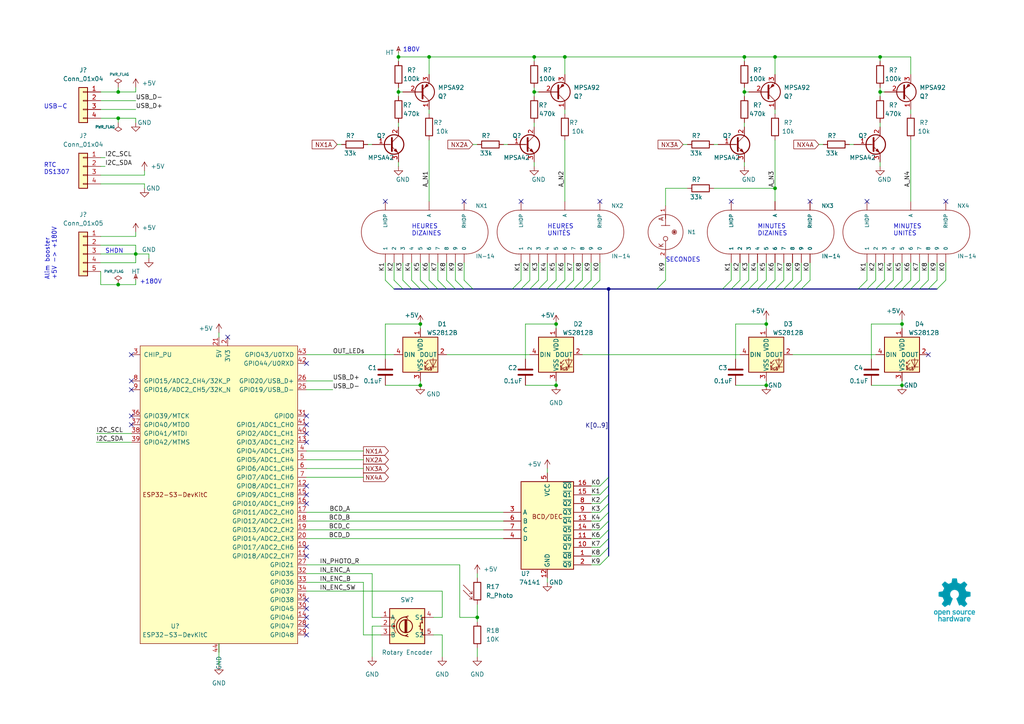
<source format=kicad_sch>
(kicad_sch (version 20230121) (generator eeschema)

  (uuid 85cb51be-adf5-40e2-a19a-4a872503aa84)

  (paper "A4")

  (title_block
    (title "Horloge Nixie")
    (date "2023-07-10")
    (rev "0.3")
    (company "Author : Laurent Claude - www.laurentclaude.fr")
    (comment 1 "License : Open Source Hardware - CC BY-SA 4.0")
  )

  

  (junction (at 34.29 82.55) (diameter 0) (color 0 0 0 0)
    (uuid 07e8ed18-dd99-4055-8bf1-ff1d52371749)
  )
  (junction (at 121.92 93.98) (diameter 0) (color 0 0 0 0)
    (uuid 089c27e4-385e-4ade-9a3b-63a9efb28db4)
  )
  (junction (at 39.37 73.66) (diameter 0) (color 0 0 0 0)
    (uuid 1cec89a6-015a-41e8-bcd2-229a168eeb34)
  )
  (junction (at 176.53 83.82) (diameter 0) (color 0 0 0 0)
    (uuid 2f47b960-10c0-4722-991d-5d22baf07068)
  )
  (junction (at 124.46 16.51) (diameter 0) (color 0 0 0 0)
    (uuid 5615ab07-9096-4018-9842-1f4f3d859fcc)
  )
  (junction (at 34.29 34.29) (diameter 0) (color 0 0 0 0)
    (uuid 5770e033-157f-474d-a18c-b6b60ed4d561)
  )
  (junction (at 161.29 93.98) (diameter 0) (color 0 0 0 0)
    (uuid 5e936536-4236-47f7-9873-119a8cc58e72)
  )
  (junction (at 222.25 93.98) (diameter 0) (color 0 0 0 0)
    (uuid 6592b354-1560-48e6-b71d-6ab28574f152)
  )
  (junction (at 255.27 16.51) (diameter 0) (color 0 0 0 0)
    (uuid 750a5ce3-1dab-42dd-beb6-3b0764571004)
  )
  (junction (at 115.57 26.67) (diameter 0) (color 0 0 0 0)
    (uuid 759463ca-0b71-4937-af17-d0ccb9733c77)
  )
  (junction (at 261.62 93.98) (diameter 0) (color 0 0 0 0)
    (uuid 8066e2e8-981e-4642-bb3e-a14547701754)
  )
  (junction (at 215.9 16.51) (diameter 0) (color 0 0 0 0)
    (uuid 9a0cfae8-16f0-4116-a468-69cdd529b886)
  )
  (junction (at 261.62 111.76) (diameter 0) (color 0 0 0 0)
    (uuid a009dcdc-61bf-44c9-a225-29805b49000c)
  )
  (junction (at 255.27 26.67) (diameter 0) (color 0 0 0 0)
    (uuid a5fcb0de-f46f-4431-9ca2-5c0d00ff6881)
  )
  (junction (at 154.94 16.51) (diameter 0) (color 0 0 0 0)
    (uuid aab12c5a-dd02-4b97-902f-b7455cc8b57c)
  )
  (junction (at 161.29 111.76) (diameter 0) (color 0 0 0 0)
    (uuid b2ab96d8-5570-4f0c-b35b-bce653fd8267)
  )
  (junction (at 224.79 54.61) (diameter 0) (color 0 0 0 0)
    (uuid b9e9df44-f1e5-4793-b2e3-d58a171c913f)
  )
  (junction (at 34.29 26.67) (diameter 0) (color 0 0 0 0)
    (uuid c8a92d1b-5188-42e3-800f-545785f21a34)
  )
  (junction (at 222.25 111.76) (diameter 0) (color 0 0 0 0)
    (uuid cad22653-b0f4-4a5c-b708-736ce3e9a272)
  )
  (junction (at 121.92 111.76) (diameter 0) (color 0 0 0 0)
    (uuid cf763434-2528-44a5-af17-23d0b0738933)
  )
  (junction (at 154.94 26.67) (diameter 0) (color 0 0 0 0)
    (uuid d518429d-e0c1-4ce2-b043-453594b0f65a)
  )
  (junction (at 138.43 179.07) (diameter 0) (color 0 0 0 0)
    (uuid dcb943c9-1271-4511-aa1f-d7a6778b2ab5)
  )
  (junction (at 224.79 16.51) (diameter 0) (color 0 0 0 0)
    (uuid dcfedead-32c9-406e-861f-75e0bc1134e4)
  )
  (junction (at 163.83 16.51) (diameter 0) (color 0 0 0 0)
    (uuid f5943da8-6bff-4aee-bb3d-a26361081eb2)
  )
  (junction (at 215.9 26.67) (diameter 0) (color 0 0 0 0)
    (uuid f6d0607f-15b8-479b-ba98-6f588a60739b)
  )
  (junction (at 115.57 16.51) (diameter 0) (color 0 0 0 0)
    (uuid ff6d24e4-46d3-4158-945e-d13bcc9ce28a)
  )

  (no_connect (at 274.32 58.42) (uuid 0364b22a-793f-4abe-bb5b-f5e35d7e92a2))
  (no_connect (at 38.1 113.03) (uuid 08762dad-d7f0-4526-8508-432866dbb6da))
  (no_connect (at 88.9 173.99) (uuid 12e21145-e0ce-48bf-b351-19cd05a795f5))
  (no_connect (at 88.9 184.15) (uuid 17e1ce7f-0899-486c-88df-fa751ae6aabb))
  (no_connect (at 66.04 97.79) (uuid 240dcbac-2fd0-4f5a-8754-3903c7d20fe8))
  (no_connect (at 88.9 128.27) (uuid 28460e0b-2489-47e7-a0af-0ab0f862057a))
  (no_connect (at 88.9 143.51) (uuid 35e005c2-e2d6-4ec2-acc7-5d54ebd2f7ff))
  (no_connect (at 88.9 179.07) (uuid 386cd696-7254-4312-8824-1323ab0afd95))
  (no_connect (at 38.1 123.19) (uuid 3d0530ca-63dd-4fcb-8771-5722d5f55147))
  (no_connect (at 38.1 110.49) (uuid 47b04f02-72f2-4d1e-a738-57a97644265c))
  (no_connect (at 88.9 176.53) (uuid 4ec9d936-eaef-439d-b29d-f9e60ab8ca45))
  (no_connect (at 251.46 58.42) (uuid 5e3d5473-b331-4472-a5a0-3125af633e4e))
  (no_connect (at 151.13 58.42) (uuid 6fc8bede-2905-4ce2-a77c-e6588e783cde))
  (no_connect (at 88.9 123.19) (uuid 7f9c8577-5bdf-42df-aa89-7f79de62825f))
  (no_connect (at 134.62 58.42) (uuid 91e0d4eb-ab06-481d-a5e5-88cd2d053e6d))
  (no_connect (at 234.95 58.42) (uuid 92f17128-26b3-4fe5-922d-f9e72ac0b523))
  (no_connect (at 38.1 102.87) (uuid 9f187a70-fb2c-4fae-a70c-cbcdb4b946a8))
  (no_connect (at 173.99 58.42) (uuid a5472733-4939-4f2e-ad6f-673648f095b8))
  (no_connect (at 88.9 120.65) (uuid b9e3896d-ef1c-475f-b320-e748d0edec82))
  (no_connect (at 88.9 140.97) (uuid bb52b094-64d1-46ac-832f-e7ffb891ab08))
  (no_connect (at 88.9 161.29) (uuid cbc19f54-1c2d-452a-84e6-549b1216b7bf))
  (no_connect (at 38.1 120.65) (uuid ccf74a3d-3575-43bf-9110-f75f1582d0cc))
  (no_connect (at 88.9 105.41) (uuid ce6891d6-a78c-4b72-8ed7-ae254e16c718))
  (no_connect (at 111.76 58.42) (uuid cf366d22-2edd-4004-b2b7-261c4eee3e9b))
  (no_connect (at 212.09 58.42) (uuid d11bfada-85b7-4fc9-863a-7393e7935fc3))
  (no_connect (at 88.9 158.75) (uuid d2762549-3277-4c1e-9af7-4c1c67c413de))
  (no_connect (at 88.9 181.61) (uuid d27d1604-5b6a-448a-a59a-1375c1541c22))
  (no_connect (at 88.9 146.05) (uuid d2f510d1-d69b-438e-8241-4824cfbe2eaf))
  (no_connect (at 269.24 102.87) (uuid dcec92f9-2efd-4b33-bd0b-1f0bc48e8bcb))
  (no_connect (at 88.9 125.73) (uuid e74aade4-f0f6-470f-bcf0-e7bbedfcae91))

  (bus_entry (at 116.84 83.82) (size -2.54 -2.54)
    (stroke (width 0) (type default))
    (uuid 0cee9690-63d8-4bd0-8e1c-d4ab91acc61b)
  )
  (bus_entry (at 232.41 83.82) (size 2.54 -2.54)
    (stroke (width 0) (type default))
    (uuid 0d8e9167-a791-424f-a66b-9f4219616c20)
  )
  (bus_entry (at 176.53 156.21) (size -2.54 2.54)
    (stroke (width 0) (type default))
    (uuid 0fbe44d0-9d46-4a53-8e91-ff0df53e6b06)
  )
  (bus_entry (at 127 83.82) (size -2.54 -2.54)
    (stroke (width 0) (type default))
    (uuid 110fee78-e24e-43fb-bb87-a225700edd14)
  )
  (bus_entry (at 137.16 83.82) (size -2.54 -2.54)
    (stroke (width 0) (type default))
    (uuid 13d56eaf-5d55-4beb-a393-1ae49a260ed3)
  )
  (bus_entry (at 156.21 83.82) (size 2.54 -2.54)
    (stroke (width 0) (type default))
    (uuid 19956e8b-235b-4216-babe-f91995b804d6)
  )
  (bus_entry (at 212.09 83.82) (size 2.54 -2.54)
    (stroke (width 0) (type default))
    (uuid 214aa496-d1f0-4397-91b0-d9bfcb6ec210)
  )
  (bus_entry (at 176.53 138.43) (size -2.54 2.54)
    (stroke (width 0) (type default))
    (uuid 21b357e9-0026-44f5-9f75-4876c8e3ce7b)
  )
  (bus_entry (at 124.46 83.82) (size -2.54 -2.54)
    (stroke (width 0) (type default))
    (uuid 22bb564f-eb07-4720-9180-19db2205fb30)
  )
  (bus_entry (at 161.29 83.82) (size 2.54 -2.54)
    (stroke (width 0) (type default))
    (uuid 30f99afb-43cf-45f5-b3a5-48da69806aec)
  )
  (bus_entry (at 176.53 148.59) (size -2.54 2.54)
    (stroke (width 0) (type default))
    (uuid 396a81a6-669f-4547-b4a5-024fea7500df)
  )
  (bus_entry (at 259.08 83.82) (size 2.54 -2.54)
    (stroke (width 0) (type default))
    (uuid 3a100365-8cff-4a52-841f-68e818c219e3)
  )
  (bus_entry (at 153.67 83.82) (size 2.54 -2.54)
    (stroke (width 0) (type default))
    (uuid 3dde9ccc-a34d-4cee-813d-549c339b7732)
  )
  (bus_entry (at 224.79 83.82) (size 2.54 -2.54)
    (stroke (width 0) (type default))
    (uuid 45d0bb26-afcf-4a51-9665-e7e60acf8ab5)
  )
  (bus_entry (at 176.53 158.75) (size -2.54 2.54)
    (stroke (width 0) (type default))
    (uuid 49431eff-e4e3-415e-9ed7-d126e3c79d80)
  )
  (bus_entry (at 209.55 83.82) (size 2.54 -2.54)
    (stroke (width 0) (type default))
    (uuid 4df71619-7142-45df-b446-0f5fc14904da)
  )
  (bus_entry (at 248.92 83.82) (size 2.54 -2.54)
    (stroke (width 0) (type default))
    (uuid 4f7c5769-c2b0-4294-b68e-57b012e5dc7e)
  )
  (bus_entry (at 166.37 83.82) (size 2.54 -2.54)
    (stroke (width 0) (type default))
    (uuid 51c1dcbc-33f6-4591-8b56-c3fe34bde0bd)
  )
  (bus_entry (at 217.17 83.82) (size 2.54 -2.54)
    (stroke (width 0) (type default))
    (uuid 57c15fb9-e79a-4789-9352-7fb76a303e58)
  )
  (bus_entry (at 254 83.82) (size 2.54 -2.54)
    (stroke (width 0) (type default))
    (uuid 5cd203bc-ee38-40d6-bf46-ee30b4f40a08)
  )
  (bus_entry (at 219.71 83.82) (size 2.54 -2.54)
    (stroke (width 0) (type default))
    (uuid 68c030d1-1721-4dbe-8ae3-79255a89fca2)
  )
  (bus_entry (at 227.33 83.82) (size 2.54 -2.54)
    (stroke (width 0) (type default))
    (uuid 69f9ab20-4e77-4806-a2f1-5c6d52a7d62d)
  )
  (bus_entry (at 176.53 140.97) (size -2.54 2.54)
    (stroke (width 0) (type default))
    (uuid 76dc23ed-76d3-4137-865f-aab87e76f3c1)
  )
  (bus_entry (at 119.38 83.82) (size -2.54 -2.54)
    (stroke (width 0) (type default))
    (uuid 7faa56ee-fb9c-4c5d-b13a-03cba046fb44)
  )
  (bus_entry (at 264.16 83.82) (size 2.54 -2.54)
    (stroke (width 0) (type default))
    (uuid 892b27ce-e4f9-4a92-afa3-99899cd4844c)
  )
  (bus_entry (at 114.3 83.82) (size -2.54 -2.54)
    (stroke (width 0) (type default))
    (uuid 893bc4a7-a641-4e36-9a45-4b53f61a099e)
  )
  (bus_entry (at 134.62 83.82) (size -2.54 -2.54)
    (stroke (width 0) (type default))
    (uuid 8badf74b-6cf4-447e-b7d6-d60e89a69886)
  )
  (bus_entry (at 256.54 83.82) (size 2.54 -2.54)
    (stroke (width 0) (type default))
    (uuid 9d8a7191-5d3d-4978-b608-620899e27592)
  )
  (bus_entry (at 176.53 153.67) (size -2.54 2.54)
    (stroke (width 0) (type default))
    (uuid 9d9f4f8b-d830-40ce-9845-90c203f28785)
  )
  (bus_entry (at 266.7 83.82) (size 2.54 -2.54)
    (stroke (width 0) (type default))
    (uuid a231292f-ca44-411a-8966-8c1863b9b52a)
  )
  (bus_entry (at 176.53 161.29) (size -2.54 2.54)
    (stroke (width 0) (type default))
    (uuid a60e354b-abd1-4966-a8ae-024877e5f032)
  )
  (bus_entry (at 271.78 83.82) (size 2.54 -2.54)
    (stroke (width 0) (type default))
    (uuid a847198b-90c7-4147-b4e6-c2084145df42)
  )
  (bus_entry (at 176.53 146.05) (size -2.54 2.54)
    (stroke (width 0) (type default))
    (uuid ab0a2e86-fb36-4cdd-a4e3-94aefc0f947f)
  )
  (bus_entry (at 158.75 83.82) (size 2.54 -2.54)
    (stroke (width 0) (type default))
    (uuid ac4c4406-31a2-4aa9-91c7-a27279ab3d9c)
  )
  (bus_entry (at 176.53 143.51) (size -2.54 2.54)
    (stroke (width 0) (type default))
    (uuid b2afc6e1-5d94-4306-a2bb-e3fc5e894b1b)
  )
  (bus_entry (at 171.45 83.82) (size 2.54 -2.54)
    (stroke (width 0) (type default))
    (uuid b3664417-5b00-409f-b4d8-d8fc2534c251)
  )
  (bus_entry (at 121.92 83.82) (size -2.54 -2.54)
    (stroke (width 0) (type default))
    (uuid bd101000-62ba-4dea-b1a4-e146ac8b859c)
  )
  (bus_entry (at 214.63 83.82) (size 2.54 -2.54)
    (stroke (width 0) (type default))
    (uuid c25ea124-91dc-4261-b6a8-d6a82331b2f2)
  )
  (bus_entry (at 190.5 83.82) (size 2.54 -2.54)
    (stroke (width 0) (type default))
    (uuid c3d46fe5-ce10-47e4-9567-d6850b095ccd)
  )
  (bus_entry (at 168.91 83.82) (size 2.54 -2.54)
    (stroke (width 0) (type default))
    (uuid c99fa424-7fbf-47c9-a1f0-038f3d954041)
  )
  (bus_entry (at 132.08 83.82) (size -2.54 -2.54)
    (stroke (width 0) (type default))
    (uuid cbd7b5a4-15f2-4079-a667-82c2a91767e7)
  )
  (bus_entry (at 261.62 83.82) (size 2.54 -2.54)
    (stroke (width 0) (type default))
    (uuid cdb37095-99d4-4965-867e-7233add92de7)
  )
  (bus_entry (at 229.87 83.82) (size 2.54 -2.54)
    (stroke (width 0) (type default))
    (uuid cdf47dd6-c72a-46ad-b6dc-95f46010d3c6)
  )
  (bus_entry (at 251.46 83.82) (size 2.54 -2.54)
    (stroke (width 0) (type default))
    (uuid ce4f30c9-e4fb-4b7e-8df2-404f4a195bbc)
  )
  (bus_entry (at 151.13 83.82) (size 2.54 -2.54)
    (stroke (width 0) (type default))
    (uuid ce9535ae-8e2e-4779-88fb-4312c73d94f2)
  )
  (bus_entry (at 269.24 83.82) (size 2.54 -2.54)
    (stroke (width 0) (type default))
    (uuid d601152e-24f6-4dc2-8868-35f63e9d6e6e)
  )
  (bus_entry (at 222.25 83.82) (size 2.54 -2.54)
    (stroke (width 0) (type default))
    (uuid d9898630-0652-4b8e-82a1-fb2b40535d3c)
  )
  (bus_entry (at 148.59 83.82) (size 2.54 -2.54)
    (stroke (width 0) (type default))
    (uuid e63cd199-bdb2-4b9e-a95b-46197985dcc8)
  )
  (bus_entry (at 129.54 83.82) (size -2.54 -2.54)
    (stroke (width 0) (type default))
    (uuid ee53ea4e-0af9-4b07-a2d3-ccae7521cc22)
  )
  (bus_entry (at 176.53 151.13) (size -2.54 2.54)
    (stroke (width 0) (type default))
    (uuid ef9dfe78-50cd-41cf-961a-d1602fbb92e1)
  )
  (bus_entry (at 163.83 83.82) (size 2.54 -2.54)
    (stroke (width 0) (type default))
    (uuid f2190a6b-1ed0-4ba5-9c59-c23f0ca17d6f)
  )

  (wire (pts (xy 29.21 34.29) (xy 34.29 34.29))
    (stroke (width 0) (type default))
    (uuid 0029fe6d-dd7b-45e5-ad95-9f7331d90737)
  )
  (wire (pts (xy 259.08 76.2) (xy 259.08 81.28))
    (stroke (width 0) (type default))
    (uuid 002eb743-d1f4-48b1-b4be-6a47b81780a2)
  )
  (wire (pts (xy 163.83 76.2) (xy 163.83 81.28))
    (stroke (width 0) (type default))
    (uuid 00b8b6f0-8375-4bcc-9784-4f8ab8d4e0d1)
  )
  (wire (pts (xy 161.29 76.2) (xy 161.29 81.28))
    (stroke (width 0) (type default))
    (uuid 00d90ffb-0473-4e88-9e42-ceb2e307fa95)
  )
  (bus (pts (xy 166.37 83.82) (xy 168.91 83.82))
    (stroke (width 0) (type default))
    (uuid 00e4f242-3173-4a40-9fda-926a6184debe)
  )

  (wire (pts (xy 271.78 76.2) (xy 271.78 81.28))
    (stroke (width 0) (type default))
    (uuid 0125bbc6-cad5-4e89-b43d-84e712d32a9f)
  )
  (bus (pts (xy 161.29 83.82) (xy 163.83 83.82))
    (stroke (width 0) (type default))
    (uuid 04553f54-7390-4cdc-b835-e53a96ae3564)
  )

  (wire (pts (xy 29.21 53.34) (xy 41.91 53.34))
    (stroke (width 0) (type default))
    (uuid 045ca92c-e0d8-4a0a-92be-51f16b59d349)
  )
  (wire (pts (xy 255.27 25.4) (xy 255.27 26.67))
    (stroke (width 0) (type default))
    (uuid 0479bf8d-e841-4f16-bbf4-c552f1f71bb6)
  )
  (wire (pts (xy 168.91 102.87) (xy 214.63 102.87))
    (stroke (width 0) (type default))
    (uuid 04f3969a-0bef-4d13-9abe-f489b7ce562d)
  )
  (wire (pts (xy 39.37 73.66) (xy 39.37 76.2))
    (stroke (width 0) (type default))
    (uuid 0504dfa6-d480-4af4-9925-ac8a9417c82c)
  )
  (wire (pts (xy 29.21 29.21) (xy 39.37 29.21))
    (stroke (width 0) (type default))
    (uuid 069bacfa-849f-4d32-9a49-9316f2cec2f7)
  )
  (wire (pts (xy 119.38 76.2) (xy 119.38 81.28))
    (stroke (width 0) (type default))
    (uuid 07b8214a-41f3-479a-ac1e-e0f986ecb780)
  )
  (bus (pts (xy 124.46 83.82) (xy 127 83.82))
    (stroke (width 0) (type default))
    (uuid 0bf13298-2023-4a5b-8d6b-db023526fff0)
  )
  (bus (pts (xy 214.63 83.82) (xy 217.17 83.82))
    (stroke (width 0) (type default))
    (uuid 0f7bb420-1bc3-4871-a9ad-4bab5d0c2fdb)
  )

  (wire (pts (xy 125.73 179.07) (xy 128.27 179.07))
    (stroke (width 0) (type default))
    (uuid 0fcb4e0f-b917-4dfb-8717-ae4680c7a9f1)
  )
  (wire (pts (xy 134.62 76.2) (xy 134.62 81.28))
    (stroke (width 0) (type default))
    (uuid 106c4c08-9349-43d3-a9c8-a704e591f39f)
  )
  (bus (pts (xy 163.83 83.82) (xy 166.37 83.82))
    (stroke (width 0) (type default))
    (uuid 108dc9ad-caa2-417a-a9ca-d27c3f4918fb)
  )

  (wire (pts (xy 215.9 25.4) (xy 215.9 26.67))
    (stroke (width 0) (type default))
    (uuid 115dae77-de80-429f-a2bf-6995b3813ac6)
  )
  (wire (pts (xy 88.9 148.59) (xy 146.05 148.59))
    (stroke (width 0) (type default))
    (uuid 11ac4062-51ed-4add-97b6-d9a26f7b39b3)
  )
  (wire (pts (xy 171.45 158.75) (xy 173.99 158.75))
    (stroke (width 0) (type default))
    (uuid 11d1cf09-05d4-4e10-8f2b-f91efece8553)
  )
  (wire (pts (xy 29.21 45.72) (xy 30.48 45.72))
    (stroke (width 0) (type default))
    (uuid 12805dbd-0f6f-4337-85b1-fdc1344feb12)
  )
  (wire (pts (xy 229.87 76.2) (xy 229.87 81.28))
    (stroke (width 0) (type default))
    (uuid 1309c506-4464-4af5-8d4c-e71be8524662)
  )
  (wire (pts (xy 255.27 16.51) (xy 255.27 17.78))
    (stroke (width 0) (type default))
    (uuid 1352f237-3962-4938-b994-232370658e2c)
  )
  (wire (pts (xy 224.79 76.2) (xy 224.79 81.28))
    (stroke (width 0) (type default))
    (uuid 138edba6-18a1-4004-a0dc-824b8f5e83bc)
  )
  (wire (pts (xy 171.45 161.29) (xy 173.99 161.29))
    (stroke (width 0) (type default))
    (uuid 151df25b-841d-4cc1-8818-bf11284efc58)
  )
  (wire (pts (xy 215.9 46.99) (xy 215.9 48.26))
    (stroke (width 0) (type default))
    (uuid 189e5f71-9980-4f07-8953-52f09086083e)
  )
  (wire (pts (xy 34.29 25.4) (xy 34.29 26.67))
    (stroke (width 0) (type default))
    (uuid 1ba58374-c729-4655-9223-aafe3305069f)
  )
  (wire (pts (xy 27.94 128.27) (xy 38.1 128.27))
    (stroke (width 0) (type default))
    (uuid 1ced1eee-fad7-44cc-bf0b-cd9f295e630c)
  )
  (wire (pts (xy 43.18 73.66) (xy 39.37 73.66))
    (stroke (width 0) (type default))
    (uuid 1f2af7e6-109f-4ab4-865b-b639c3b869b1)
  )
  (wire (pts (xy 138.43 175.26) (xy 138.43 179.07))
    (stroke (width 0) (type default))
    (uuid 1fff1133-1877-4a9c-bc11-1cb95c4dcef4)
  )
  (wire (pts (xy 107.95 181.61) (xy 110.49 181.61))
    (stroke (width 0) (type default))
    (uuid 202e5c38-8d94-455c-8160-02b383262907)
  )
  (bus (pts (xy 158.75 83.82) (xy 161.29 83.82))
    (stroke (width 0) (type default))
    (uuid 2245ecc1-37dd-486a-af61-2cdb49a53325)
  )

  (wire (pts (xy 219.71 76.2) (xy 219.71 81.28))
    (stroke (width 0) (type default))
    (uuid 22dce552-b735-4988-9747-d77863f16d0e)
  )
  (wire (pts (xy 154.94 25.4) (xy 154.94 26.67))
    (stroke (width 0) (type default))
    (uuid 239f4421-e698-4e94-9b09-db7de99a7174)
  )
  (wire (pts (xy 43.18 74.93) (xy 43.18 73.66))
    (stroke (width 0) (type default))
    (uuid 2429f007-ba44-4527-a3e4-01ae0ca2b217)
  )
  (wire (pts (xy 115.57 46.99) (xy 115.57 48.26))
    (stroke (width 0) (type default))
    (uuid 24bab3a8-6eef-4780-a0a5-8c2e1df1052b)
  )
  (wire (pts (xy 215.9 16.51) (xy 224.79 16.51))
    (stroke (width 0) (type default))
    (uuid 24f5b5ca-dda0-4c3b-884a-ac39d88aadd8)
  )
  (wire (pts (xy 171.45 143.51) (xy 173.99 143.51))
    (stroke (width 0) (type default))
    (uuid 260cba71-72d6-47be-9103-94bbcb29a99a)
  )
  (wire (pts (xy 88.9 113.03) (xy 96.52 113.03))
    (stroke (width 0) (type default))
    (uuid 2623910b-8e8d-4f86-a9c7-ab7e0d98a492)
  )
  (wire (pts (xy 264.16 76.2) (xy 264.16 81.28))
    (stroke (width 0) (type default))
    (uuid 26c7ef47-980b-4f81-be80-a74238e60d06)
  )
  (bus (pts (xy 259.08 83.82) (xy 261.62 83.82))
    (stroke (width 0) (type default))
    (uuid 28a7b1e1-7548-4a05-85d9-6790ba20f8c8)
  )

  (wire (pts (xy 224.79 21.59) (xy 224.79 16.51))
    (stroke (width 0) (type default))
    (uuid 28dccf2d-f903-4e9e-8e72-e36704d77020)
  )
  (wire (pts (xy 161.29 110.49) (xy 161.29 111.76))
    (stroke (width 0) (type default))
    (uuid 2a878a92-fed9-487e-9142-b51e589ca15d)
  )
  (wire (pts (xy 261.62 76.2) (xy 261.62 81.28))
    (stroke (width 0) (type default))
    (uuid 2ac507e5-a213-47d2-8bfa-b2e2813fc44a)
  )
  (wire (pts (xy 115.57 16.51) (xy 115.57 17.78))
    (stroke (width 0) (type default))
    (uuid 2af35554-b31b-4ec0-94c6-45b58cc687e6)
  )
  (bus (pts (xy 176.53 143.51) (xy 176.53 146.05))
    (stroke (width 0) (type default))
    (uuid 2b035870-2e2c-4d2a-a4e8-5f9f0fc9c8f2)
  )

  (wire (pts (xy 224.79 54.61) (xy 224.79 58.42))
    (stroke (width 0) (type default))
    (uuid 2bd98cd8-7bce-4a16-bd82-b7ea2f284c17)
  )
  (bus (pts (xy 176.53 146.05) (xy 176.53 148.59))
    (stroke (width 0) (type default))
    (uuid 2d73874e-ca66-40d7-8138-0ad3e2e26a3e)
  )

  (wire (pts (xy 213.36 111.76) (xy 222.25 111.76))
    (stroke (width 0) (type default))
    (uuid 3022acb6-7137-40c0-8ff8-53f49ca761ea)
  )
  (wire (pts (xy 255.27 35.56) (xy 255.27 36.83))
    (stroke (width 0) (type default))
    (uuid 3136659e-d5c7-4f92-87d2-7360422861f7)
  )
  (bus (pts (xy 222.25 83.82) (xy 224.79 83.82))
    (stroke (width 0) (type default))
    (uuid 33557682-2064-4086-9fca-34892f32827b)
  )

  (wire (pts (xy 39.37 34.29) (xy 39.37 35.56))
    (stroke (width 0) (type default))
    (uuid 33920d9e-9de3-4996-8082-2731c360fef9)
  )
  (wire (pts (xy 121.92 93.98) (xy 121.92 95.25))
    (stroke (width 0) (type default))
    (uuid 35801a5d-ce70-401e-b547-cb7b8161d06a)
  )
  (wire (pts (xy 115.57 35.56) (xy 115.57 36.83))
    (stroke (width 0) (type default))
    (uuid 35cd83ee-8de9-4b9a-90ca-0c7d7b2cb8eb)
  )
  (wire (pts (xy 215.9 26.67) (xy 217.17 26.67))
    (stroke (width 0) (type default))
    (uuid 35d45d91-17e5-4f72-ad8e-ab1d68961a10)
  )
  (wire (pts (xy 171.45 156.21) (xy 173.99 156.21))
    (stroke (width 0) (type default))
    (uuid 362f7e0b-1178-4426-964d-3aacee82f0e3)
  )
  (wire (pts (xy 193.04 54.61) (xy 199.39 54.61))
    (stroke (width 0) (type default))
    (uuid 3736d24b-da68-4808-bb61-8bdc657e77cc)
  )
  (bus (pts (xy 219.71 83.82) (xy 222.25 83.82))
    (stroke (width 0) (type default))
    (uuid 385128f4-63ca-44b0-a5f7-eff9cc4c2dcd)
  )

  (wire (pts (xy 224.79 31.75) (xy 224.79 33.02))
    (stroke (width 0) (type default))
    (uuid 3a4e385c-bffe-4752-961d-d40970f27810)
  )
  (wire (pts (xy 163.83 40.64) (xy 163.83 58.42))
    (stroke (width 0) (type default))
    (uuid 3b74ea6d-c4e6-4413-9a07-c4dfe5ab94fe)
  )
  (bus (pts (xy 217.17 83.82) (xy 219.71 83.82))
    (stroke (width 0) (type default))
    (uuid 3e4315e5-f841-457c-aa25-6a6ee7a18feb)
  )

  (wire (pts (xy 88.9 135.89) (xy 105.41 135.89))
    (stroke (width 0) (type default))
    (uuid 3e4558ce-e8e0-4dde-bde3-190e0560f99f)
  )
  (wire (pts (xy 107.95 179.07) (xy 107.95 166.37))
    (stroke (width 0) (type default))
    (uuid 3e8f0de5-6e00-4953-ba63-5c22a3d81428)
  )
  (wire (pts (xy 124.46 40.64) (xy 124.46 58.42))
    (stroke (width 0) (type default))
    (uuid 3eb477a0-7a31-4b3c-b058-9822ca99b6a2)
  )
  (wire (pts (xy 158.75 167.64) (xy 158.75 168.91))
    (stroke (width 0) (type default))
    (uuid 3f52e54e-3a09-4dbc-9fb8-1018cca2861f)
  )
  (wire (pts (xy 252.73 111.76) (xy 261.62 111.76))
    (stroke (width 0) (type default))
    (uuid 4012d713-3e85-4cf1-8db1-c7687711abee)
  )
  (wire (pts (xy 264.16 31.75) (xy 264.16 33.02))
    (stroke (width 0) (type default))
    (uuid 41cca86d-4eb7-4f55-8c91-17e54a56557b)
  )
  (wire (pts (xy 224.79 16.51) (xy 255.27 16.51))
    (stroke (width 0) (type default))
    (uuid 41da2418-908c-4224-b3b2-80e293333e6c)
  )
  (bus (pts (xy 176.53 151.13) (xy 176.53 153.67))
    (stroke (width 0) (type default))
    (uuid 43d61627-9d35-492e-8ea8-676eae4b84ec)
  )

  (wire (pts (xy 227.33 76.2) (xy 227.33 81.28))
    (stroke (width 0) (type default))
    (uuid 4454df96-0aa2-4204-bf68-41b4a636ee7d)
  )
  (wire (pts (xy 124.46 31.75) (xy 124.46 33.02))
    (stroke (width 0) (type default))
    (uuid 44f598a2-a6f4-41d9-8203-9b331badc9ab)
  )
  (wire (pts (xy 111.76 104.14) (xy 111.76 93.98))
    (stroke (width 0) (type default))
    (uuid 4516e995-12a2-4036-bbe7-fc9521010c82)
  )
  (wire (pts (xy 29.21 78.74) (xy 29.21 82.55))
    (stroke (width 0) (type default))
    (uuid 453e85a8-46d3-43fd-bdb4-c7424bc2c318)
  )
  (bus (pts (xy 129.54 83.82) (xy 132.08 83.82))
    (stroke (width 0) (type default))
    (uuid 485d9747-2647-4c2d-97fd-a3a192a09df9)
  )

  (wire (pts (xy 266.7 76.2) (xy 266.7 81.28))
    (stroke (width 0) (type default))
    (uuid 48686150-9216-4dfb-8c04-71f0ce0503c4)
  )
  (wire (pts (xy 154.94 35.56) (xy 154.94 36.83))
    (stroke (width 0) (type default))
    (uuid 49004451-01f2-4883-81c7-2c7158bc8da1)
  )
  (wire (pts (xy 111.76 111.76) (xy 121.92 111.76))
    (stroke (width 0) (type default))
    (uuid 4cb7b7ab-71cb-4248-ba72-04ec85e1a60c)
  )
  (wire (pts (xy 121.92 110.49) (xy 121.92 111.76))
    (stroke (width 0) (type default))
    (uuid 4ce2c5fb-4a1d-472f-a2d2-60375bee4dd8)
  )
  (wire (pts (xy 158.75 135.89) (xy 158.75 137.16))
    (stroke (width 0) (type default))
    (uuid 4db08b61-96e4-4338-bb8a-30c1c0b5a49b)
  )
  (wire (pts (xy 88.9 151.13) (xy 146.05 151.13))
    (stroke (width 0) (type default))
    (uuid 4f5ee409-4a50-4793-b108-0eb532af4b0c)
  )
  (wire (pts (xy 34.29 34.29) (xy 39.37 34.29))
    (stroke (width 0) (type default))
    (uuid 4f890b34-e7a7-4196-b4ff-f6d7b95f8aa5)
  )
  (bus (pts (xy 121.92 83.82) (xy 124.46 83.82))
    (stroke (width 0) (type default))
    (uuid 4fb8e337-9754-4ff9-b17a-797e65a1ac0b)
  )

  (wire (pts (xy 163.83 16.51) (xy 215.9 16.51))
    (stroke (width 0) (type default))
    (uuid 4fc7f9db-b413-431e-b291-ee3e16cb8370)
  )
  (bus (pts (xy 212.09 83.82) (xy 214.63 83.82))
    (stroke (width 0) (type default))
    (uuid 526db967-1239-4da3-951b-999546420ab4)
  )

  (wire (pts (xy 88.9 102.87) (xy 114.3 102.87))
    (stroke (width 0) (type default))
    (uuid 5308ce82-a1c4-4580-8cb3-1c4d386ef2c9)
  )
  (bus (pts (xy 116.84 83.82) (xy 119.38 83.82))
    (stroke (width 0) (type default))
    (uuid 54863652-bbb7-4443-b558-4b98d8330ca5)
  )

  (wire (pts (xy 246.38 41.91) (xy 247.65 41.91))
    (stroke (width 0) (type default))
    (uuid 55d5907d-591f-4c5a-835c-ddf7eea26b43)
  )
  (wire (pts (xy 207.01 41.91) (xy 208.28 41.91))
    (stroke (width 0) (type default))
    (uuid 5638b3ca-5412-4800-b6f2-4195e4f7e78a)
  )
  (wire (pts (xy 138.43 179.07) (xy 138.43 180.34))
    (stroke (width 0) (type default))
    (uuid 572a5e7e-a5de-4103-a62d-b87b2e35f675)
  )
  (wire (pts (xy 111.76 93.98) (xy 121.92 93.98))
    (stroke (width 0) (type default))
    (uuid 57c78879-22e3-461c-9f5b-b5e78a81b5ce)
  )
  (bus (pts (xy 209.55 83.82) (xy 212.09 83.82))
    (stroke (width 0) (type default))
    (uuid 587d570b-77f5-417f-b420-dfe622624f8a)
  )

  (wire (pts (xy 261.62 110.49) (xy 261.62 111.76))
    (stroke (width 0) (type default))
    (uuid 5a251dda-06a7-467a-bd96-657f1b09d108)
  )
  (wire (pts (xy 107.95 179.07) (xy 110.49 179.07))
    (stroke (width 0) (type default))
    (uuid 5a458a48-fc11-4ac1-9dc8-3fafb8e61965)
  )
  (wire (pts (xy 29.21 76.2) (xy 39.37 76.2))
    (stroke (width 0) (type default))
    (uuid 5c97c786-26fb-4f4d-8c50-329c62b3d77d)
  )
  (wire (pts (xy 146.05 41.91) (xy 147.32 41.91))
    (stroke (width 0) (type default))
    (uuid 5ec886f2-744e-4124-919b-7e46ffb37e0d)
  )
  (wire (pts (xy 29.21 31.75) (xy 39.37 31.75))
    (stroke (width 0) (type default))
    (uuid 5f7fe16d-79df-45cf-870d-7b949a33d14b)
  )
  (bus (pts (xy 251.46 83.82) (xy 254 83.82))
    (stroke (width 0) (type default))
    (uuid 600fff56-a6ec-4b2f-84c6-f7d5e3477585)
  )

  (wire (pts (xy 222.25 76.2) (xy 222.25 81.28))
    (stroke (width 0) (type default))
    (uuid 63c51683-9ed6-4031-b60d-ffe8b3bf9d52)
  )
  (wire (pts (xy 88.9 110.49) (xy 96.52 110.49))
    (stroke (width 0) (type default))
    (uuid 63e568b1-a227-4d4b-82d3-8fdf50cd0c21)
  )
  (wire (pts (xy 152.4 93.98) (xy 161.29 93.98))
    (stroke (width 0) (type default))
    (uuid 645bd932-5c97-4f57-a540-85801b55b200)
  )
  (wire (pts (xy 171.45 140.97) (xy 173.99 140.97))
    (stroke (width 0) (type default))
    (uuid 65028c11-501d-4c80-8016-01e9261ff85a)
  )
  (wire (pts (xy 115.57 26.67) (xy 115.57 27.94))
    (stroke (width 0) (type default))
    (uuid 6593b87a-c503-4fee-a768-8c98ea29ff63)
  )
  (bus (pts (xy 229.87 83.82) (xy 232.41 83.82))
    (stroke (width 0) (type default))
    (uuid 659ed404-f319-42cf-96af-57f523d3e17e)
  )

  (wire (pts (xy 138.43 187.96) (xy 138.43 190.5))
    (stroke (width 0) (type default))
    (uuid 68a1a935-4a31-44a2-ac7c-1dc06560f44f)
  )
  (bus (pts (xy 269.24 83.82) (xy 271.78 83.82))
    (stroke (width 0) (type default))
    (uuid 68e96043-6d01-458c-a773-78e1d5b1d043)
  )

  (wire (pts (xy 29.21 26.67) (xy 34.29 26.67))
    (stroke (width 0) (type default))
    (uuid 696e7658-e8d7-43e6-8d44-e817ed2f7ff4)
  )
  (wire (pts (xy 115.57 25.4) (xy 115.57 26.67))
    (stroke (width 0) (type default))
    (uuid 6b26ff9e-462b-40eb-9195-75b060f6e39d)
  )
  (bus (pts (xy 256.54 83.82) (xy 259.08 83.82))
    (stroke (width 0) (type default))
    (uuid 6b56c9c2-2283-4dfe-90ce-dbe40014f491)
  )

  (wire (pts (xy 88.9 130.81) (xy 105.41 130.81))
    (stroke (width 0) (type default))
    (uuid 6cd219ab-5fc7-4a08-aa35-d1165a31818d)
  )
  (bus (pts (xy 261.62 83.82) (xy 264.16 83.82))
    (stroke (width 0) (type default))
    (uuid 6cdde30d-24e6-4824-a386-d9499f333793)
  )

  (wire (pts (xy 39.37 81.28) (xy 39.37 82.55))
    (stroke (width 0) (type default))
    (uuid 6d29ae52-b68c-4d28-9178-36fc0ca4fcc0)
  )
  (wire (pts (xy 152.4 111.76) (xy 161.29 111.76))
    (stroke (width 0) (type default))
    (uuid 6d71fbda-a658-403a-8f40-0b857f475794)
  )
  (wire (pts (xy 261.62 92.71) (xy 261.62 93.98))
    (stroke (width 0) (type default))
    (uuid 70bb92c0-dd4b-42c8-bc85-297cd75548f8)
  )
  (wire (pts (xy 34.29 82.55) (xy 39.37 82.55))
    (stroke (width 0) (type default))
    (uuid 71a58f90-fcdc-4aa1-b555-f115a13711e3)
  )
  (wire (pts (xy 229.87 102.87) (xy 254 102.87))
    (stroke (width 0) (type default))
    (uuid 73485139-a036-420d-bd75-cbc30ccba0c1)
  )
  (wire (pts (xy 252.73 104.14) (xy 252.73 93.98))
    (stroke (width 0) (type default))
    (uuid 734e6e59-ad87-4eb9-9e59-687a9174fc09)
  )
  (wire (pts (xy 115.57 16.51) (xy 124.46 16.51))
    (stroke (width 0) (type default))
    (uuid 738ee8e0-f657-4edd-9062-c7d0c6b65f68)
  )
  (wire (pts (xy 193.04 74.93) (xy 193.04 81.28))
    (stroke (width 0) (type default))
    (uuid 770c7e53-e9dd-4ed7-aae0-ef033edbf0e5)
  )
  (wire (pts (xy 252.73 93.98) (xy 261.62 93.98))
    (stroke (width 0) (type default))
    (uuid 773a6da7-5d5d-474a-baf6-4665b6c57332)
  )
  (wire (pts (xy 251.46 76.2) (xy 251.46 81.28))
    (stroke (width 0) (type default))
    (uuid 7943084f-b32c-45db-b457-f1f6ba5a3b9e)
  )
  (wire (pts (xy 222.25 93.98) (xy 222.25 95.25))
    (stroke (width 0) (type default))
    (uuid 79681715-aeb8-4146-8c69-838c2f4b7b68)
  )
  (wire (pts (xy 29.21 73.66) (xy 39.37 73.66))
    (stroke (width 0) (type default))
    (uuid 7a45adba-a5f4-4aba-931b-cb64b65d764a)
  )
  (wire (pts (xy 29.21 71.12) (xy 39.37 71.12))
    (stroke (width 0) (type default))
    (uuid 7aa372ac-cdc5-4e06-90f5-cc537c872ba2)
  )
  (wire (pts (xy 215.9 16.51) (xy 215.9 17.78))
    (stroke (width 0) (type default))
    (uuid 7cd6aec1-eddd-4df8-ae6b-18f3639be8bb)
  )
  (wire (pts (xy 88.9 163.83) (xy 133.35 163.83))
    (stroke (width 0) (type default))
    (uuid 7d269bf3-3a2d-460e-aa42-ba98366e386a)
  )
  (wire (pts (xy 173.99 76.2) (xy 173.99 81.28))
    (stroke (width 0) (type default))
    (uuid 7de64b45-9a38-4a2f-a2e0-7e8ccfae6895)
  )
  (wire (pts (xy 217.17 76.2) (xy 217.17 81.28))
    (stroke (width 0) (type default))
    (uuid 7efff4f6-a4bb-4da8-b36d-8feb6b392c86)
  )
  (wire (pts (xy 198.12 41.91) (xy 199.39 41.91))
    (stroke (width 0) (type default))
    (uuid 80310092-0ac7-4bcf-90eb-1f077fdde2b0)
  )
  (wire (pts (xy 166.37 76.2) (xy 166.37 81.28))
    (stroke (width 0) (type default))
    (uuid 80445f7f-4d37-430a-8950-e2c8ad7a5136)
  )
  (wire (pts (xy 215.9 26.67) (xy 215.9 27.94))
    (stroke (width 0) (type default))
    (uuid 807b4fbb-64a0-4a95-8d4b-4dbc9dd0d5eb)
  )
  (wire (pts (xy 124.46 76.2) (xy 124.46 81.28))
    (stroke (width 0) (type default))
    (uuid 827f853f-f4a5-4fd1-b397-1843d82e3660)
  )
  (wire (pts (xy 171.45 163.83) (xy 173.99 163.83))
    (stroke (width 0) (type default))
    (uuid 82e26deb-4185-47db-8137-5fa383c1885b)
  )
  (wire (pts (xy 232.41 76.2) (xy 232.41 81.28))
    (stroke (width 0) (type default))
    (uuid 84fb5886-3c13-4330-be4a-056c2a994148)
  )
  (wire (pts (xy 111.76 76.2) (xy 111.76 81.28))
    (stroke (width 0) (type default))
    (uuid 850239cc-581e-4a2b-911e-16c01ad81f4b)
  )
  (wire (pts (xy 115.57 15.24) (xy 115.57 16.51))
    (stroke (width 0) (type default))
    (uuid 895e2733-1403-4954-80c2-5ba9ca3e3deb)
  )
  (wire (pts (xy 212.09 76.2) (xy 212.09 81.28))
    (stroke (width 0) (type default))
    (uuid 89806192-8545-4935-942b-46ea80a71bca)
  )
  (wire (pts (xy 138.43 166.37) (xy 138.43 167.64))
    (stroke (width 0) (type default))
    (uuid 89bd6c71-676f-4743-ac46-a776631fe511)
  )
  (bus (pts (xy 176.53 83.82) (xy 176.53 138.43))
    (stroke (width 0) (type default))
    (uuid 8bf8ca5b-b5ee-4d4e-9e58-f4fa6d7a826e)
  )

  (wire (pts (xy 39.37 68.58) (xy 29.21 68.58))
    (stroke (width 0) (type default))
    (uuid 8ccc2da0-4381-4d91-b3bf-40215a17e128)
  )
  (bus (pts (xy 176.53 140.97) (xy 176.53 143.51))
    (stroke (width 0) (type default))
    (uuid 90382946-fd8e-46fe-9bc7-d02fdc0bd315)
  )

  (wire (pts (xy 128.27 184.15) (xy 128.27 190.5))
    (stroke (width 0) (type default))
    (uuid 912ca669-9211-425b-9e81-5ecca3402a39)
  )
  (wire (pts (xy 137.16 41.91) (xy 138.43 41.91))
    (stroke (width 0) (type default))
    (uuid 9250fa9c-c6cd-4b67-8e4c-facf7b03843b)
  )
  (wire (pts (xy 97.79 41.91) (xy 99.06 41.91))
    (stroke (width 0) (type default))
    (uuid 93446682-d5d5-4546-b0c8-62dbf0bb09c3)
  )
  (wire (pts (xy 171.45 146.05) (xy 173.99 146.05))
    (stroke (width 0) (type default))
    (uuid 94c62607-536d-4f50-9e27-439bbd6debb3)
  )
  (wire (pts (xy 114.3 76.2) (xy 114.3 81.28))
    (stroke (width 0) (type default))
    (uuid 95061b34-4d27-4987-908f-2c6eed295901)
  )
  (wire (pts (xy 255.27 46.99) (xy 255.27 48.26))
    (stroke (width 0) (type default))
    (uuid 95184c32-d7e4-44a6-8fb3-8a8520ef298c)
  )
  (bus (pts (xy 114.3 83.82) (xy 116.84 83.82))
    (stroke (width 0) (type default))
    (uuid 96526be6-a8ea-4042-9fd4-1c1db39f32cf)
  )

  (wire (pts (xy 127 76.2) (xy 127 81.28))
    (stroke (width 0) (type default))
    (uuid 96b68043-5a30-452d-af3c-2ae0917f4fff)
  )
  (wire (pts (xy 156.21 76.2) (xy 156.21 81.28))
    (stroke (width 0) (type default))
    (uuid 96e1e6fb-21a5-4704-90e5-766ecaac4f7a)
  )
  (bus (pts (xy 266.7 83.82) (xy 269.24 83.82))
    (stroke (width 0) (type default))
    (uuid 97cea890-1bc1-4761-8487-9e055a1f35e4)
  )
  (bus (pts (xy 176.53 83.82) (xy 190.5 83.82))
    (stroke (width 0) (type default))
    (uuid 98d11e4c-62ad-4d94-ae84-eaab90f60476)
  )
  (bus (pts (xy 224.79 83.82) (xy 227.33 83.82))
    (stroke (width 0) (type default))
    (uuid 9c22055a-f60e-4e7b-950c-4adb7341eecd)
  )

  (wire (pts (xy 88.9 166.37) (xy 107.95 166.37))
    (stroke (width 0) (type default))
    (uuid 9d68092b-f1ae-4df2-9732-b42c6d88ebab)
  )
  (bus (pts (xy 176.53 138.43) (xy 176.53 140.97))
    (stroke (width 0) (type default))
    (uuid a1dffcea-dfcc-4bb3-bef5-bcbf5c6bae09)
  )
  (bus (pts (xy 153.67 83.82) (xy 156.21 83.82))
    (stroke (width 0) (type default))
    (uuid a229af82-8187-4e57-a1a6-aada40375bfe)
  )
  (bus (pts (xy 190.5 83.82) (xy 209.55 83.82))
    (stroke (width 0) (type default))
    (uuid a22e145a-b184-4756-948c-2bf431f51497)
  )

  (wire (pts (xy 39.37 71.12) (xy 39.37 73.66))
    (stroke (width 0) (type default))
    (uuid a4af93ce-5808-4b28-81e7-5a3166fd9bbc)
  )
  (wire (pts (xy 34.29 34.29) (xy 34.29 35.56))
    (stroke (width 0) (type default))
    (uuid a5fe0f7a-0fb6-41db-a8c7-b05e04df733c)
  )
  (bus (pts (xy 227.33 83.82) (xy 229.87 83.82))
    (stroke (width 0) (type default))
    (uuid a66e5b83-e8c1-4900-bcab-79bcdaea998e)
  )

  (wire (pts (xy 124.46 16.51) (xy 154.94 16.51))
    (stroke (width 0) (type default))
    (uuid a8714bbe-5077-4b19-9388-0425b2254bf2)
  )
  (wire (pts (xy 163.83 21.59) (xy 163.83 16.51))
    (stroke (width 0) (type default))
    (uuid a8b80b17-437e-4c6b-8245-64aa32e25a22)
  )
  (wire (pts (xy 264.16 21.59) (xy 264.16 16.51))
    (stroke (width 0) (type default))
    (uuid a8c469cd-7981-4b59-a12d-48dfac7fc360)
  )
  (bus (pts (xy 176.53 148.59) (xy 176.53 151.13))
    (stroke (width 0) (type default))
    (uuid aa72ebfc-8c4d-49a2-90ff-133d85bcd725)
  )

  (wire (pts (xy 168.91 76.2) (xy 168.91 81.28))
    (stroke (width 0) (type default))
    (uuid aa73a779-d27a-4ae4-8066-1be41c4e3c80)
  )
  (wire (pts (xy 222.25 92.71) (xy 222.25 93.98))
    (stroke (width 0) (type default))
    (uuid ac410d7d-fc00-4d68-9a5a-bf99a07a5f52)
  )
  (wire (pts (xy 255.27 26.67) (xy 256.54 26.67))
    (stroke (width 0) (type default))
    (uuid acad59ef-b999-49d4-a773-2ab27ce81e6c)
  )
  (wire (pts (xy 234.95 76.2) (xy 234.95 81.28))
    (stroke (width 0) (type default))
    (uuid af60b322-b2c0-4dd7-993c-b0b31638d9b4)
  )
  (wire (pts (xy 133.35 179.07) (xy 138.43 179.07))
    (stroke (width 0) (type default))
    (uuid afa33358-ea54-49f4-8452-061f38bfecf8)
  )
  (wire (pts (xy 63.5 96.52) (xy 63.5 97.79))
    (stroke (width 0) (type default))
    (uuid afff9d4e-b7db-441e-9511-795b0c9b0eef)
  )
  (wire (pts (xy 214.63 76.2) (xy 214.63 81.28))
    (stroke (width 0) (type default))
    (uuid b02ecefb-03b2-47f9-a39a-8ab83ff3f47c)
  )
  (wire (pts (xy 153.67 76.2) (xy 153.67 81.28))
    (stroke (width 0) (type default))
    (uuid b224ad48-7510-4159-a3c1-2a9d1f7fac1a)
  )
  (wire (pts (xy 124.46 21.59) (xy 124.46 16.51))
    (stroke (width 0) (type default))
    (uuid b2ca2e51-2f9b-40a3-8d5b-655680f3a2ca)
  )
  (bus (pts (xy 232.41 83.82) (xy 248.92 83.82))
    (stroke (width 0) (type default))
    (uuid b3026e13-15f5-4158-987c-e3c265081cc0)
  )
  (bus (pts (xy 127 83.82) (xy 129.54 83.82))
    (stroke (width 0) (type default))
    (uuid b444bb54-4298-4b9c-8a56-a5a448903b8b)
  )

  (wire (pts (xy 88.9 168.91) (xy 105.41 168.91))
    (stroke (width 0) (type default))
    (uuid b56ae094-da74-4967-a5ad-693fae53b1be)
  )
  (bus (pts (xy 254 83.82) (xy 256.54 83.82))
    (stroke (width 0) (type default))
    (uuid b730b157-0127-40e9-adc3-36504b7c268b)
  )

  (wire (pts (xy 106.68 41.91) (xy 107.95 41.91))
    (stroke (width 0) (type default))
    (uuid b733047e-3276-4725-86a2-89cd9bfbaa9a)
  )
  (wire (pts (xy 158.75 76.2) (xy 158.75 81.28))
    (stroke (width 0) (type default))
    (uuid b855b247-2949-4810-bf20-c9452692c5d4)
  )
  (wire (pts (xy 107.95 190.5) (xy 107.95 181.61))
    (stroke (width 0) (type default))
    (uuid b92a1645-bb11-48cf-b1d1-00073cd39a16)
  )
  (wire (pts (xy 154.94 16.51) (xy 163.83 16.51))
    (stroke (width 0) (type default))
    (uuid b9cac4d0-e1e9-4d7c-b6e3-c31035178908)
  )
  (wire (pts (xy 129.54 76.2) (xy 129.54 81.28))
    (stroke (width 0) (type default))
    (uuid bb22d119-ef75-47aa-a6f5-e847a0888227)
  )
  (wire (pts (xy 29.21 82.55) (xy 34.29 82.55))
    (stroke (width 0) (type default))
    (uuid bb893aa6-8a87-4b86-ac8f-05d106d700d9)
  )
  (bus (pts (xy 151.13 83.82) (xy 153.67 83.82))
    (stroke (width 0) (type default))
    (uuid bcb73e28-32c5-4a69-984b-2a971541c4f1)
  )

  (wire (pts (xy 132.08 76.2) (xy 132.08 81.28))
    (stroke (width 0) (type default))
    (uuid be548b99-095c-47e4-a7fd-276315ce0991)
  )
  (wire (pts (xy 88.9 133.35) (xy 105.41 133.35))
    (stroke (width 0) (type default))
    (uuid befa0330-448a-43ae-a5bd-d2c11cbde00a)
  )
  (wire (pts (xy 128.27 171.45) (xy 128.27 179.07))
    (stroke (width 0) (type default))
    (uuid bf6cf42b-6e81-481e-bcee-e0ad94e598b8)
  )
  (wire (pts (xy 171.45 151.13) (xy 173.99 151.13))
    (stroke (width 0) (type default))
    (uuid bf8cd6fa-80fb-440d-9011-01c3a90dc376)
  )
  (wire (pts (xy 237.49 41.91) (xy 238.76 41.91))
    (stroke (width 0) (type default))
    (uuid c0c0bfe1-be82-4f02-b529-2af00e278d6a)
  )
  (wire (pts (xy 171.45 153.67) (xy 173.99 153.67))
    (stroke (width 0) (type default))
    (uuid c1672cf2-803a-4376-9770-f175e0782c32)
  )
  (wire (pts (xy 255.27 26.67) (xy 255.27 27.94))
    (stroke (width 0) (type default))
    (uuid c3b17892-ea5e-42ea-8af0-551542a0ea1f)
  )
  (wire (pts (xy 29.21 48.26) (xy 30.48 48.26))
    (stroke (width 0) (type default))
    (uuid c5b736a1-98b1-45f1-a82c-0a9902ea017c)
  )
  (bus (pts (xy 137.16 83.82) (xy 148.59 83.82))
    (stroke (width 0) (type default))
    (uuid c66b425f-dc15-4056-9f9a-d8736e7fc553)
  )

  (wire (pts (xy 63.5 193.04) (xy 63.5 186.69))
    (stroke (width 0) (type default))
    (uuid c8adb017-39e1-4823-be48-877667d56a88)
  )
  (wire (pts (xy 125.73 184.15) (xy 128.27 184.15))
    (stroke (width 0) (type default))
    (uuid c97605ee-6f75-4692-9f99-8367793bfcd7)
  )
  (wire (pts (xy 115.57 26.67) (xy 116.84 26.67))
    (stroke (width 0) (type default))
    (uuid c9f4fab5-bf1b-4710-8580-c08c2c6849d6)
  )
  (wire (pts (xy 193.04 59.69) (xy 193.04 54.61))
    (stroke (width 0) (type default))
    (uuid ca37075e-1695-40d2-988f-63c6def8785e)
  )
  (wire (pts (xy 154.94 16.51) (xy 154.94 17.78))
    (stroke (width 0) (type default))
    (uuid cb18fa61-56f4-4ba1-81bd-fbd56093f412)
  )
  (bus (pts (xy 168.91 83.82) (xy 171.45 83.82))
    (stroke (width 0) (type default))
    (uuid cb3c6378-933d-4996-821a-8b518a765470)
  )

  (wire (pts (xy 163.83 31.75) (xy 163.83 33.02))
    (stroke (width 0) (type default))
    (uuid cc366a13-6600-47b9-94fa-3a6f9146cef3)
  )
  (wire (pts (xy 129.54 102.87) (xy 153.67 102.87))
    (stroke (width 0) (type default))
    (uuid cc780c96-584c-47f2-ac77-84e5f05a334d)
  )
  (wire (pts (xy 133.35 163.83) (xy 133.35 179.07))
    (stroke (width 0) (type default))
    (uuid ccf8eecf-9ed0-47c5-bd40-5fdddba4092a)
  )
  (bus (pts (xy 171.45 83.82) (xy 176.53 83.82))
    (stroke (width 0) (type default))
    (uuid ce42502d-6916-4a70-b516-79296993462a)
  )
  (bus (pts (xy 176.53 156.21) (xy 176.53 158.75))
    (stroke (width 0) (type default))
    (uuid cece12b7-92c3-4b57-9ed4-6073b66999d6)
  )

  (wire (pts (xy 256.54 76.2) (xy 256.54 81.28))
    (stroke (width 0) (type default))
    (uuid cf565336-8cd5-411f-9380-0b36fd26aee4)
  )
  (wire (pts (xy 154.94 26.67) (xy 156.21 26.67))
    (stroke (width 0) (type default))
    (uuid d1c0d218-fe9f-46db-8a7b-32a59daa37a0)
  )
  (wire (pts (xy 261.62 93.98) (xy 261.62 95.25))
    (stroke (width 0) (type default))
    (uuid d4562de3-6d46-41a9-96ca-1f884cfe2656)
  )
  (bus (pts (xy 119.38 83.82) (xy 121.92 83.82))
    (stroke (width 0) (type default))
    (uuid d4c12359-7d25-4158-8a57-f14272aa725e)
  )

  (wire (pts (xy 222.25 110.49) (xy 222.25 111.76))
    (stroke (width 0) (type default))
    (uuid d69f885f-1d40-459d-b8fe-33cd3f3b829a)
  )
  (wire (pts (xy 215.9 35.56) (xy 215.9 36.83))
    (stroke (width 0) (type default))
    (uuid d70afce5-d879-4659-b426-866c18f50752)
  )
  (wire (pts (xy 34.29 26.67) (xy 39.37 26.67))
    (stroke (width 0) (type default))
    (uuid d73a8be0-1e96-4c57-9789-90be16a5da4a)
  )
  (wire (pts (xy 207.01 54.61) (xy 224.79 54.61))
    (stroke (width 0) (type default))
    (uuid d7f34637-5961-477f-9add-7b315d8636b2)
  )
  (wire (pts (xy 41.91 53.34) (xy 41.91 54.61))
    (stroke (width 0) (type default))
    (uuid d80f60cb-3208-407c-8d8c-61aaace2a2d2)
  )
  (wire (pts (xy 154.94 26.67) (xy 154.94 27.94))
    (stroke (width 0) (type default))
    (uuid d8e7093e-45b1-40e4-8e76-0f5bb7681d3c)
  )
  (wire (pts (xy 105.41 184.15) (xy 105.41 168.91))
    (stroke (width 0) (type default))
    (uuid da555905-a1c9-4fcb-984c-3bcdd7747b5d)
  )
  (wire (pts (xy 171.45 76.2) (xy 171.45 81.28))
    (stroke (width 0) (type default))
    (uuid dbc16fe8-fdc9-4c81-99b7-4ff72123f416)
  )
  (wire (pts (xy 41.91 49.53) (xy 41.91 50.8))
    (stroke (width 0) (type default))
    (uuid dcd48a50-98ba-4560-9d72-5e35265e7f94)
  )
  (bus (pts (xy 176.53 153.67) (xy 176.53 156.21))
    (stroke (width 0) (type default))
    (uuid ddc434d9-3e09-431d-9195-f312ffa0408d)
  )

  (wire (pts (xy 39.37 67.31) (xy 39.37 68.58))
    (stroke (width 0) (type default))
    (uuid de9a57cf-f4f3-412e-819b-d20cd5d66d75)
  )
  (wire (pts (xy 269.24 76.2) (xy 269.24 81.28))
    (stroke (width 0) (type default))
    (uuid e11d58ac-8f0d-4190-9c53-ec9e487ec447)
  )
  (wire (pts (xy 254 76.2) (xy 254 81.28))
    (stroke (width 0) (type default))
    (uuid e534eaf9-8ab6-4f95-905b-ba8005559896)
  )
  (wire (pts (xy 151.13 76.2) (xy 151.13 81.28))
    (stroke (width 0) (type default))
    (uuid e5788b67-34aa-49c8-9a84-d4341c1f066c)
  )
  (wire (pts (xy 224.79 40.64) (xy 224.79 54.61))
    (stroke (width 0) (type default))
    (uuid e5d00d59-3afd-4d23-bf0d-81ad155a8469)
  )
  (wire (pts (xy 29.21 50.8) (xy 41.91 50.8))
    (stroke (width 0) (type default))
    (uuid e66daa2d-c279-40f6-bb65-f3e5c4b59a77)
  )
  (wire (pts (xy 88.9 156.21) (xy 146.05 156.21))
    (stroke (width 0) (type default))
    (uuid e68f49f4-a4fd-4f7d-aadf-94233bd00973)
  )
  (bus (pts (xy 176.53 158.75) (xy 176.53 161.29))
    (stroke (width 0) (type default))
    (uuid e7da02c8-7c0d-412e-9a41-ac31e1016328)
  )

  (wire (pts (xy 121.92 76.2) (xy 121.92 81.28))
    (stroke (width 0) (type default))
    (uuid e9de191e-d616-4f20-96d3-c6c26eaf7597)
  )
  (bus (pts (xy 134.62 83.82) (xy 137.16 83.82))
    (stroke (width 0) (type default))
    (uuid ea11d1d7-8b13-4c1b-bf7c-876ceaaa0262)
  )

  (wire (pts (xy 264.16 40.64) (xy 264.16 58.42))
    (stroke (width 0) (type default))
    (uuid eaf4b2dc-6b7e-4c73-b177-bd988476cc1c)
  )
  (wire (pts (xy 154.94 46.99) (xy 154.94 48.26))
    (stroke (width 0) (type default))
    (uuid eb829cc5-10be-4cd7-8e0a-0c9642f32d7d)
  )
  (wire (pts (xy 105.41 184.15) (xy 110.49 184.15))
    (stroke (width 0) (type default))
    (uuid ec1c22b1-9654-434d-9b5d-56e2db448700)
  )
  (wire (pts (xy 88.9 153.67) (xy 146.05 153.67))
    (stroke (width 0) (type default))
    (uuid ec2495bb-9579-4d1a-8f1a-35773c1c246f)
  )
  (wire (pts (xy 88.9 138.43) (xy 105.41 138.43))
    (stroke (width 0) (type default))
    (uuid ed3c3596-5ccc-4248-a0e3-f30e8c0968dd)
  )
  (wire (pts (xy 88.9 171.45) (xy 128.27 171.45))
    (stroke (width 0) (type default))
    (uuid ef7d39ed-5633-4e82-a715-d1bb2a238e86)
  )
  (bus (pts (xy 132.08 83.82) (xy 134.62 83.82))
    (stroke (width 0) (type default))
    (uuid f07bf1ad-a70a-495a-8395-6dd733dd7d61)
  )
  (bus (pts (xy 156.21 83.82) (xy 158.75 83.82))
    (stroke (width 0) (type default))
    (uuid f157c13d-830d-45aa-bb61-bc20072e61ae)
  )
  (bus (pts (xy 264.16 83.82) (xy 266.7 83.82))
    (stroke (width 0) (type default))
    (uuid f1f8ccdd-1a21-4c50-9738-c42887f70023)
  )
  (bus (pts (xy 248.92 83.82) (xy 251.46 83.82))
    (stroke (width 0) (type default))
    (uuid f2ade77a-0e44-4ac9-8e03-cba5148a5d0b)
  )

  (wire (pts (xy 27.94 125.73) (xy 38.1 125.73))
    (stroke (width 0) (type default))
    (uuid f48f4cf6-ee17-4555-90de-7799aeffe9c2)
  )
  (wire (pts (xy 152.4 104.14) (xy 152.4 93.98))
    (stroke (width 0) (type default))
    (uuid f51fa05a-378d-414e-9739-02e87b47fb75)
  )
  (wire (pts (xy 171.45 148.59) (xy 173.99 148.59))
    (stroke (width 0) (type default))
    (uuid f522bd76-7935-4997-ac61-3893e5d13a0e)
  )
  (wire (pts (xy 255.27 16.51) (xy 264.16 16.51))
    (stroke (width 0) (type default))
    (uuid f68c1c22-7c8a-4b4b-a300-a9cc75132cd6)
  )
  (wire (pts (xy 39.37 26.67) (xy 39.37 25.4))
    (stroke (width 0) (type default))
    (uuid f7105544-ddbe-4a84-a008-1c647645167b)
  )
  (wire (pts (xy 274.32 76.2) (xy 274.32 81.28))
    (stroke (width 0) (type default))
    (uuid f9adc9ef-e9b3-452a-8753-f8c741c9ffb9)
  )
  (wire (pts (xy 116.84 76.2) (xy 116.84 81.28))
    (stroke (width 0) (type default))
    (uuid fa14cbf9-1a25-469c-b9a4-fa5a122863bc)
  )
  (bus (pts (xy 148.59 83.82) (xy 151.13 83.82))
    (stroke (width 0) (type default))
    (uuid fc5b9865-2998-4f94-bb00-0a948bd0fc95)
  )

  (wire (pts (xy 161.29 93.98) (xy 161.29 95.25))
    (stroke (width 0) (type default))
    (uuid fdd4d8c6-4498-4c39-a529-8bc3de9258cf)
  )
  (wire (pts (xy 213.36 104.14) (xy 213.36 93.98))
    (stroke (width 0) (type default))
    (uuid fe0ad0a8-f5f7-48d9-958a-d6e72968fda5)
  )
  (wire (pts (xy 213.36 93.98) (xy 222.25 93.98))
    (stroke (width 0) (type default))
    (uuid fe310f08-96a6-4b91-9323-b52226b82d33)
  )

  (image (at 276.86 173.99) (scale 1.48101)
    (uuid c99b5a00-5566-4bd8-8171-d97ea5f72887)
    (data
      iVBORw0KGgoAAAANSUhEUgAAAF8AAABkCAYAAADg8eybAAAABHNCSVQICAgIfAhkiAAAAAlwSFlz
      AAAK8AAACvABQqw0mAAAE1VJREFUeJztnXt0VNW9xz/7zATCQx6i8pAq9vqCIlC1amu9LVWLr5AT
      qNG22lqUnAC9WK221eVqp60XLfb2tlw1OQGJ0nW1jZfkDChoX0HUahEtoi21agVREMFikFcmM+d3
      /9gnM8kkhJnJPhC68l0ra157//Zvf8/Ofvz2b/+24kiB690PzMohZRWOPTtsdUzAOtwK5IEvGk53
      2KEOtwI5wfWOAprITV8BBuPYH4WrVPdxpLT8CeTeUFSQvsfjSCF/YsjpDwuOFPInhZz+sKCX/MOI
      8Ml3vS/getd2I38EGJ9nrvFBvkLLvBbX+0LB+XNEuOS73lRgJbAE11uJ640qQMqpQL888/QL8uUH
      1xuF62l9YWWgf2gIj3yt+KNAn+CbS4BXcb2r85R0ZoEanJVXaq3Xq2g9Qev9aJgPIJx5fkfis1EH
      zMaxP+hCxgDgauCHwPEFaLEViAEP49i7uyhnGHA/UH6AFAngShx7WQE6dAnz5B+c+FZsBWbi2I9n
      5R8POMC1wGADGn0E/BKoxrFfySrrcmAhMPIgMkJ5AGbJz534tlgE3A18GqgEzjeqU3s8C1QDzwHf
      A27II6/xB2CO/MKIP9Jg9AGYHHAX8q9NPOj6LTQlzCT59xiU1ZNhrJ4myf8Z8IxBeT0Rz6DraQSm
      B9yPAy8DA43K7RnYDUzEsf9hSqDZRZZW7BajMnsObjFJPIS3yFpJZqX4r4AncOxLTQsNy7xwPbAz
      JNmHGjvR9TGOcMh37C3AnFBkH3rMCepjHOHu4breKuBzoZYRLp7CsT8flvCw7fnRkOWHjVD1D6/l
      u95EYF1o8g8dJuHYL4chOMyWPzdE2YcSodUjrKnmMOAdoDgU+RrvAK8BpwGjQyxnPzC6y72HAhFW
      nzYT88QngAVAI/Aijr0t/YvrDUfvXE1Gt1STBr5idH3uNigTCGczJQK8BXzMoNR1wNdx7PU5lD8B
      eAizHgybgZNw7JRBmaH0+V/FLPHzgHNyIh4I0p0T5DOFj6HrZRTda/mu1x84A93KJqE9xc4BCnfb
      aI9HcewD7a0eHK5XB1xpSJcUsAZtOFwX/L2CY+8tVGDu5LteEXARmuBWsk8hvBnTduATOPb2giW4
      3rHAX4BjTSmVBR94nczDeBn4HY7dkkvmfAbc64CafLXrBuZ0i3gAx96O681Be0uEAQs92zoNuCr4
      roIcd7vyabUD8tOrW9iKYz9qRJKWs9WIrNyQM0891VdzbQ+XZwQ9lfwXe7g8I+ip5Pe2/MOIA7v3
      9Qx5RtBTyT+ph8szgp5K/ik9XJ4R9FTyy3E9M3YnLafwVXKIyIf8Q3m08mT0atoELgrkHSrkzFM+
      K9wHgTfJ2HAmAuOAvvlolgfm4Xqrcl2qdwptEjFpYMtGM/BXtFmh1ebzdK6Zcydfm1NXBX8arhcF
      TifzMM4ELsxZZtc4G03crd2QMS+QYwq/B14iQ/bfcOxkocLCsOffizm3EQG+g2P/tAA9bgHmY66O
      9+HY3zQkCwiH/LHof0WTWIw+RtScQ/l90cd8ZhjWYRyOvcGkwLD2cFcDFxiW+gpgd+kvqR11PfQe
      g0k8jWP/u2GZoU01wzA9nwF84iBpPoF54iEkU3pY5P8f5n0130Wf6e0KK4N0JrETXR/jCMtXcz/6
      ILFJ1Bx0ZqF/N91KlwT1MY4wV7jGzi4ByTzkLQzSm4LJerRDeOQ79l8w1/V4OHZuu1E6nWeo3J1B
      PUJBmMf/rwWGGpJ2f8jpD4Sh3QracRCENdUcjY5jYOIE+d9w7LEF6LABvfruLpqA8Tj2OwZktYP5
      lq+tiLWYIR6g6hDny8ZgoNaYlbUNwuh2ZmPOIrkH7fpXCB4K8pvAReh6GYVZ8l3vFLQ9xRQexrGb
      Csqp8z1sUJf5Qf2MwRz52kF2CdDfmMzuD5ymBl7Q9VrSrQhWWTDZ8r8DnGdQ3vM4dvdOtuj8z5tR
      B9D1+44pYSbJ/5ZBWWCu1Zps/WCwnibJ/zp6Z8cEdmDOv7IukGcCzeh6GoE58h37CcAmvwcgwP8C
      j2d9vzgn231uejWj9wPa4vGgXMlDUjPapP2EEb0wH3shnwfwNnAhjn0Njn0FOsLUarTbtWtULy3P
      D+Sfj2NfgWNfg97yfDuH/MaJh/BWuJeg7SsH2lx/ELgRx97VSd7RYawmDyjX9QYBv0C7wHeGUIiH
      cM/hdvYA3gcqcOx4aOUWCtcrRZujj2vzbWjEQ/jH/9s+AA9NfPcOPIQJfZKlhkzXGRrxhwau91lc
      z9S5qEMD17sS1/vs4VajF73oRS960Yte9KIXvSgQepHlLu+PSs1GOB+hH/AnVKoaZ7p211i4dDSp
      yCIUm1HWz0FuQuQUkPVE/J9yw/RNaYkiCtebgUUJYg1B/HVI9B5mlWQ8yaq9J1Ak8COziKTuQDgN
      xQqiiYeYUd71Iqw6fjbKvxTUZJCdoDaQxGWOvTmdxl1+DCRnodR5CCmUeo79Rfcx9zJtzlgYn0BK
      5qNYi2Pfkc5XU/85fOs2FKtw7Lvb1dtS/4PItxGOB5ZRlHiEGeXbqa6fiLJmAWMRNmOpp9gyqJbY
      ZO079ED8KJLyXUQ+jVL7QD1Fc9EC5l7WrFiwYhB9E88D2R4C25DIBVSWvI67/HRIbUDviVq0v0bj
      PUidmX5QrvcI+tKBttiFsi6iYuoLQRpBG7p20H45vxdlnUPF1M59ZdyGb4PqzF18D9pI9yeqGsZg
      qWeB7CtC3iCSOJcbyv9JVcPnsVQjwpNU2pn4nzXxqxF5BPg1jn11m3rvDuod7NKp7aSS5xGNXohI
      FdmBPkT+QF+mA5BQfwbGZOmynn79PmNRnLgdTfxm4EZEvoL2CB6OlcwO2jwA+AOiPoeSq9C2mhEQ
      1XcW1jRciib+LZT6MkTOQlQdMAjxs90HLWALqHKEGaD+AfRH/B90Qm4AdWtQublEUmPw5VxQ/4Xg
      UVG6RktVd6OJ3wDqOkTNAjYCJ5Ms+v6BZXeJgcAzIFOAm5FUKRJpQeRnQT2WIUwNOHkN1FYS7+8h
      oX4IjEF4EsX5CFPR3E5g374fRBF1CQiIfJfKskcAqK7/K8pap3/LQrLoBuZc/h4ANd4JCPeAjNOk
      WHYg679x7F8BUNvgkFClwOlUNYxhVtnGNmTejFPaqMv0QLEYVOd3ndTVRdhJBEhSZC3l+rItwCZ0
      GBZ97YGG1ln866mc9pyWvWwryvdQndQnNwi+OIHuv9F1j9+IyEBgLY5dmk55X90KZl+5B6UE17MB
      8FOzqZyuXdtrvChCPXBZFETfR2JJ5oj80clX2dlnL9Cfe+uHtVFiV5p4jTeD1yGBjtpJSamLcRs0
      iQlAHxLrS0SdjG6FAC1s/fNTaUmR1G/xI4B0HjiivDyF69UCt5KUjbjeelDvo/wNwC+pKFvHkicH
      sG/fYCDF3mRm/1e1rAl6hkLuXgHkjfaNBhAJumlpvxE0p3w3c9DjKKmPAXuIWN/HbWhVpk+wh3N6
      lNaI35LMxCzTFd0OnEixDCQT3Kq9G4eymhAfUK1m46OD15JODaa+ansGzCcW89OfEsVJogc5+9bi
      /4QiK4E+dXKW/i9TlwJzWBQfT/P+1pOAH3Fz+b5Mxh07YHgS6E8sVsAGkvI7fsUwzaH1VqdZfIZi
      oYABoDJbj5LePItE0eFQTkJFJwG6JerWfiIAe/u9R99U6wnu43HdIhynJRA0JpAYPBT5O6jxCFOp
      tJfnX8mD4JvTPgDuIBb7Psd+6jgiydEo+R4wnSRX896f5zFyUgoYwqKlJ6ZnYdZxE/DRdY3FfGrq
      BVGgssKRSR7hyYTXgjdfpDPHrsortlAT3wMI/fqN4GtTOjhwWYDui8SahusWIaIoinw5+P1d5l7W
      3D79iMx9syKt7/8ZvLbexvONdAtbsGIQNfGvUlfXvYh/dXURXO9nuPHJxGI+cy5/j8rStajANUTJ
      pOA/aSMAfuRKYjGLWGMU39KHoFVQ16S0TkvH4dZr07G7vD/INTnro9KRTC6hKv7J9Pc1Ddfp6acS
      tL/qQPbtzcRnWxQ/GTd+OUAUkbtQ6kJgLgz/EjXxJjLTzrs6lipLcb0/AiPS6YQgMFH0XvBno6SM
      kZPepjr+LCpxKcJRfFj0dUSmBErlj51FFcBNIN/C9V5EeBUYiQSxmkVWBq93odQihHsYOcmBpj7A
      Cfo3pesza9pb1MT/CowDazWu9zykxpIeu3LAzFIPN/40iguw5CXchpdA9UMYi1I7WVx3Gkl+gPAE
      KBe3wQFrGymZAli4DbdYVJb9Xk/12IWeoo0FWkD9mK3rsp1NNyE8go5f2fqA7k53MU7JDoQvoYON
      Ho+ScuAo4E0k+r2CiQdwyqqCqdxm4GwU16GYArwB3EZl2QM6nb0YpW5H70SdjCZ+L8hsnFI9OCol
      EJkOaiV69Ps0qBZQuZ9qUUpQqatQEmyJqjMDTrYg6ipmlG+nwn4SkblAk/5dLgUsRD1GpKU2MyrG
      GqOM2DUJKzWA3ck17QaszGLjNRz7dNzlJyD+OCT1ErOmvd9BsVhjlOM/nEhKjcLyX2Nm2evtiF+4
      7DySKZ9ZZWsyZbhFWCPPwlcJnJKXuqz4wqWjSUXHU8R6ri/tPLz6ghV9KWo5m6hK4W99MT1OZaOq
      YQwROZHiAWvZtaeYvtFTULKDG0rfoLaxmORHk0gl91E57cDxlKsaxhBhLL7aRKXd8RisWzcYq88E
      UmoAqei61hljbnu42eQfDtQ2DCHRIjjlhTnO9kD01Kgj7VHbWExC7YQ+2w6e+MjBkUH+vyh6yT+M
      KIz8WMxicV3XUVprG4awYMWgTn9z3SJqG4vTa4FFdUd3WAeIKO57fESn+Res6EttYzEi7ccs1y3q
      dD1R21hMbWP7qOZu3WDcus6PLrXqV1enrZX3PzaUBSs6et/dVzeQhfHhncrIAfkOuH9HH4C4HeiP
      YhUiv8Apyxy9dL2voNcHJ6DjD68DVkNkHk7JjiDNr4CrQG4B9WV0+PV/AtVUlN5BjXcHqJvQpxnf
      RalbAlNvM45djOutBc5C1BepLP1tm7JfBwaxdd3ItOmiOn42Sl4A3qGi9ATc+HQU96DNvD7wMiKr
      SfW5O223chse1CYBFQumh+cCH4J6EKf0JmrqTwXLDdYYCm2dvR2nNK8jTPm2/FOBOwNSfYTPg1pK
      dVwHhbi3fhhIDH2ZwHqQl9Bz35tQyU6O6KifomP0NAGDEbWKGq8S1I/QxO8GBgXEt0VgpZLMaru6
      fiJ6Xn8coyZkgm5YXByk9ah5dBCKH6EbxivAC8CpKHUjkZZOXNIlhia+SeuhVuEu749Yv9N1Zxfa
      uDgK5EFq4nlFOsm/21FyJ3sSw/Hl39DBQi2Urw1H35z2AbR8ClGTceyJOGXnQGQskEDUF1jyZLbF
      ciOp1Mmw7VgsdWbQir8RFFTF0MQQtg4+Gn1nbhut/XqdhCkZvSLT2yRo8771AVn1OOVNJBPngLoI
      x56AY59HUeIkYB+KC6htyF7hbkEip7J18DGIfyaVU+NI6j/QId09iIyiovQUWg3aIvM7dIVdIF/y
      9xGx5nNz+T5mlW0MdnEAlZn7O+VNVJauznwueRt9mUGE3fuzr9dYyOzp/8BxWphZGsTHV8dozdQS
      ystTxCYnEb+9f/3MaRuAvwFn4C4NbnGW6ehW+EeEMr2dubw/wmeADxjarHWaU747vYcA6G1L9XcA
      muXELP2WUFnyOrHJyTaLrHOD8qpwSvbqxeO2xehduWG4j+Uczy3fazve5vrSTAC3SOQv+D603Uar
      jleipALdRbXK14NgxMpqFdJJUCQ1EASSyUxcHeHNDqOTSANK3YZELsZdvgZS40D9HMX7iMxj0fJz
      UamhiOoDLKO8XBvGa+IzEH8OqFOBokCY1s9S7UtR8lpH9VoPVqtluO2iDAQyWkahw7ofFGbvTKmK
      n4+SKmA/wgtYoq2doi4k55tCRQ+UUcnMWqLShw4Wdase5Dbd9aS0KdhSy0km38ey5pHyp6OUbhQq
      6KYWNpyFLw+AakaxFmRHoN9koPOZWQeoRLAZ8gxKOkaqTZHzxTZmybf8maBA1JR2XY/rbSH3a1p3
      A8MhchL6RiBIRT9Otk2usnQtrrcZfUB5HPAh7x61mtjkJK63CaWmgewHdrO/WM+IfDVTZ5apVJT9
      po1+b5Ez+bIBmIjIIziBMa9AGF5kWccFUj9JXV0fRFSwqT4yDyHaxcTnVtzlJ7Bo6YkouS34Ldsq
      2oD2fpgEPJF214DHQD4OjEPUivSehLR6Sqiz0+sENz6Zjt4FXUA9q1/UXBYuO49YY5Sa+NW43jLu
      j5+WRz0Nky/yUPD6c3b2+ZCa+G5ErchPhvpF8K4EUptIRTaSCSfQvk/2paHNp8zOmajH0u8tMmmU
      tHpQ/CeJpp3UxD8C+UNe+g1trgJ5AZiA7z/HyKZdwVS4hIgsyEdUjuQnW4BNiLQPoZWUZrQHgfbZ
      qbR/jZKvAevRrXQbSu5E3221KZADyPYgX8fLXipL6wO7/Z/Q8+jVwZixKfjLYFjL00FZb5GKZkKA
      JYoa0QvCN4m0OenolHnapYV16LXKDhQ/QXgS2ISvEgEtO4LPHfv08vIUtFwMaj56duUDL4L6MUMT
      JQfmsCP+H/xmwHt7Qa9SAAAAAElFTkSuQmCC
    )
  )

  (text "SHDN" (at 30.48 73.66 0)
    (effects (font (size 1.27 1.27)) (justify left bottom))
    (uuid 1086bdb6-c89d-4d43-9888-65809e7b1587)
  )
  (text "RTC\nDS1307" (at 12.7 50.8 0)
    (effects (font (size 1.27 1.27)) (justify left bottom))
    (uuid 18990832-7b1b-4383-be1f-0b41c03397d4)
  )
  (text "HEURES \nUNITÉS\n" (at 158.75 68.58 0)
    (effects (font (size 1.27 1.27)) (justify left bottom))
    (uuid 2337427b-6359-4b25-9484-9427da2211b6)
  )
  (text "180V" (at 116.84 15.24 0)
    (effects (font (size 1.27 1.27)) (justify left bottom))
    (uuid 584afcb6-e451-458e-96ed-8a34a7a90b59)
  )
  (text "MINUTES\nDIZAINES" (at 219.71 68.58 0)
    (effects (font (size 1.27 1.27)) (justify left bottom))
    (uuid 65603824-670c-4d5f-9b63-e55d36d4e14d)
  )
  (text "MINUTES\nUNITÉS\n" (at 259.08 68.58 0)
    (effects (font (size 1.27 1.27)) (justify left bottom))
    (uuid 69433959-203f-439f-98a0-4b729628cac2)
  )
  (text "Alim booster\n+5V -> +180V" (at 16.51 81.28 90)
    (effects (font (size 1.27 1.27)) (justify left bottom))
    (uuid 81812983-8f3b-4040-86e0-27e5b686f221)
  )
  (text "SECONDES" (at 193.04 76.2 0)
    (effects (font (size 1.27 1.27)) (justify left bottom))
    (uuid 85c66cc4-287b-45eb-a6a2-cb00a3d507d8)
  )
  (text "HEURES \nDIZAINES" (at 119.38 68.58 0)
    (effects (font (size 1.27 1.27)) (justify left bottom))
    (uuid a3367c04-e1ee-4783-ba7b-b862384263ec)
  )
  (text "+180V" (at 46.99 82.55 0)
    (effects (font (size 1.27 1.27)) (justify right bottom))
    (uuid aa755c56-e8a6-4132-8f31-c6a151498340)
  )
  (text "USB-C\n" (at 12.7 31.75 0)
    (effects (font (size 1.27 1.27)) (justify left bottom))
    (uuid f15abc14-cf87-44bb-b254-c775e25684f3)
  )

  (label "K8" (at 229.87 78.74 90) (fields_autoplaced)
    (effects (font (size 1.27 1.27)) (justify left bottom))
    (uuid 0dd39695-0f20-48b0-8ff8-42f74404ad78)
  )
  (label "K3" (at 171.45 148.59 0) (fields_autoplaced)
    (effects (font (size 1.27 1.27)) (justify left bottom))
    (uuid 0e6c8c8c-6060-42c0-af13-52035de6bcf0)
  )
  (label "K1" (at 171.45 143.51 0) (fields_autoplaced)
    (effects (font (size 1.27 1.27)) (justify left bottom))
    (uuid 0fd1e074-4da9-4aa6-a457-9a9299194862)
  )
  (label "USB_D+" (at 39.37 31.75 0) (fields_autoplaced)
    (effects (font (size 1.27 1.27)) (justify left bottom))
    (uuid 1147fe37-e581-4aad-b841-17e332f89154)
  )
  (label "A_N4" (at 264.16 49.53 270) (fields_autoplaced)
    (effects (font (size 1.27 1.27)) (justify right bottom))
    (uuid 11647ed0-ec94-4a2a-a4a7-3cde18f944c6)
  )
  (label "IN_ENC_A" (at 92.71 166.37 0) (fields_autoplaced)
    (effects (font (size 1.27 1.27)) (justify left bottom))
    (uuid 1777aac3-9ff5-47dc-bbe7-3063a78b3830)
  )
  (label "K8" (at 129.54 78.74 90) (fields_autoplaced)
    (effects (font (size 1.27 1.27)) (justify left bottom))
    (uuid 1b1d3ff6-e8a9-43af-a85c-fe7d8875cc09)
  )
  (label "A_N1" (at 124.46 49.53 270) (fields_autoplaced)
    (effects (font (size 1.27 1.27)) (justify right bottom))
    (uuid 1c4c2869-38c8-493a-aca4-24c81f4e48b0)
  )
  (label "I2C_SDA" (at 30.48 48.26 0) (fields_autoplaced)
    (effects (font (size 1.27 1.27)) (justify left bottom))
    (uuid 21aa5174-cdcd-4719-a58b-32d588a771ba)
  )
  (label "K5" (at 261.62 78.74 90) (fields_autoplaced)
    (effects (font (size 1.27 1.27)) (justify left bottom))
    (uuid 24aca46e-c19c-4ed6-ae0d-061ccd685116)
  )
  (label "K3" (at 217.17 78.74 90) (fields_autoplaced)
    (effects (font (size 1.27 1.27)) (justify left bottom))
    (uuid 2680dc5c-a47a-437a-8975-adf222355228)
  )
  (label "K3" (at 256.54 78.74 90) (fields_autoplaced)
    (effects (font (size 1.27 1.27)) (justify left bottom))
    (uuid 29a9c917-b19f-4683-86da-f505713658d8)
  )
  (label "BCD_A" (at 101.6 148.59 180) (fields_autoplaced)
    (effects (font (size 1.27 1.27)) (justify right bottom))
    (uuid 2b41610c-0104-4b2f-a652-025a66a2d6f7)
  )
  (label "K4" (at 259.08 78.74 90) (fields_autoplaced)
    (effects (font (size 1.27 1.27)) (justify left bottom))
    (uuid 2d74db79-27fa-4a3c-9e10-c023688022f6)
  )
  (label "K4" (at 219.71 78.74 90) (fields_autoplaced)
    (effects (font (size 1.27 1.27)) (justify left bottom))
    (uuid 2ed3650d-cba8-406b-ba17-29b5c1a47768)
  )
  (label "K9" (at 193.04 78.74 90) (fields_autoplaced)
    (effects (font (size 1.27 1.27)) (justify left bottom))
    (uuid 3cd9f11f-4610-446c-b2ec-9ffe47a1ca2e)
  )
  (label "OUT_LEDs" (at 96.52 102.87 0) (fields_autoplaced)
    (effects (font (size 1.27 1.27)) (justify left bottom))
    (uuid 4096f10e-5d12-4fcd-9692-96b6351fdf31)
  )
  (label "K7" (at 266.7 78.74 90) (fields_autoplaced)
    (effects (font (size 1.27 1.27)) (justify left bottom))
    (uuid 40caabc7-3db1-45b4-a689-4ca062f523db)
  )
  (label "K7" (at 227.33 78.74 90) (fields_autoplaced)
    (effects (font (size 1.27 1.27)) (justify left bottom))
    (uuid 44f85992-3600-439b-96cf-1eaafdcbd793)
  )
  (label "K7" (at 166.37 78.74 90) (fields_autoplaced)
    (effects (font (size 1.27 1.27)) (justify left bottom))
    (uuid 470da044-d00d-44d0-8a98-489a60df8a2c)
  )
  (label "K1" (at 111.76 78.74 90) (fields_autoplaced)
    (effects (font (size 1.27 1.27)) (justify left bottom))
    (uuid 48a1184c-e16d-45e6-aae8-0114b47cde77)
  )
  (label "K2" (at 254 78.74 90) (fields_autoplaced)
    (effects (font (size 1.27 1.27)) (justify left bottom))
    (uuid 49879292-ed3e-43b0-bfa1-46acc3c64906)
  )
  (label "I2C_SDA" (at 27.94 128.27 0) (fields_autoplaced)
    (effects (font (size 1.27 1.27)) (justify left bottom))
    (uuid 534aca9c-c7a9-4aca-82b1-908920e565fc)
  )
  (label "K7" (at 127 78.74 90) (fields_autoplaced)
    (effects (font (size 1.27 1.27)) (justify left bottom))
    (uuid 55be97f8-074e-4aba-a61d-e9e8e4c6e00a)
  )
  (label "K[0..9]" (at 176.53 124.46 180) (fields_autoplaced)
    (effects (font (size 1.27 1.27)) (justify right bottom))
    (uuid 58d82ba8-218f-4d4f-b3f5-cd1c960d41da)
  )
  (label "I2C_SCL" (at 30.48 45.72 0) (fields_autoplaced)
    (effects (font (size 1.27 1.27)) (justify left bottom))
    (uuid 590d2b98-64e9-44d1-ae3e-a183f7052b62)
  )
  (label "K6" (at 171.45 156.21 0) (fields_autoplaced)
    (effects (font (size 1.27 1.27)) (justify left bottom))
    (uuid 5bbac2c0-375c-43c1-888c-c1959a51a6e3)
  )
  (label "BCD_D" (at 101.6 156.21 180) (fields_autoplaced)
    (effects (font (size 1.27 1.27)) (justify right bottom))
    (uuid 5d196457-9568-4270-a702-89cfcd403418)
  )
  (label "BCD_C" (at 101.6 153.67 180) (fields_autoplaced)
    (effects (font (size 1.27 1.27)) (justify right bottom))
    (uuid 5d35e33c-b3b2-447b-9fcf-52248b3cdde7)
  )
  (label "K0" (at 173.99 78.74 90) (fields_autoplaced)
    (effects (font (size 1.27 1.27)) (justify left bottom))
    (uuid 5df0580b-08d1-4e65-b07c-502980e15675)
  )
  (label "IN_ENC_SW" (at 92.71 171.45 0) (fields_autoplaced)
    (effects (font (size 1.27 1.27)) (justify left bottom))
    (uuid 6650e0d8-66db-42f6-8c2d-22d5a80e32b8)
  )
  (label "K5" (at 222.25 78.74 90) (fields_autoplaced)
    (effects (font (size 1.27 1.27)) (justify left bottom))
    (uuid 6aac94fe-3aa7-47db-af73-91629c5007f8)
  )
  (label "K9" (at 171.45 78.74 90) (fields_autoplaced)
    (effects (font (size 1.27 1.27)) (justify left bottom))
    (uuid 6ae5fcc4-888e-4de9-9538-31068d70b4eb)
  )
  (label "A_N2" (at 163.83 49.53 270) (fields_autoplaced)
    (effects (font (size 1.27 1.27)) (justify right bottom))
    (uuid 6c23003e-a408-4f9f-b2f6-6a79511c66b1)
  )
  (label "K2" (at 114.3 78.74 90) (fields_autoplaced)
    (effects (font (size 1.27 1.27)) (justify left bottom))
    (uuid 6e952080-d3a9-4b84-b25f-8f3d7c619b54)
  )
  (label "K6" (at 224.79 78.74 90) (fields_autoplaced)
    (effects (font (size 1.27 1.27)) (justify left bottom))
    (uuid 71eaab61-4664-4242-825d-221f593c90e9)
  )
  (label "K0" (at 171.45 140.97 0) (fields_autoplaced)
    (effects (font (size 1.27 1.27)) (justify left bottom))
    (uuid 737a72ef-992e-42dd-b660-9457d6a67d29)
  )
  (label "K1" (at 212.09 78.74 90) (fields_autoplaced)
    (effects (font (size 1.27 1.27)) (justify left bottom))
    (uuid 73b11682-b266-4463-9676-1193cd0e310d)
  )
  (label "K1" (at 151.13 78.74 90) (fields_autoplaced)
    (effects (font (size 1.27 1.27)) (justify left bottom))
    (uuid 78dc0186-a150-4bef-b7a7-0979f5978ac2)
  )
  (label "K4" (at 158.75 78.74 90) (fields_autoplaced)
    (effects (font (size 1.27 1.27)) (justify left bottom))
    (uuid 78dcb463-4b24-4eb1-9c90-e01d254489ca)
  )
  (label "USB_D-" (at 96.52 113.03 0) (fields_autoplaced)
    (effects (font (size 1.27 1.27)) (justify left bottom))
    (uuid 7cf6e17c-6e10-4638-ba09-4ca5f330ff1b)
  )
  (label "K3" (at 156.21 78.74 90) (fields_autoplaced)
    (effects (font (size 1.27 1.27)) (justify left bottom))
    (uuid 809096ad-5d8a-4e37-9d36-263304a8542b)
  )
  (label "K3" (at 116.84 78.74 90) (fields_autoplaced)
    (effects (font (size 1.27 1.27)) (justify left bottom))
    (uuid 81325e78-c271-43bf-8479-fe3b80b1e383)
  )
  (label "IN_ENC_B" (at 92.71 168.91 0) (fields_autoplaced)
    (effects (font (size 1.27 1.27)) (justify left bottom))
    (uuid 819dfa0c-bd42-4352-a3ee-9d2db40db6f6)
  )
  (label "K7" (at 171.45 158.75 0) (fields_autoplaced)
    (effects (font (size 1.27 1.27)) (justify left bottom))
    (uuid 842a611d-2b4b-4ea3-9086-5821e91f18a9)
  )
  (label "K9" (at 171.45 163.83 0) (fields_autoplaced)
    (effects (font (size 1.27 1.27)) (justify left bottom))
    (uuid 89e86db2-e953-49ba-94da-0572d4e99e2f)
  )
  (label "K5" (at 121.92 78.74 90) (fields_autoplaced)
    (effects (font (size 1.27 1.27)) (justify left bottom))
    (uuid 8f0502fc-4f15-43b9-977f-c4d123d57214)
  )
  (label "K5" (at 161.29 78.74 90) (fields_autoplaced)
    (effects (font (size 1.27 1.27)) (justify left bottom))
    (uuid 90b0d93f-ad3e-4480-b5f2-4f0e68c79baa)
  )
  (label "K2" (at 153.67 78.74 90) (fields_autoplaced)
    (effects (font (size 1.27 1.27)) (justify left bottom))
    (uuid 92a3bbee-8ccb-4a88-8c42-aba62222f124)
  )
  (label "K2" (at 171.45 146.05 0) (fields_autoplaced)
    (effects (font (size 1.27 1.27)) (justify left bottom))
    (uuid 9600740a-d909-4090-94e7-f335ea44bcdf)
  )
  (label "K9" (at 132.08 78.74 90) (fields_autoplaced)
    (effects (font (size 1.27 1.27)) (justify left bottom))
    (uuid 9935da8d-dd5a-42fe-bd89-96fda7af308f)
  )
  (label "A_N3" (at 224.79 49.53 270) (fields_autoplaced)
    (effects (font (size 1.27 1.27)) (justify right bottom))
    (uuid 9d53eab4-8842-46df-863a-ce51011ccb08)
  )
  (label "IN_PHOTO_R" (at 92.71 163.83 0) (fields_autoplaced)
    (effects (font (size 1.27 1.27)) (justify left bottom))
    (uuid a510b93e-04f8-4333-b181-ab2690b20964)
  )
  (label "K5" (at 171.45 153.67 0) (fields_autoplaced)
    (effects (font (size 1.27 1.27)) (justify left bottom))
    (uuid a85591ba-e08d-4f26-ad4b-1d67eb1b5899)
  )
  (label "K1" (at 251.46 78.74 90) (fields_autoplaced)
    (effects (font (size 1.27 1.27)) (justify left bottom))
    (uuid ad5ca32c-b163-4e2d-800c-aadc8e70d629)
  )
  (label "K0" (at 134.62 78.74 90) (fields_autoplaced)
    (effects (font (size 1.27 1.27)) (justify left bottom))
    (uuid ad8c7e4c-7184-4562-b3c5-7182302d670b)
  )
  (label "K9" (at 271.78 78.74 90) (fields_autoplaced)
    (effects (font (size 1.27 1.27)) (justify left bottom))
    (uuid b45b1264-f275-4a4a-8475-cac2a50735ad)
  )
  (label "K9" (at 232.41 78.74 90) (fields_autoplaced)
    (effects (font (size 1.27 1.27)) (justify left bottom))
    (uuid bb7c8fa5-18b6-4ca1-b957-02e3dfd8f80a)
  )
  (label "BCD_B" (at 101.6 151.13 180) (fields_autoplaced)
    (effects (font (size 1.27 1.27)) (justify right bottom))
    (uuid c3c58419-70c7-41c7-b5d1-63c6003aa1b8)
  )
  (label "K6" (at 163.83 78.74 90) (fields_autoplaced)
    (effects (font (size 1.27 1.27)) (justify left bottom))
    (uuid ca6a24cc-1e0b-42af-be4c-3b7ed6bb3d3a)
  )
  (label "K8" (at 269.24 78.74 90) (fields_autoplaced)
    (effects (font (size 1.27 1.27)) (justify left bottom))
    (uuid cd9bdaf8-c2b5-4d8e-8d66-25093fc21e6e)
  )
  (label "K0" (at 234.95 78.74 90) (fields_autoplaced)
    (effects (font (size 1.27 1.27)) (justify left bottom))
    (uuid d50fa7ac-9167-4bac-8e79-e8d3d2896aff)
  )
  (label "K8" (at 168.91 78.74 90) (fields_autoplaced)
    (effects (font (size 1.27 1.27)) (justify left bottom))
    (uuid dc1edb5f-583c-4985-9212-9c9dff82b170)
  )
  (label "K4" (at 119.38 78.74 90) (fields_autoplaced)
    (effects (font (size 1.27 1.27)) (justify left bottom))
    (uuid e4cb0bfd-db75-4a5e-a084-18266913efae)
  )
  (label "K8" (at 171.45 161.29 0) (fields_autoplaced)
    (effects (font (size 1.27 1.27)) (justify left bottom))
    (uuid e535e484-dd25-4ee5-a1d5-68b27565134a)
  )
  (label "K6" (at 124.46 78.74 90) (fields_autoplaced)
    (effects (font (size 1.27 1.27)) (justify left bottom))
    (uuid e7efb710-0950-426d-beb7-6d4943a1832e)
  )
  (label "I2C_SCL" (at 27.94 125.73 0) (fields_autoplaced)
    (effects (font (size 1.27 1.27)) (justify left bottom))
    (uuid ee83f401-a128-4d90-a1f3-0a4329524d4c)
  )
  (label "K0" (at 274.32 78.74 90) (fields_autoplaced)
    (effects (font (size 1.27 1.27)) (justify left bottom))
    (uuid f00bbfe6-5c95-423a-9753-b40535eea1d4)
  )
  (label "USB_D+" (at 96.52 110.49 0) (fields_autoplaced)
    (effects (font (size 1.27 1.27)) (justify left bottom))
    (uuid f4c93b61-2dbd-4f61-b540-39ac03b925bb)
  )
  (label "K4" (at 171.45 151.13 0) (fields_autoplaced)
    (effects (font (size 1.27 1.27)) (justify left bottom))
    (uuid f4f9b3cc-85c0-4551-88ff-d639f4a0094f)
  )
  (label "K6" (at 264.16 78.74 90) (fields_autoplaced)
    (effects (font (size 1.27 1.27)) (justify left bottom))
    (uuid fd7f89aa-ceed-49a1-b13f-2ae5f6952f2f)
  )
  (label "K2" (at 214.63 78.74 90) (fields_autoplaced)
    (effects (font (size 1.27 1.27)) (justify left bottom))
    (uuid fe5a1a35-db76-4f73-baa4-8563709c0333)
  )
  (label "USB_D-" (at 39.37 29.21 0) (fields_autoplaced)
    (effects (font (size 1.27 1.27)) (justify left bottom))
    (uuid ff897553-ac21-4d72-b305-8236456b6e27)
  )

  (global_label "NX2A" (shape output) (at 105.41 133.35 0) (fields_autoplaced)
    (effects (font (size 1.27 1.27)) (justify left))
    (uuid 40f398d9-c6e4-435f-8787-9a691b80433d)
    (property "Intersheetrefs" "${INTERSHEET_REFS}" (at 113.2333 133.35 0)
      (effects (font (size 1.27 1.27)) (justify left) hide)
    )
    (property "Références Inter-Feuilles" "${INTERSHEET_REFS}" (at 105.41 135.5408 0)
      (effects (font (size 1.27 1.27)) (justify left) hide)
    )
  )
  (global_label "NX2A" (shape input) (at 137.16 41.91 180) (fields_autoplaced)
    (effects (font (size 1.27 1.27)) (justify right))
    (uuid 4874061e-99ab-4446-99de-9e6eb7c9b453)
    (property "Intersheetrefs" "${INTERSHEET_REFS}" (at 129.3367 41.91 0)
      (effects (font (size 1.27 1.27)) (justify right) hide)
    )
    (property "Références Inter-Feuilles" "${INTERSHEET_REFS}" (at 137.16 44.1008 0)
      (effects (font (size 1.27 1.27)) (justify right) hide)
    )
  )
  (global_label "NX4A" (shape input) (at 237.49 41.91 180) (fields_autoplaced)
    (effects (font (size 1.27 1.27)) (justify right))
    (uuid 738a1e84-71f6-4f04-90a8-7cafbf6d1916)
    (property "Intersheetrefs" "${INTERSHEET_REFS}" (at 229.6667 41.91 0)
      (effects (font (size 1.27 1.27)) (justify right) hide)
    )
    (property "Références Inter-Feuilles" "${INTERSHEET_REFS}" (at 237.49 44.1008 0)
      (effects (font (size 1.27 1.27)) (justify right) hide)
    )
  )
  (global_label "NX3A" (shape output) (at 105.41 135.89 0) (fields_autoplaced)
    (effects (font (size 1.27 1.27)) (justify left))
    (uuid 782c399e-d7ff-4e37-b12d-564e6a349569)
    (property "Intersheetrefs" "${INTERSHEET_REFS}" (at 113.2333 135.89 0)
      (effects (font (size 1.27 1.27)) (justify left) hide)
    )
    (property "Références Inter-Feuilles" "${INTERSHEET_REFS}" (at 105.41 138.0808 0)
      (effects (font (size 1.27 1.27)) (justify left) hide)
    )
  )
  (global_label "NX3A" (shape input) (at 198.12 41.91 180) (fields_autoplaced)
    (effects (font (size 1.27 1.27)) (justify right))
    (uuid 8c29639e-e63a-4c40-ae03-3147c41ba7a2)
    (property "Intersheetrefs" "${INTERSHEET_REFS}" (at 190.2967 41.91 0)
      (effects (font (size 1.27 1.27)) (justify right) hide)
    )
    (property "Références Inter-Feuilles" "${INTERSHEET_REFS}" (at 198.12 44.1008 0)
      (effects (font (size 1.27 1.27)) (justify right) hide)
    )
  )
  (global_label "NX4A" (shape output) (at 105.41 138.43 0) (fields_autoplaced)
    (effects (font (size 1.27 1.27)) (justify left))
    (uuid a95ce12e-d825-4745-b451-0ca127c41512)
    (property "Intersheetrefs" "${INTERSHEET_REFS}" (at 113.2333 138.43 0)
      (effects (font (size 1.27 1.27)) (justify left) hide)
    )
    (property "Références Inter-Feuilles" "${INTERSHEET_REFS}" (at 105.41 140.6208 0)
      (effects (font (size 1.27 1.27)) (justify left) hide)
    )
  )
  (global_label "NX1A" (shape input) (at 97.79 41.91 180) (fields_autoplaced)
    (effects (font (size 1.27 1.27)) (justify right))
    (uuid db4a7ac8-bf05-4699-a1b6-6bb93f4f7e03)
    (property "Intersheetrefs" "${INTERSHEET_REFS}" (at 89.9667 41.91 0)
      (effects (font (size 1.27 1.27)) (justify right) hide)
    )
    (property "Références Inter-Feuilles" "${INTERSHEET_REFS}" (at 97.79 44.1008 0)
      (effects (font (size 1.27 1.27)) (justify right) hide)
    )
  )
  (global_label "NX1A" (shape output) (at 105.41 130.81 0) (fields_autoplaced)
    (effects (font (size 1.27 1.27)) (justify left))
    (uuid ee1d83dd-8a46-45e1-998a-d3f4330a888b)
    (property "Intersheetrefs" "${INTERSHEET_REFS}" (at 113.2333 130.81 0)
      (effects (font (size 1.27 1.27)) (justify left) hide)
    )
    (property "Références Inter-Feuilles" "${INTERSHEET_REFS}" (at 105.41 133.0008 0)
      (effects (font (size 1.27 1.27)) (justify left) hide)
    )
  )

  (symbol (lib_id "power:GND") (at 154.94 48.26 0) (unit 1)
    (in_bom yes) (on_board yes) (dnp no)
    (uuid 02085740-cf2c-4b96-be7c-b40517645555)
    (property "Reference" "#PWR?" (at 154.94 54.61 0)
      (effects (font (size 1.27 1.27)) hide)
    )
    (property "Value" "GND" (at 156.21 52.07 0)
      (effects (font (size 1.27 1.27)))
    )
    (property "Footprint" "" (at 154.94 48.26 0)
      (effects (font (size 1.27 1.27)) hide)
    )
    (property "Datasheet" "" (at 154.94 48.26 0)
      (effects (font (size 1.27 1.27)) hide)
    )
    (pin "1" (uuid 5496aa3b-70ad-4e5b-9c23-ed36f54c5ce3))
    (instances
      (project "Horloge_Nixie"
        (path "/dc21f98f-a6cf-4566-9c9b-d4c9ba5c5767"
          (reference "#PWR?") (unit 1)
        )
        (path "/dc21f98f-a6cf-4566-9c9b-d4c9ba5c5767/85850350-b5ad-4932-92cb-a375dee25730"
          (reference "#PWR012") (unit 1)
        )
      )
    )
  )

  (symbol (lib_id "Device:R") (at 124.46 36.83 180) (unit 1)
    (in_bom yes) (on_board yes) (dnp no)
    (uuid 02787926-227e-439b-a8b3-3510c1c1b9aa)
    (property "Reference" "R?" (at 127 35.56 0)
      (effects (font (size 1.27 1.27)))
    )
    (property "Value" "10k" (at 128.27 38.1 0)
      (effects (font (size 1.27 1.27)))
    )
    (property "Footprint" "Resistor_THT:R_Axial_DIN0207_L6.3mm_D2.5mm_P10.16mm_Horizontal" (at 126.238 36.83 90)
      (effects (font (size 1.27 1.27)) hide)
    )
    (property "Datasheet" "~" (at 124.46 36.83 0)
      (effects (font (size 1.27 1.27)) hide)
    )
    (pin "1" (uuid 8b84d45f-d463-4375-9c23-52a5b31b9120))
    (pin "2" (uuid 91150878-7795-4acc-91e5-e233fe28ae13))
    (instances
      (project "Horloge_Nixie"
        (path "/dc21f98f-a6cf-4566-9c9b-d4c9ba5c5767"
          (reference "R?") (unit 1)
        )
        (path "/dc21f98f-a6cf-4566-9c9b-d4c9ba5c5767/85850350-b5ad-4932-92cb-a375dee25730"
          (reference "R4") (unit 1)
        )
      )
    )
  )

  (symbol (lib_id "Transistor_BJT:BC557") (at 121.92 26.67 0) (mirror x) (unit 1)
    (in_bom yes) (on_board yes) (dnp no)
    (uuid 03787509-3523-4bfb-93d3-cfd32cc89e4b)
    (property "Reference" "Q?" (at 127 27.94 0)
      (effects (font (size 1.27 1.27)) (justify left))
    )
    (property "Value" "MPSA92" (at 127 25.4 0)
      (effects (font (size 1.27 1.27)) (justify left))
    )
    (property "Footprint" "Package_TO_SOT_THT:TO-92_Inline" (at 127 24.765 0)
      (effects (font (size 1.27 1.27) italic) (justify left) hide)
    )
    (property "Datasheet" "https://www.onsemi.com/pub/Collateral/BC556BTA-D.pdf" (at 121.92 26.67 0)
      (effects (font (size 1.27 1.27)) (justify left) hide)
    )
    (pin "1" (uuid 22871606-fb65-4ea9-b634-ef03bcea16f5))
    (pin "2" (uuid 678156f9-335a-4e4d-9db3-c9f264ae8f70))
    (pin "3" (uuid cfd7d4fd-e713-419f-a1d0-d11ccfb7e94c))
    (instances
      (project "Horloge_Nixie"
        (path "/dc21f98f-a6cf-4566-9c9b-d4c9ba5c5767"
          (reference "Q?") (unit 1)
        )
        (path "/dc21f98f-a6cf-4566-9c9b-d4c9ba5c5767/85850350-b5ad-4932-92cb-a375dee25730"
          (reference "Q2") (unit 1)
        )
      )
    )
  )

  (symbol (lib_id "power:+5V") (at 158.75 135.89 0) (unit 1)
    (in_bom yes) (on_board yes) (dnp no)
    (uuid 041dcba6-8dda-4b0f-a360-b5ac82f50a18)
    (property "Reference" "#PWR?" (at 158.75 139.7 0)
      (effects (font (size 1.27 1.27)) hide)
    )
    (property "Value" "+5V" (at 154.94 134.62 0)
      (effects (font (size 1.27 1.27)))
    )
    (property "Footprint" "" (at 158.75 135.89 0)
      (effects (font (size 1.27 1.27)) hide)
    )
    (property "Datasheet" "" (at 158.75 135.89 0)
      (effects (font (size 1.27 1.27)) hide)
    )
    (pin "1" (uuid 60336919-760a-4ddb-83cc-ca952cb3988b))
    (instances
      (project "Horloge_Nixie"
        (path "/dc21f98f-a6cf-4566-9c9b-d4c9ba5c5767"
          (reference "#PWR?") (unit 1)
        )
        (path "/dc21f98f-a6cf-4566-9c9b-d4c9ba5c5767/85850350-b5ad-4932-92cb-a375dee25730"
          (reference "#PWR022") (unit 1)
        )
      )
    )
  )

  (symbol (lib_id "Transistor_BJT:BC557") (at 161.29 26.67 0) (mirror x) (unit 1)
    (in_bom yes) (on_board yes) (dnp no)
    (uuid 0c193db8-2f74-442a-af78-e641792bf8f2)
    (property "Reference" "Q?" (at 166.37 27.94 0)
      (effects (font (size 1.27 1.27)) (justify left))
    )
    (property "Value" "MPSA92" (at 166.37 25.4 0)
      (effects (font (size 1.27 1.27)) (justify left))
    )
    (property "Footprint" "Package_TO_SOT_THT:TO-92_Inline" (at 166.37 24.765 0)
      (effects (font (size 1.27 1.27) italic) (justify left) hide)
    )
    (property "Datasheet" "https://www.onsemi.com/pub/Collateral/BC556BTA-D.pdf" (at 161.29 26.67 0)
      (effects (font (size 1.27 1.27)) (justify left) hide)
    )
    (pin "1" (uuid 72cbff2f-2191-4859-a5be-4bdf675e7840))
    (pin "2" (uuid 9fc66bf4-cbe1-4627-82ce-3f1c3a1f2bde))
    (pin "3" (uuid 938cc4d2-b43e-4a2f-b21a-3b28b0672f08))
    (instances
      (project "Horloge_Nixie"
        (path "/dc21f98f-a6cf-4566-9c9b-d4c9ba5c5767"
          (reference "Q?") (unit 1)
        )
        (path "/dc21f98f-a6cf-4566-9c9b-d4c9ba5c5767/85850350-b5ad-4932-92cb-a375dee25730"
          (reference "Q4") (unit 1)
        )
      )
    )
  )

  (symbol (lib_id "Transistor_BJT:MJE13007G") (at 252.73 41.91 0) (unit 1)
    (in_bom yes) (on_board yes) (dnp no)
    (uuid 0ca726e4-7b2d-4fba-9c3f-fa1046cb65f2)
    (property "Reference" "Q?" (at 248.92 39.37 0)
      (effects (font (size 1.27 1.27)) (justify left))
    )
    (property "Value" "MPSA42" (at 246.38 45.72 0)
      (effects (font (size 1.27 1.27)) (justify left))
    )
    (property "Footprint" "Package_TO_SOT_THT:TO-92_Inline" (at 259.08 43.815 0)
      (effects (font (size 1.27 1.27) italic) (justify left) hide)
    )
    (property "Datasheet" "http://www.onsemi.com/pub_link/Collateral/MJE13007-D.PDF" (at 252.73 41.91 0)
      (effects (font (size 1.27 1.27)) (justify left) hide)
    )
    (pin "1" (uuid 480e6b63-e30e-43bc-aa8a-dfef5a6eef68))
    (pin "2" (uuid aca3a45a-ce26-4750-a1b0-f7967c91b38d))
    (pin "3" (uuid 24c82d79-7d9c-4700-bf7e-2b7380bf8957))
    (instances
      (project "Horloge_Nixie"
        (path "/dc21f98f-a6cf-4566-9c9b-d4c9ba5c5767"
          (reference "Q?") (unit 1)
        )
        (path "/dc21f98f-a6cf-4566-9c9b-d4c9ba5c5767/85850350-b5ad-4932-92cb-a375dee25730"
          (reference "Q7") (unit 1)
        )
      )
    )
  )

  (symbol (lib_id "nixies-us:IN-14") (at 261.62 68.58 90) (unit 1)
    (in_bom yes) (on_board yes) (dnp no)
    (uuid 0d165883-6a0d-4726-8dfc-8b4476c221d1)
    (property "Reference" "NX4" (at 279.4 59.69 90)
      (effects (font (size 1.143 1.143)))
    )
    (property "Value" "IN-14" (at 283.21 73.66 90)
      (effects (font (size 1.143 1.143)) (justify left bottom))
    )
    (property "Footprint" "Kicad-VFD-Nixies-master:IN-14-mod" (at 257.81 67.818 0)
      (effects (font (size 0.508 0.508)) hide)
    )
    (property "Datasheet" "" (at 261.62 68.58 0)
      (effects (font (size 1.27 1.27)) hide)
    )
    (pin "1" (uuid 929b16a4-8e20-406f-80c3-0d52b7e9675c))
    (pin "10" (uuid 5d484fe0-4808-4db9-947d-a49823eae04a))
    (pin "11" (uuid 042dfdc1-f424-4eb2-8581-2b7fadf64652))
    (pin "12" (uuid cbd15aaa-b988-45c3-81b5-992ed2ac1617))
    (pin "13" (uuid cb397238-52f2-4489-be31-b1560171c1fb))
    (pin "2" (uuid 54f1a9bb-c490-4569-bb2d-7e1187c0386a))
    (pin "3" (uuid 7177caf3-4beb-48ed-9afb-99dd6ec2edb2))
    (pin "4" (uuid 96036baf-92a8-4ef5-b41b-ade5316af380))
    (pin "5" (uuid 2248c35e-4d26-4be5-b3ef-1b54eca6d6a8))
    (pin "6" (uuid 11a7cef7-bf24-4f09-b253-9d43ce65503e))
    (pin "7" (uuid 542c7586-6c7d-4e8c-b9e1-2923546cfc08))
    (pin "8" (uuid 99415cc8-c346-498a-b5c1-4981d15691d1))
    (pin "9" (uuid 3cb6e03a-d40d-464c-816b-9dc64b2ba25d))
    (instances
      (project "Horloge_Nixie"
        (path "/dc21f98f-a6cf-4566-9c9b-d4c9ba5c5767/85850350-b5ad-4932-92cb-a375dee25730"
          (reference "NX4") (unit 1)
        )
      )
    )
  )

  (symbol (lib_id "Device:R_Photo") (at 138.43 171.45 0) (unit 1)
    (in_bom yes) (on_board yes) (dnp no)
    (uuid 0d92da0c-98ef-4468-a6f4-731ddbae0fc9)
    (property "Reference" "R17" (at 140.97 170.18 0)
      (effects (font (size 1.27 1.27)) (justify left))
    )
    (property "Value" "R_Photo" (at 140.97 172.72 0)
      (effects (font (size 1.27 1.27)) (justify left))
    )
    (property "Footprint" "Resistor_THT:R_Axial_DIN0207_L6.3mm_D2.5mm_P5.08mm_Vertical" (at 139.7 177.8 90)
      (effects (font (size 1.27 1.27)) (justify left) hide)
    )
    (property "Datasheet" "~" (at 138.43 172.72 0)
      (effects (font (size 1.27 1.27)) hide)
    )
    (pin "1" (uuid ada629aa-0cdb-49a2-bcba-64efbae7b83c))
    (pin "2" (uuid 14234c71-4920-422e-90c6-76595e19a34f))
    (instances
      (project "Horloge_Nixie"
        (path "/dc21f98f-a6cf-4566-9c9b-d4c9ba5c5767/85850350-b5ad-4932-92cb-a375dee25730"
          (reference "R17") (unit 1)
        )
      )
    )
  )

  (symbol (lib_id "Transistor_BJT:MJE13007G") (at 152.4 41.91 0) (unit 1)
    (in_bom yes) (on_board yes) (dnp no)
    (uuid 0f18661e-c1ab-4cfa-9ad7-0c6b5dc8e354)
    (property "Reference" "Q?" (at 148.59 39.37 0)
      (effects (font (size 1.27 1.27)) (justify left))
    )
    (property "Value" "MPSA42" (at 146.05 45.72 0)
      (effects (font (size 1.27 1.27)) (justify left))
    )
    (property "Footprint" "Package_TO_SOT_THT:TO-92_Inline" (at 158.75 43.815 0)
      (effects (font (size 1.27 1.27) italic) (justify left) hide)
    )
    (property "Datasheet" "http://www.onsemi.com/pub_link/Collateral/MJE13007-D.PDF" (at 152.4 41.91 0)
      (effects (font (size 1.27 1.27)) (justify left) hide)
    )
    (pin "1" (uuid d7d18551-bd16-4bfb-a1ef-9991aefa2631))
    (pin "2" (uuid f6eaa5b7-3429-4913-9df4-b7144ba95a35))
    (pin "3" (uuid 49939c35-7519-4182-868a-172fb089b353))
    (instances
      (project "Horloge_Nixie"
        (path "/dc21f98f-a6cf-4566-9c9b-d4c9ba5c5767"
          (reference "Q?") (unit 1)
        )
        (path "/dc21f98f-a6cf-4566-9c9b-d4c9ba5c5767/85850350-b5ad-4932-92cb-a375dee25730"
          (reference "Q3") (unit 1)
        )
      )
    )
  )

  (symbol (lib_id "Device:R") (at 154.94 21.59 180) (unit 1)
    (in_bom yes) (on_board yes) (dnp no)
    (uuid 0fc1bacf-e0da-4573-8c73-937df022e25c)
    (property "Reference" "R?" (at 158.75 20.32 0)
      (effects (font (size 1.27 1.27)))
    )
    (property "Value" "100k" (at 158.75 22.86 0)
      (effects (font (size 1.27 1.27)))
    )
    (property "Footprint" "Resistor_THT:R_Axial_DIN0207_L6.3mm_D2.5mm_P10.16mm_Horizontal" (at 156.718 21.59 90)
      (effects (font (size 1.27 1.27)) hide)
    )
    (property "Datasheet" "~" (at 154.94 21.59 0)
      (effects (font (size 1.27 1.27)) hide)
    )
    (pin "1" (uuid 8c09ddf6-c62f-420b-a529-053bfb594c72))
    (pin "2" (uuid 6b4ac688-083c-4fa8-b32e-c31496cc74e7))
    (instances
      (project "Horloge_Nixie"
        (path "/dc21f98f-a6cf-4566-9c9b-d4c9ba5c5767"
          (reference "R?") (unit 1)
        )
        (path "/dc21f98f-a6cf-4566-9c9b-d4c9ba5c5767/85850350-b5ad-4932-92cb-a375dee25730"
          (reference "R6") (unit 1)
        )
      )
    )
  )

  (symbol (lib_id "Transistor_BJT:BC557") (at 261.62 26.67 0) (mirror x) (unit 1)
    (in_bom yes) (on_board yes) (dnp no)
    (uuid 123d2b82-2043-4b75-83d5-5f1b4ddd38ce)
    (property "Reference" "Q?" (at 266.7 27.94 0)
      (effects (font (size 1.27 1.27)) (justify left))
    )
    (property "Value" "MPSA92" (at 266.7 25.4 0)
      (effects (font (size 1.27 1.27)) (justify left))
    )
    (property "Footprint" "Package_TO_SOT_THT:TO-92_Inline" (at 266.7 24.765 0)
      (effects (font (size 1.27 1.27) italic) (justify left) hide)
    )
    (property "Datasheet" "https://www.onsemi.com/pub/Collateral/BC556BTA-D.pdf" (at 261.62 26.67 0)
      (effects (font (size 1.27 1.27)) (justify left) hide)
    )
    (pin "1" (uuid 0b07ce13-a7b7-498b-887d-5d834eebc1e0))
    (pin "2" (uuid bef4cbc2-f955-41af-b3ef-50b849284f75))
    (pin "3" (uuid 866437b8-3997-4f24-9628-56f535bab0bc))
    (instances
      (project "Horloge_Nixie"
        (path "/dc21f98f-a6cf-4566-9c9b-d4c9ba5c5767"
          (reference "Q?") (unit 1)
        )
        (path "/dc21f98f-a6cf-4566-9c9b-d4c9ba5c5767/85850350-b5ad-4932-92cb-a375dee25730"
          (reference "Q8") (unit 1)
        )
      )
    )
  )

  (symbol (lib_id "Device:R") (at 215.9 21.59 180) (unit 1)
    (in_bom yes) (on_board yes) (dnp no)
    (uuid 1359a25a-6345-46da-83c7-a255fa7a8a82)
    (property "Reference" "R?" (at 219.71 20.32 0)
      (effects (font (size 1.27 1.27)))
    )
    (property "Value" "100k" (at 219.71 22.86 0)
      (effects (font (size 1.27 1.27)))
    )
    (property "Footprint" "Resistor_THT:R_Axial_DIN0207_L6.3mm_D2.5mm_P10.16mm_Horizontal" (at 217.678 21.59 90)
      (effects (font (size 1.27 1.27)) hide)
    )
    (property "Datasheet" "~" (at 215.9 21.59 0)
      (effects (font (size 1.27 1.27)) hide)
    )
    (pin "1" (uuid b5978968-84eb-4844-a7a1-3ba5580d4586))
    (pin "2" (uuid 6d7c7b09-3498-4f7e-98cb-97a2b602c459))
    (instances
      (project "Horloge_Nixie"
        (path "/dc21f98f-a6cf-4566-9c9b-d4c9ba5c5767"
          (reference "R?") (unit 1)
        )
        (path "/dc21f98f-a6cf-4566-9c9b-d4c9ba5c5767/85850350-b5ad-4932-92cb-a375dee25730"
          (reference "R10") (unit 1)
        )
      )
    )
  )

  (symbol (lib_id "Device:R") (at 102.87 41.91 90) (unit 1)
    (in_bom yes) (on_board yes) (dnp no)
    (uuid 1669c59f-5ab0-4823-843a-fa1ab299c80a)
    (property "Reference" "R?" (at 101.6 39.37 90)
      (effects (font (size 1.27 1.27)))
    )
    (property "Value" "33k" (at 101.6 44.45 90)
      (effects (font (size 1.27 1.27)))
    )
    (property "Footprint" "Resistor_THT:R_Axial_DIN0207_L6.3mm_D2.5mm_P10.16mm_Horizontal" (at 102.87 43.688 90)
      (effects (font (size 1.27 1.27)) hide)
    )
    (property "Datasheet" "~" (at 102.87 41.91 0)
      (effects (font (size 1.27 1.27)) hide)
    )
    (pin "1" (uuid 7bec3775-c5f1-461c-822c-462aa379f189))
    (pin "2" (uuid 9a461c32-a0b1-40ed-b025-39371a36a439))
    (instances
      (project "Horloge_Nixie"
        (path "/dc21f98f-a6cf-4566-9c9b-d4c9ba5c5767"
          (reference "R?") (unit 1)
        )
        (path "/dc21f98f-a6cf-4566-9c9b-d4c9ba5c5767/85850350-b5ad-4932-92cb-a375dee25730"
          (reference "R1") (unit 1)
        )
      )
    )
  )

  (symbol (lib_id "Device:R") (at 224.79 36.83 180) (unit 1)
    (in_bom yes) (on_board yes) (dnp no)
    (uuid 199e4760-ddb9-4a86-87ab-c5ff873dfc88)
    (property "Reference" "R?" (at 228.6 35.56 0)
      (effects (font (size 1.27 1.27)))
    )
    (property "Value" "10k" (at 228.6 38.1 0)
      (effects (font (size 1.27 1.27)))
    )
    (property "Footprint" "Resistor_THT:R_Axial_DIN0207_L6.3mm_D2.5mm_P10.16mm_Horizontal" (at 226.568 36.83 90)
      (effects (font (size 1.27 1.27)) hide)
    )
    (property "Datasheet" "~" (at 224.79 36.83 0)
      (effects (font (size 1.27 1.27)) hide)
    )
    (pin "1" (uuid 3c57bab6-d795-4291-954a-17f150976ba3))
    (pin "2" (uuid 2b099a15-d72f-4896-a5e8-4b9a4e30bf01))
    (instances
      (project "Horloge_Nixie"
        (path "/dc21f98f-a6cf-4566-9c9b-d4c9ba5c5767"
          (reference "R?") (unit 1)
        )
        (path "/dc21f98f-a6cf-4566-9c9b-d4c9ba5c5767/85850350-b5ad-4932-92cb-a375dee25730"
          (reference "R12") (unit 1)
        )
      )
    )
  )

  (symbol (lib_id "LED:WS2812B") (at 161.29 102.87 0) (unit 1)
    (in_bom yes) (on_board yes) (dnp no)
    (uuid 1f0ae004-3394-4213-98c8-a30115430518)
    (property "Reference" "D2" (at 167.64 93.98 0)
      (effects (font (size 1.27 1.27)))
    )
    (property "Value" "WS2812B" (at 167.64 96.52 0)
      (effects (font (size 1.27 1.27)))
    )
    (property "Footprint" "LED_SMD:LED_WS2812B_PLCC4_5.0x5.0mm_P3.2mm" (at 162.56 110.49 0)
      (effects (font (size 1.27 1.27)) (justify left top) hide)
    )
    (property "Datasheet" "https://cdn-shop.adafruit.com/datasheets/WS2812B.pdf" (at 163.83 112.395 0)
      (effects (font (size 1.27 1.27)) (justify left top) hide)
    )
    (pin "1" (uuid 01f5ee85-fe97-4a72-9cdf-f347ce57c5e7))
    (pin "2" (uuid ec1796fa-8b09-4d25-87ce-8e2c3101003b))
    (pin "3" (uuid cf06f982-cb25-4453-86a0-16264f6fa4fd))
    (pin "4" (uuid 90d65e02-6a42-4f75-9b12-664c41d8cc0c))
    (instances
      (project "Horloge_Nixie"
        (path "/dc21f98f-a6cf-4566-9c9b-d4c9ba5c5767/85850350-b5ad-4932-92cb-a375dee25730"
          (reference "D2") (unit 1)
        )
      )
    )
  )

  (symbol (lib_id "power:GND") (at 138.43 190.5 0) (unit 1)
    (in_bom yes) (on_board yes) (dnp no) (fields_autoplaced)
    (uuid 1f6b528a-65d3-46dc-b3da-de1dd3064800)
    (property "Reference" "#PWR?" (at 138.43 196.85 0)
      (effects (font (size 1.27 1.27)) hide)
    )
    (property "Value" "GND" (at 138.43 195.58 0)
      (effects (font (size 1.27 1.27)))
    )
    (property "Footprint" "" (at 138.43 190.5 0)
      (effects (font (size 1.27 1.27)) hide)
    )
    (property "Datasheet" "" (at 138.43 190.5 0)
      (effects (font (size 1.27 1.27)) hide)
    )
    (pin "1" (uuid ba0f5a7e-60fe-4a2b-b058-bfb7f0992790))
    (instances
      (project "Horloge_Nixie"
        (path "/dc21f98f-a6cf-4566-9c9b-d4c9ba5c5767"
          (reference "#PWR?") (unit 1)
        )
        (path "/dc21f98f-a6cf-4566-9c9b-d4c9ba5c5767/85850350-b5ad-4932-92cb-a375dee25730"
          (reference "#PWR027") (unit 1)
        )
      )
    )
  )

  (symbol (lib_id "Device:R") (at 215.9 31.75 180) (unit 1)
    (in_bom yes) (on_board yes) (dnp no)
    (uuid 21430ac9-3e5b-4a1e-a9a5-64a87dd4510c)
    (property "Reference" "R?" (at 219.71 30.48 0)
      (effects (font (size 1.27 1.27)))
    )
    (property "Value" "470k" (at 219.71 33.02 0)
      (effects (font (size 1.27 1.27)))
    )
    (property "Footprint" "Resistor_THT:R_Axial_DIN0207_L6.3mm_D2.5mm_P10.16mm_Horizontal" (at 217.678 31.75 90)
      (effects (font (size 1.27 1.27)) hide)
    )
    (property "Datasheet" "~" (at 215.9 31.75 0)
      (effects (font (size 1.27 1.27)) hide)
    )
    (pin "1" (uuid dad11b8b-1fd4-452b-a809-ad54e733b243))
    (pin "2" (uuid 3b8d8e38-3dd3-4c5a-b48f-6e1ea8015fc0))
    (instances
      (project "Horloge_Nixie"
        (path "/dc21f98f-a6cf-4566-9c9b-d4c9ba5c5767"
          (reference "R?") (unit 1)
        )
        (path "/dc21f98f-a6cf-4566-9c9b-d4c9ba5c5767/85850350-b5ad-4932-92cb-a375dee25730"
          (reference "R11") (unit 1)
        )
      )
    )
  )

  (symbol (lib_id "Device:R") (at 203.2 54.61 90) (unit 1)
    (in_bom yes) (on_board yes) (dnp no)
    (uuid 2203a2b8-ed03-4817-a1f9-f035c9e98996)
    (property "Reference" "R?" (at 201.93 52.07 90)
      (effects (font (size 1.27 1.27)))
    )
    (property "Value" "33k" (at 201.93 57.15 90)
      (effects (font (size 1.27 1.27)))
    )
    (property "Footprint" "Resistor_THT:R_Axial_DIN0207_L6.3mm_D2.5mm_P10.16mm_Horizontal" (at 203.2 56.388 90)
      (effects (font (size 1.27 1.27)) hide)
    )
    (property "Datasheet" "~" (at 203.2 54.61 0)
      (effects (font (size 1.27 1.27)) hide)
    )
    (pin "1" (uuid aeb10eb6-7a17-467e-ae42-749542333d7c))
    (pin "2" (uuid f6e62262-244e-4a26-b40b-43cdfd4b01af))
    (instances
      (project "Horloge_Nixie"
        (path "/dc21f98f-a6cf-4566-9c9b-d4c9ba5c5767"
          (reference "R?") (unit 1)
        )
        (path "/dc21f98f-a6cf-4566-9c9b-d4c9ba5c5767/85850350-b5ad-4932-92cb-a375dee25730"
          (reference "R20") (unit 1)
        )
      )
    )
  )

  (symbol (lib_id "nixies-us:IN-14") (at 121.92 68.58 90) (unit 1)
    (in_bom yes) (on_board yes) (dnp no)
    (uuid 22bf84d0-a69c-4340-81f9-2870ea883ab9)
    (property "Reference" "NX1" (at 139.7 59.69 90)
      (effects (font (size 1.143 1.143)))
    )
    (property "Value" "IN-14" (at 143.51 73.66 90)
      (effects (font (size 1.143 1.143)) (justify left bottom))
    )
    (property "Footprint" "Kicad-VFD-Nixies-master:IN-14-mod" (at 118.11 67.818 0)
      (effects (font (size 0.508 0.508)) hide)
    )
    (property "Datasheet" "" (at 121.92 68.58 0)
      (effects (font (size 1.27 1.27)) hide)
    )
    (pin "1" (uuid d16eddce-4736-41d7-a8af-3e636b42f488))
    (pin "10" (uuid 1779f6d5-5fac-46b0-a933-9655e5c951b9))
    (pin "11" (uuid aa90dc81-a9fa-4347-ba06-1febe81afd76))
    (pin "12" (uuid 9af56a52-f6a6-4281-b78d-e612a9b1f5a6))
    (pin "13" (uuid 2965f8c0-3a55-4cfb-b0f2-2fae6fdda82c))
    (pin "2" (uuid 5c920432-e54b-4041-879b-f625a55418d4))
    (pin "3" (uuid d519dbc5-da4a-4813-90c9-1354a09de80b))
    (pin "4" (uuid 8aaf8062-69bc-4b2d-a064-32c48ce56a4e))
    (pin "5" (uuid 37119118-f7fe-4f1d-a70d-4efaf9f670c4))
    (pin "6" (uuid d01a4bc7-bce8-4c52-8a93-39e566112e21))
    (pin "7" (uuid 7df5c77b-4df5-4d9d-a4b8-4698820c2711))
    (pin "8" (uuid e44a83fd-3999-4f1f-9855-461f4760f1ff))
    (pin "9" (uuid d6a5c688-51d8-453a-a3d2-fd5e33a02413))
    (instances
      (project "Horloge_Nixie"
        (path "/dc21f98f-a6cf-4566-9c9b-d4c9ba5c5767/85850350-b5ad-4932-92cb-a375dee25730"
          (reference "NX1") (unit 1)
        )
      )
    )
  )

  (symbol (lib_id "nixies-us:IN-14") (at 161.29 68.58 90) (unit 1)
    (in_bom yes) (on_board yes) (dnp no)
    (uuid 28aa2ebd-87a1-4a48-bd60-064185fd05dc)
    (property "Reference" "NX2" (at 179.07 59.69 90)
      (effects (font (size 1.143 1.143)))
    )
    (property "Value" "IN-14" (at 182.88 73.66 90)
      (effects (font (size 1.143 1.143)) (justify left bottom))
    )
    (property "Footprint" "Kicad-VFD-Nixies-master:IN-14-mod" (at 157.48 67.818 0)
      (effects (font (size 0.508 0.508)) hide)
    )
    (property "Datasheet" "" (at 161.29 68.58 0)
      (effects (font (size 1.27 1.27)) hide)
    )
    (pin "1" (uuid 82c03f49-c915-4e54-91b5-6bec2f7d64c5))
    (pin "10" (uuid 93f0eb4a-d49d-4867-bded-ce3eb3f90fe8))
    (pin "11" (uuid c8f3e3c9-9026-4286-9e10-ed4ddad7bc27))
    (pin "12" (uuid b3fc6fbe-feac-4c43-b7b1-dd7d6bcef0fd))
    (pin "13" (uuid e31ef34e-b997-47d6-8c88-7ca6d2c2f490))
    (pin "2" (uuid 8f8ab96b-424d-4c12-8819-076395823d2b))
    (pin "3" (uuid 486a06b6-7fba-4f65-9d0a-1e8ac8f2d5ce))
    (pin "4" (uuid 81cda033-1da4-48bf-9866-def4f5fed7f6))
    (pin "5" (uuid 7c6b01e7-f338-4bc4-bbb2-5c9829571eeb))
    (pin "6" (uuid a6e7bc4e-83b5-4cd5-8b99-8af387132fac))
    (pin "7" (uuid b0e4ff7e-5c60-4fa4-bd93-ca4d92a44b4f))
    (pin "8" (uuid 077f9b23-7e02-42ac-a91f-208379e1b5af))
    (pin "9" (uuid 867ed5dc-ec75-4a19-bc3e-977a489d0a8d))
    (instances
      (project "Horloge_Nixie"
        (path "/dc21f98f-a6cf-4566-9c9b-d4c9ba5c5767/85850350-b5ad-4932-92cb-a375dee25730"
          (reference "NX2") (unit 1)
        )
      )
    )
  )

  (symbol (lib_id "PCM_Espressif:ESP32-S3-DevKitC") (at 63.5 143.51 0) (unit 1)
    (in_bom yes) (on_board yes) (dnp no)
    (uuid 2dc24073-c3ed-4178-abef-7de8f85194b1)
    (property "Reference" "U?" (at 50.8 181.61 0)
      (effects (font (size 1.27 1.27)))
    )
    (property "Value" "ESP32-S3-DevKitC" (at 50.8 184.15 0)
      (effects (font (size 1.27 1.27)))
    )
    (property "Footprint" "PCM_Espressif:ESP32-S3-DevKitC_Laurent" (at 63.5 196.85 0)
      (effects (font (size 1.27 1.27)) hide)
    )
    (property "Datasheet" "" (at 3.81 146.05 0)
      (effects (font (size 1.27 1.27)) hide)
    )
    (pin "14" (uuid c815b8ea-ecc5-434d-915d-0df4ea60dc1b))
    (pin "19" (uuid 92fd225a-86ab-4cf6-b0f5-1250bdfb9c19))
    (pin "39" (uuid 912cc496-9700-4bea-ae62-5f4ef7522fc9))
    (pin "40" (uuid 8532a8d7-c2b9-4490-b59f-93eeceac0f17))
    (pin "41" (uuid 35e0adc0-005b-4669-9bd6-06aca6fb13e1))
    (pin "42" (uuid 65f87ab6-053c-4a42-acb0-d921def842ed))
    (pin "43" (uuid c5cc4060-0b3c-4168-bec9-4d7f8ee9b083))
    (pin "44" (uuid 99e7b951-d698-46e6-bab7-d475e1c241d1))
    (pin "2" (uuid 63774566-e4ad-4110-9047-fec7a3a6395e))
    (pin "1" (uuid e929b913-0225-4dd0-80e3-c58b1078ee8b))
    (pin "10" (uuid 053b6156-4fb2-4a71-982c-af8b050d9ffe))
    (pin "11" (uuid ea0e7ab0-92e8-464f-996e-04e64cd5815e))
    (pin "12" (uuid 451505eb-da57-462e-97d1-6091c0472e78))
    (pin "13" (uuid 992b6507-e222-46f2-a499-984ad975d9a4))
    (pin "15" (uuid 11623e09-a1bb-4fdb-a49e-9bf7508ae744))
    (pin "16" (uuid cb0cd82b-653b-47cc-ab99-c597dad70363))
    (pin "17" (uuid e3fe570b-8772-4a73-b961-416767f20758))
    (pin "18" (uuid 635cde88-1775-452a-a370-0b7858a3d6e5))
    (pin "20" (uuid 761a0650-6b53-4328-bd79-c798c10058b8))
    (pin "21" (uuid abfa4592-b02f-4676-9e9f-2b59ddd69156))
    (pin "22" (uuid 79170ad9-84e0-4798-a2be-2116de857536))
    (pin "23" (uuid d323b3a3-d267-4ae3-a693-5505586c851e))
    (pin "24" (uuid 11689f98-7f09-4499-87d4-3a8f250dd36a))
    (pin "25" (uuid 79f6e028-027d-4840-8c93-735d4b8115f5))
    (pin "26" (uuid 81150605-4fd7-43fa-aef5-54017df72c54))
    (pin "27" (uuid b2aa9c7c-4df2-4b83-8ed5-0caa150dbe49))
    (pin "28" (uuid f62c7041-229b-4edb-90dc-7f1beebe3b4c))
    (pin "29" (uuid 44207d36-5268-4429-951a-d3d8ffe28baf))
    (pin "3" (uuid 22518f19-39cb-4028-b7cf-7d62bfe1bf74))
    (pin "30" (uuid c5772291-8360-4d09-b557-250685eee4e9))
    (pin "31" (uuid f9f29690-d203-4a4f-8af6-577a238854dd))
    (pin "32" (uuid 52d5e332-0bc3-4356-a651-aa8a89838226))
    (pin "33" (uuid 5448e071-2d3a-4937-9db8-c01b8766ea66))
    (pin "34" (uuid 6ac096dc-9a66-4576-b665-fa7f2236ad64))
    (pin "35" (uuid 66985c6c-b126-481c-8879-0217b7a01b4e))
    (pin "36" (uuid 808ce428-d485-4b78-b410-34a9dbda025f))
    (pin "37" (uuid 8dce271b-f3e1-44fa-b5aa-c7ebeba74b48))
    (pin "38" (uuid 8ec6d1c1-eb71-4252-82f6-0dcb573a3fb4))
    (pin "4" (uuid 55f32697-c6a3-4a8a-913b-fa3f42adf120))
    (pin "5" (uuid ac49dcbc-e7a3-4e52-b6dc-fb16382e8c0c))
    (pin "6" (uuid 6a53a976-b945-4e21-8c48-dcf0eed3f7a2))
    (pin "7" (uuid 39e5b3bb-631b-4445-86b6-b4ad89c7dbd9))
    (pin "8" (uuid f4d8bd02-1237-4350-b019-bcfbebafbf6c))
    (pin "9" (uuid 20778998-2280-486a-98bf-df4c400f9f09))
    (instances
      (project "Horloge_Nixie"
        (path "/dc21f98f-a6cf-4566-9c9b-d4c9ba5c5767"
          (reference "U?") (unit 1)
        )
        (path "/dc21f98f-a6cf-4566-9c9b-d4c9ba5c5767/85850350-b5ad-4932-92cb-a375dee25730"
          (reference "U1") (unit 1)
        )
      )
    )
  )

  (symbol (lib_id "power:+5V") (at 39.37 67.31 0) (unit 1)
    (in_bom yes) (on_board yes) (dnp no)
    (uuid 3818a137-2227-4f40-811c-674178c53745)
    (property "Reference" "#PWR?" (at 39.37 71.12 0)
      (effects (font (size 1.27 1.27)) hide)
    )
    (property "Value" "+5V" (at 43.18 66.04 0)
      (effects (font (size 1.27 1.27)))
    )
    (property "Footprint" "" (at 39.37 67.31 0)
      (effects (font (size 1.27 1.27)) hide)
    )
    (property "Datasheet" "" (at 39.37 67.31 0)
      (effects (font (size 1.27 1.27)) hide)
    )
    (pin "1" (uuid 6f34baa7-59c5-44c0-b7cc-92896fc8d746))
    (instances
      (project "Horloge_Nixie"
        (path "/dc21f98f-a6cf-4566-9c9b-d4c9ba5c5767"
          (reference "#PWR?") (unit 1)
        )
        (path "/dc21f98f-a6cf-4566-9c9b-d4c9ba5c5767/85850350-b5ad-4932-92cb-a375dee25730"
          (reference "#PWR016") (unit 1)
        )
      )
    )
  )

  (symbol (lib_id "power:GND") (at 215.9 48.26 0) (unit 1)
    (in_bom yes) (on_board yes) (dnp no)
    (uuid 4358756f-7583-4337-ad49-83287e2fee5a)
    (property "Reference" "#PWR?" (at 215.9 54.61 0)
      (effects (font (size 1.27 1.27)) hide)
    )
    (property "Value" "GND" (at 217.17 52.07 0)
      (effects (font (size 1.27 1.27)))
    )
    (property "Footprint" "" (at 215.9 48.26 0)
      (effects (font (size 1.27 1.27)) hide)
    )
    (property "Datasheet" "" (at 215.9 48.26 0)
      (effects (font (size 1.27 1.27)) hide)
    )
    (pin "1" (uuid 0c4c8016-8570-487e-9093-84d5e5f279b6))
    (instances
      (project "Horloge_Nixie"
        (path "/dc21f98f-a6cf-4566-9c9b-d4c9ba5c5767"
          (reference "#PWR?") (unit 1)
        )
        (path "/dc21f98f-a6cf-4566-9c9b-d4c9ba5c5767/85850350-b5ad-4932-92cb-a375dee25730"
          (reference "#PWR013") (unit 1)
        )
      )
    )
  )

  (symbol (lib_id "power:GND") (at 161.29 111.76 0) (unit 1)
    (in_bom yes) (on_board yes) (dnp no) (fields_autoplaced)
    (uuid 44609d7a-dbbb-43a7-996b-52be18826be3)
    (property "Reference" "#PWR?" (at 161.29 118.11 0)
      (effects (font (size 1.27 1.27)) hide)
    )
    (property "Value" "GND" (at 161.29 116.84 0)
      (effects (font (size 1.27 1.27)))
    )
    (property "Footprint" "" (at 161.29 111.76 0)
      (effects (font (size 1.27 1.27)) hide)
    )
    (property "Datasheet" "" (at 161.29 111.76 0)
      (effects (font (size 1.27 1.27)) hide)
    )
    (pin "1" (uuid f0a8b174-300a-4428-b3e9-016b1627cf10))
    (instances
      (project "Horloge_Nixie"
        (path "/dc21f98f-a6cf-4566-9c9b-d4c9ba5c5767"
          (reference "#PWR?") (unit 1)
        )
        (path "/dc21f98f-a6cf-4566-9c9b-d4c9ba5c5767/85850350-b5ad-4932-92cb-a375dee25730"
          (reference "#PWR018") (unit 1)
        )
      )
    )
  )

  (symbol (lib_id "Transistor_BJT:BC557") (at 222.25 26.67 0) (mirror x) (unit 1)
    (in_bom yes) (on_board yes) (dnp no)
    (uuid 487425bd-d3d6-47c4-a1c2-69de23b17acc)
    (property "Reference" "Q?" (at 227.33 27.94 0)
      (effects (font (size 1.27 1.27)) (justify left))
    )
    (property "Value" "MPSA92" (at 227.33 25.4 0)
      (effects (font (size 1.27 1.27)) (justify left))
    )
    (property "Footprint" "Package_TO_SOT_THT:TO-92_Inline" (at 227.33 24.765 0)
      (effects (font (size 1.27 1.27) italic) (justify left) hide)
    )
    (property "Datasheet" "https://www.onsemi.com/pub/Collateral/BC556BTA-D.pdf" (at 222.25 26.67 0)
      (effects (font (size 1.27 1.27)) (justify left) hide)
    )
    (pin "1" (uuid b36e6734-8333-4a5f-8fc1-8066b3ec8557))
    (pin "2" (uuid 9f8c8727-2f15-45b7-a948-cfdc249252e9))
    (pin "3" (uuid af36b47f-f7de-4513-a1b5-dde2ea5d9edd))
    (instances
      (project "Horloge_Nixie"
        (path "/dc21f98f-a6cf-4566-9c9b-d4c9ba5c5767"
          (reference "Q?") (unit 1)
        )
        (path "/dc21f98f-a6cf-4566-9c9b-d4c9ba5c5767/85850350-b5ad-4932-92cb-a375dee25730"
          (reference "Q6") (unit 1)
        )
      )
    )
  )

  (symbol (lib_id "Connector_Generic:Conn_01x05") (at 24.13 73.66 0) (mirror y) (unit 1)
    (in_bom yes) (on_board yes) (dnp no) (fields_autoplaced)
    (uuid 4b33c1bb-b6ce-41da-b1a7-444dddb36773)
    (property "Reference" "J?" (at 24.13 62.23 0)
      (effects (font (size 1.27 1.27)))
    )
    (property "Value" "Conn_01x05" (at 24.13 64.77 0)
      (effects (font (size 1.27 1.27)))
    )
    (property "Footprint" "Connector_PinHeader_2.54mm:PinHeader_1x05_P2.54mm_Vertical" (at 24.13 73.66 0)
      (effects (font (size 1.27 1.27)) hide)
    )
    (property "Datasheet" "~" (at 24.13 73.66 0)
      (effects (font (size 1.27 1.27)) hide)
    )
    (pin "1" (uuid 03d32b35-7cd5-4375-b1ed-2f0a5da69b00))
    (pin "2" (uuid b57011a7-aff1-4f5f-aec9-b04100927c2d))
    (pin "3" (uuid 65f54ce2-e3fd-4b3d-913d-d86996a86c82))
    (pin "4" (uuid 48c82707-c3a1-46d0-93bc-81c78ca82347))
    (pin "5" (uuid 45cf26b7-00cb-4597-96ca-4462ddc37866))
    (instances
      (project "Horloge_Nixie"
        (path "/dc21f98f-a6cf-4566-9c9b-d4c9ba5c5767"
          (reference "J?") (unit 1)
        )
        (path "/dc21f98f-a6cf-4566-9c9b-d4c9ba5c5767/85850350-b5ad-4932-92cb-a375dee25730"
          (reference "J3") (unit 1)
        )
      )
    )
  )

  (symbol (lib_id "power:GND") (at 128.27 190.5 0) (unit 1)
    (in_bom yes) (on_board yes) (dnp no) (fields_autoplaced)
    (uuid 4b9527f6-8388-4d7b-a268-0e4eae231620)
    (property "Reference" "#PWR?" (at 128.27 196.85 0)
      (effects (font (size 1.27 1.27)) hide)
    )
    (property "Value" "GND" (at 128.27 195.58 0)
      (effects (font (size 1.27 1.27)))
    )
    (property "Footprint" "" (at 128.27 190.5 0)
      (effects (font (size 1.27 1.27)) hide)
    )
    (property "Datasheet" "" (at 128.27 190.5 0)
      (effects (font (size 1.27 1.27)) hide)
    )
    (pin "1" (uuid f57aadea-fe1e-4dd6-adbb-17f669fb930b))
    (instances
      (project "Horloge_Nixie"
        (path "/dc21f98f-a6cf-4566-9c9b-d4c9ba5c5767"
          (reference "#PWR?") (unit 1)
        )
        (path "/dc21f98f-a6cf-4566-9c9b-d4c9ba5c5767/85850350-b5ad-4932-92cb-a375dee25730"
          (reference "#PWR026") (unit 1)
        )
      )
    )
  )

  (symbol (lib_id "power:GND") (at 158.75 168.91 0) (unit 1)
    (in_bom yes) (on_board yes) (dnp no)
    (uuid 4b975ee6-18d0-445b-b8fe-811668f35ca6)
    (property "Reference" "#PWR?" (at 158.75 175.26 0)
      (effects (font (size 1.27 1.27)) hide)
    )
    (property "Value" "GND" (at 161.29 168.91 0)
      (effects (font (size 1.27 1.27)))
    )
    (property "Footprint" "" (at 158.75 168.91 0)
      (effects (font (size 1.27 1.27)) hide)
    )
    (property "Datasheet" "" (at 158.75 168.91 0)
      (effects (font (size 1.27 1.27)) hide)
    )
    (pin "1" (uuid 924f4f70-b64d-4c72-95c3-73275c9486fb))
    (instances
      (project "Horloge_Nixie"
        (path "/dc21f98f-a6cf-4566-9c9b-d4c9ba5c5767"
          (reference "#PWR?") (unit 1)
        )
        (path "/dc21f98f-a6cf-4566-9c9b-d4c9ba5c5767/85850350-b5ad-4932-92cb-a375dee25730"
          (reference "#PWR023") (unit 1)
        )
      )
    )
  )

  (symbol (lib_id "Device:R") (at 203.2 41.91 90) (unit 1)
    (in_bom yes) (on_board yes) (dnp no)
    (uuid 5b595f8e-9ce0-4344-b7f5-7126c012a731)
    (property "Reference" "R?" (at 201.93 39.37 90)
      (effects (font (size 1.27 1.27)))
    )
    (property "Value" "33k" (at 201.93 44.45 90)
      (effects (font (size 1.27 1.27)))
    )
    (property "Footprint" "Resistor_THT:R_Axial_DIN0207_L6.3mm_D2.5mm_P10.16mm_Horizontal" (at 203.2 43.688 90)
      (effects (font (size 1.27 1.27)) hide)
    )
    (property "Datasheet" "~" (at 203.2 41.91 0)
      (effects (font (size 1.27 1.27)) hide)
    )
    (pin "1" (uuid 4d7919b2-735a-40e3-b6fc-9ea2047a26b7))
    (pin "2" (uuid 18bfcd22-9604-4e5c-9f3f-22bf6c3c74f0))
    (instances
      (project "Horloge_Nixie"
        (path "/dc21f98f-a6cf-4566-9c9b-d4c9ba5c5767"
          (reference "R?") (unit 1)
        )
        (path "/dc21f98f-a6cf-4566-9c9b-d4c9ba5c5767/85850350-b5ad-4932-92cb-a375dee25730"
          (reference "R9") (unit 1)
        )
      )
    )
  )

  (symbol (lib_id "power:GND") (at 43.18 74.93 0) (unit 1)
    (in_bom yes) (on_board yes) (dnp no)
    (uuid 5f2b1880-39a3-4fce-b426-3b16bc9c39e9)
    (property "Reference" "#PWR?" (at 43.18 81.28 0)
      (effects (font (size 1.27 1.27)) hide)
    )
    (property "Value" "GND" (at 43.18 72.39 0)
      (effects (font (size 1.27 1.27)))
    )
    (property "Footprint" "" (at 43.18 74.93 0)
      (effects (font (size 1.27 1.27)) hide)
    )
    (property "Datasheet" "" (at 43.18 74.93 0)
      (effects (font (size 1.27 1.27)) hide)
    )
    (pin "1" (uuid 26d9173e-e2f8-4243-aa2a-7f526355a40b))
    (instances
      (project "Horloge_Nixie"
        (path "/dc21f98f-a6cf-4566-9c9b-d4c9ba5c5767"
          (reference "#PWR?") (unit 1)
        )
        (path "/dc21f98f-a6cf-4566-9c9b-d4c9ba5c5767/85850350-b5ad-4932-92cb-a375dee25730"
          (reference "#PWR019") (unit 1)
        )
      )
    )
  )

  (symbol (lib_id "Transistor_BJT:MJE13007G") (at 113.03 41.91 0) (unit 1)
    (in_bom yes) (on_board yes) (dnp no)
    (uuid 63bc0011-29e7-4bc3-8003-22d7bd5fe3f4)
    (property "Reference" "Q?" (at 109.22 39.37 0)
      (effects (font (size 1.27 1.27)) (justify left))
    )
    (property "Value" "MPSA42" (at 106.68 45.72 0)
      (effects (font (size 1.27 1.27)) (justify left))
    )
    (property "Footprint" "Package_TO_SOT_THT:TO-92_Inline" (at 119.38 43.815 0)
      (effects (font (size 1.27 1.27) italic) (justify left) hide)
    )
    (property "Datasheet" "http://www.onsemi.com/pub_link/Collateral/MJE13007-D.PDF" (at 113.03 41.91 0)
      (effects (font (size 1.27 1.27)) (justify left) hide)
    )
    (pin "1" (uuid 4349a31c-014c-4588-91cd-cb9304f20c61))
    (pin "2" (uuid cb0f76b2-8221-4779-8c41-debd996ec3ea))
    (pin "3" (uuid 7fe21fdb-7393-473a-a3a5-813ce5dd3b05))
    (instances
      (project "Horloge_Nixie"
        (path "/dc21f98f-a6cf-4566-9c9b-d4c9ba5c5767"
          (reference "Q?") (unit 1)
        )
        (path "/dc21f98f-a6cf-4566-9c9b-d4c9ba5c5767/85850350-b5ad-4932-92cb-a375dee25730"
          (reference "Q1") (unit 1)
        )
      )
    )
  )

  (symbol (lib_id "Device:R") (at 242.57 41.91 90) (unit 1)
    (in_bom yes) (on_board yes) (dnp no)
    (uuid 65ed49d1-b91d-4bcb-8c37-7c05504ef579)
    (property "Reference" "R?" (at 241.3 39.37 90)
      (effects (font (size 1.27 1.27)))
    )
    (property "Value" "33k" (at 241.3 44.45 90)
      (effects (font (size 1.27 1.27)))
    )
    (property "Footprint" "Resistor_THT:R_Axial_DIN0207_L6.3mm_D2.5mm_P10.16mm_Horizontal" (at 242.57 43.688 90)
      (effects (font (size 1.27 1.27)) hide)
    )
    (property "Datasheet" "~" (at 242.57 41.91 0)
      (effects (font (size 1.27 1.27)) hide)
    )
    (pin "1" (uuid 680c9530-0905-4e2b-b2ec-e3915904005d))
    (pin "2" (uuid 8d8ce6a2-7ae7-4f10-b182-d5cb7cb47cee))
    (instances
      (project "Horloge_Nixie"
        (path "/dc21f98f-a6cf-4566-9c9b-d4c9ba5c5767"
          (reference "R?") (unit 1)
        )
        (path "/dc21f98f-a6cf-4566-9c9b-d4c9ba5c5767/85850350-b5ad-4932-92cb-a375dee25730"
          (reference "R13") (unit 1)
        )
      )
    )
  )

  (symbol (lib_id "Transistor_BJT:MJE13007G") (at 213.36 41.91 0) (unit 1)
    (in_bom yes) (on_board yes) (dnp no)
    (uuid 68506607-bff5-41c0-96fd-a704d99595a8)
    (property "Reference" "Q?" (at 209.55 39.37 0)
      (effects (font (size 1.27 1.27)) (justify left))
    )
    (property "Value" "MPSA42" (at 207.01 45.72 0)
      (effects (font (size 1.27 1.27)) (justify left))
    )
    (property "Footprint" "Package_TO_SOT_THT:TO-92_Inline" (at 219.71 43.815 0)
      (effects (font (size 1.27 1.27) italic) (justify left) hide)
    )
    (property "Datasheet" "http://www.onsemi.com/pub_link/Collateral/MJE13007-D.PDF" (at 213.36 41.91 0)
      (effects (font (size 1.27 1.27)) (justify left) hide)
    )
    (pin "1" (uuid 0123db79-f183-41da-a5f3-22cb6f4d5703))
    (pin "2" (uuid 4f8200de-9b65-49c7-afce-9df25a5683a8))
    (pin "3" (uuid 8d65d8c5-eb96-497b-99a4-3743bd75c03c))
    (instances
      (project "Horloge_Nixie"
        (path "/dc21f98f-a6cf-4566-9c9b-d4c9ba5c5767"
          (reference "Q?") (unit 1)
        )
        (path "/dc21f98f-a6cf-4566-9c9b-d4c9ba5c5767/85850350-b5ad-4932-92cb-a375dee25730"
          (reference "Q5") (unit 1)
        )
      )
    )
  )

  (symbol (lib_id "power:PWR_FLAG") (at 34.29 25.4 0) (unit 1)
    (in_bom yes) (on_board yes) (dnp no)
    (uuid 6950b441-afe1-4b1e-b57f-adb3df9944bf)
    (property "Reference" "#FLG01" (at 34.29 23.495 0)
      (effects (font (size 1.27 1.27)) hide)
    )
    (property "Value" "PWR_FLAG" (at 31.75 21.59 0)
      (effects (font (size 0.75 0.75)) (justify left))
    )
    (property "Footprint" "" (at 34.29 25.4 0)
      (effects (font (size 1.27 1.27)) hide)
    )
    (property "Datasheet" "~" (at 34.29 25.4 0)
      (effects (font (size 1.27 1.27)) hide)
    )
    (pin "1" (uuid d420c1a4-8d44-401c-862b-9847b70af4ca))
    (instances
      (project "Horloge_Nixie"
        (path "/dc21f98f-a6cf-4566-9c9b-d4c9ba5c5767/85850350-b5ad-4932-92cb-a375dee25730"
          (reference "#FLG01") (unit 1)
        )
      )
    )
  )

  (symbol (lib_id "74xx_IEEE:74141") (at 151.13 162.56 0) (unit 1)
    (in_bom yes) (on_board yes) (dnp no)
    (uuid 6ac4e9c3-16ef-4bd5-ab18-adfbda188a45)
    (property "Reference" "U?" (at 152.4 166.37 0)
      (effects (font (size 1.27 1.27)))
    )
    (property "Value" "74141" (at 153.67 168.91 0)
      (effects (font (size 1.27 1.27)))
    )
    (property "Footprint" "Package_DIP:DIP-16_W7.62mm_LongPads" (at 158.75 154.94 0)
      (effects (font (size 1.27 1.27)) hide)
    )
    (property "Datasheet" "" (at 156.21 158.75 0)
      (effects (font (size 1.27 1.27)) hide)
    )
    (pin "12" (uuid c755b5f5-3703-412a-bb80-827114a015b2))
    (pin "5" (uuid b87a57d6-b041-40f4-a5e8-1d7ebe36d30f))
    (pin "1" (uuid 91bd6ff8-e858-4e21-9f4b-6db55d00a40f))
    (pin "10" (uuid 66893017-7e50-4fe5-9969-a5ac30c10710))
    (pin "11" (uuid 10157b80-c3f6-4c89-a5c5-c1e09001bf41))
    (pin "13" (uuid 83ce1772-d2c8-45cc-9207-d11f19067ee5))
    (pin "14" (uuid 04e89c0a-e60a-47e4-b10e-e4baf0b8d478))
    (pin "15" (uuid 1ee3e369-bf56-4c6a-8ee2-0d89c997e438))
    (pin "16" (uuid dc872d86-1157-4bcd-b6b4-8c0aa347566e))
    (pin "2" (uuid 91edc399-a185-46fb-ac96-d889f8fa2e15))
    (pin "3" (uuid 65dfb00d-b24c-4782-9fa4-593105944b20))
    (pin "4" (uuid 7f2efb04-5433-4601-aea6-7dc98ae8fed2))
    (pin "6" (uuid 6b3b04d3-a8d0-49a5-b5bc-deb3c2de6c82))
    (pin "7" (uuid 091efb70-55a1-40b9-b000-e969833bb922))
    (pin "8" (uuid 6f9ccfe8-69ea-41c0-bb2c-ff246ea8a422))
    (pin "9" (uuid 11b0fc5c-5e02-42ca-83ae-40523744ee6e))
    (instances
      (project "Horloge_Nixie"
        (path "/dc21f98f-a6cf-4566-9c9b-d4c9ba5c5767"
          (reference "U?") (unit 1)
        )
        (path "/dc21f98f-a6cf-4566-9c9b-d4c9ba5c5767/85850350-b5ad-4932-92cb-a375dee25730"
          (reference "U2") (unit 1)
        )
      )
    )
  )

  (symbol (lib_id "power:HT") (at 115.57 15.24 0) (unit 1)
    (in_bom yes) (on_board yes) (dnp no)
    (uuid 70e32290-bf14-436b-a63e-a1fec4100158)
    (property "Reference" "#PWR?" (at 115.57 12.192 0)
      (effects (font (size 1.27 1.27)) hide)
    )
    (property "Value" "HT" (at 113.03 15.24 0)
      (effects (font (size 1.27 1.27)))
    )
    (property "Footprint" "" (at 115.57 15.24 0)
      (effects (font (size 1.27 1.27)) hide)
    )
    (property "Datasheet" "" (at 115.57 15.24 0)
      (effects (font (size 1.27 1.27)) hide)
    )
    (pin "1" (uuid 2ea3f650-9353-4713-94a4-e1c7ef72e609))
    (instances
      (project "Horloge_Nixie"
        (path "/dc21f98f-a6cf-4566-9c9b-d4c9ba5c5767"
          (reference "#PWR?") (unit 1)
        )
        (path "/dc21f98f-a6cf-4566-9c9b-d4c9ba5c5767/85850350-b5ad-4932-92cb-a375dee25730"
          (reference "#PWR01") (unit 1)
        )
      )
    )
  )

  (symbol (lib_id "nixies-us:IN-3") (at 195.58 62.23 270) (unit 1)
    (in_bom yes) (on_board yes) (dnp no) (fields_autoplaced)
    (uuid 70e6baf0-ada5-4a29-9fc9-36ebbef6a492)
    (property "Reference" "N1" (at 199.39 67.31 90)
      (effects (font (size 1.143 1.143)) (justify left))
    )
    (property "Value" "IN-3" (at 195.58 62.23 0)
      (effects (font (size 1.143 1.143)) (justify left bottom) hide)
    )
    (property "Footprint" "Connector_PinSocket_2.54mm:PinSocket_1x02_P2.54mm_Vertical" (at 199.39 62.992 0)
      (effects (font (size 0.508 0.508)) hide)
    )
    (property "Datasheet" "" (at 195.58 62.23 0)
      (effects (font (size 1.27 1.27)) hide)
    )
    (pin "1" (uuid c3111b39-9dea-4fb2-b4c2-c1490ce925ee))
    (pin "2" (uuid 4a59900f-7bac-4961-92c9-9b9ee36c95d8))
    (instances
      (project "Horloge_Nixie"
        (path "/dc21f98f-a6cf-4566-9c9b-d4c9ba5c5767/85850350-b5ad-4932-92cb-a375dee25730"
          (reference "N1") (unit 1)
        )
      )
    )
  )

  (symbol (lib_id "power:GND") (at 121.92 111.76 0) (unit 1)
    (in_bom yes) (on_board yes) (dnp no)
    (uuid 725bd56d-e319-4af7-9ffb-87280e6e7771)
    (property "Reference" "#PWR?" (at 121.92 118.11 0)
      (effects (font (size 1.27 1.27)) hide)
    )
    (property "Value" "GND" (at 125.73 114.3 0)
      (effects (font (size 1.27 1.27)))
    )
    (property "Footprint" "" (at 121.92 111.76 0)
      (effects (font (size 1.27 1.27)) hide)
    )
    (property "Datasheet" "" (at 121.92 111.76 0)
      (effects (font (size 1.27 1.27)) hide)
    )
    (pin "1" (uuid e82c40ea-a493-4718-bdd7-8529b9615ed5))
    (instances
      (project "Horloge_Nixie"
        (path "/dc21f98f-a6cf-4566-9c9b-d4c9ba5c5767"
          (reference "#PWR?") (unit 1)
        )
        (path "/dc21f98f-a6cf-4566-9c9b-d4c9ba5c5767/85850350-b5ad-4932-92cb-a375dee25730"
          (reference "#PWR017") (unit 1)
        )
      )
    )
  )

  (symbol (lib_id "Connector_Generic:Conn_01x04") (at 24.13 48.26 0) (mirror y) (unit 1)
    (in_bom yes) (on_board yes) (dnp no) (fields_autoplaced)
    (uuid 72e95360-3d9d-4402-abf9-895236b95029)
    (property "Reference" "J?" (at 24.13 39.37 0)
      (effects (font (size 1.27 1.27)))
    )
    (property "Value" "Conn_01x04" (at 24.13 41.91 0)
      (effects (font (size 1.27 1.27)))
    )
    (property "Footprint" "Connector_PinHeader_2.54mm:PinHeader_1x04_P2.54mm_Vertical" (at 24.13 48.26 0)
      (effects (font (size 1.27 1.27)) hide)
    )
    (property "Datasheet" "~" (at 24.13 48.26 0)
      (effects (font (size 1.27 1.27)) hide)
    )
    (pin "1" (uuid 79d0c32d-6c68-4362-a7db-28079de7e4cd))
    (pin "2" (uuid 25005e4a-8d82-4f4f-af13-1e169490ca0f))
    (pin "3" (uuid 7d58afc0-4b52-4bbe-bafc-2507ec295ff6))
    (pin "4" (uuid dd95d85f-32b3-421e-9400-b782b9695099))
    (instances
      (project "Horloge_Nixie"
        (path "/dc21f98f-a6cf-4566-9c9b-d4c9ba5c5767"
          (reference "J?") (unit 1)
        )
        (path "/dc21f98f-a6cf-4566-9c9b-d4c9ba5c5767/85850350-b5ad-4932-92cb-a375dee25730"
          (reference "J2") (unit 1)
        )
      )
    )
  )

  (symbol (lib_id "Device:C") (at 252.73 107.95 0) (unit 1)
    (in_bom yes) (on_board yes) (dnp no)
    (uuid 74a814b0-47b8-47f3-a174-6d18665a2960)
    (property "Reference" "C4" (at 247.65 106.68 0)
      (effects (font (size 1.27 1.27)) (justify left))
    )
    (property "Value" "0.1uF" (at 246.38 110.49 0)
      (effects (font (size 1.27 1.27)) (justify left))
    )
    (property "Footprint" "Capacitor_SMD:C_0805_2012Metric_Pad1.18x1.45mm_HandSolder" (at 253.6952 111.76 0)
      (effects (font (size 1.27 1.27)) hide)
    )
    (property "Datasheet" "~" (at 252.73 107.95 0)
      (effects (font (size 1.27 1.27)) hide)
    )
    (pin "1" (uuid d4250943-a9e0-4a48-87d0-539d4e13a625))
    (pin "2" (uuid 0fae861c-87f2-437b-9847-0f73114173b1))
    (instances
      (project "Horloge_Nixie"
        (path "/dc21f98f-a6cf-4566-9c9b-d4c9ba5c5767/85850350-b5ad-4932-92cb-a375dee25730"
          (reference "C4") (unit 1)
        )
      )
    )
  )

  (symbol (lib_id "Device:C") (at 111.76 107.95 0) (unit 1)
    (in_bom yes) (on_board yes) (dnp no)
    (uuid 798ce0df-a846-4b4b-a1f0-644b2ade44d8)
    (property "Reference" "C1" (at 106.68 106.68 0)
      (effects (font (size 1.27 1.27)) (justify left))
    )
    (property "Value" "0.1uF" (at 105.41 110.49 0)
      (effects (font (size 1.27 1.27)) (justify left))
    )
    (property "Footprint" "Capacitor_SMD:C_0805_2012Metric_Pad1.18x1.45mm_HandSolder" (at 112.7252 111.76 0)
      (effects (font (size 1.27 1.27)) hide)
    )
    (property "Datasheet" "~" (at 111.76 107.95 0)
      (effects (font (size 1.27 1.27)) hide)
    )
    (pin "1" (uuid 9c4f9a14-fef9-4356-99a8-b27eb87efae1))
    (pin "2" (uuid 9d6a37ba-7afc-4646-89a2-a027e1c8e4df))
    (instances
      (project "Horloge_Nixie"
        (path "/dc21f98f-a6cf-4566-9c9b-d4c9ba5c5767/85850350-b5ad-4932-92cb-a375dee25730"
          (reference "C1") (unit 1)
        )
      )
    )
  )

  (symbol (lib_id "power:+5V") (at 121.92 93.98 0) (unit 1)
    (in_bom yes) (on_board yes) (dnp no)
    (uuid 818d0261-7a91-4da5-b68f-5d5a41153c2d)
    (property "Reference" "#PWR?" (at 121.92 97.79 0)
      (effects (font (size 1.27 1.27)) hide)
    )
    (property "Value" "+5V" (at 119.38 91.44 0)
      (effects (font (size 1.27 1.27)))
    )
    (property "Footprint" "" (at 121.92 93.98 0)
      (effects (font (size 1.27 1.27)) hide)
    )
    (property "Datasheet" "" (at 121.92 93.98 0)
      (effects (font (size 1.27 1.27)) hide)
    )
    (pin "1" (uuid 0e1ff883-4b38-49d4-b083-3fd267db3a5b))
    (instances
      (project "Horloge_Nixie"
        (path "/dc21f98f-a6cf-4566-9c9b-d4c9ba5c5767"
          (reference "#PWR?") (unit 1)
        )
        (path "/dc21f98f-a6cf-4566-9c9b-d4c9ba5c5767/85850350-b5ad-4932-92cb-a375dee25730"
          (reference "#PWR08") (unit 1)
        )
      )
    )
  )

  (symbol (lib_id "power:PWR_FLAG") (at 34.29 82.55 0) (unit 1)
    (in_bom yes) (on_board yes) (dnp no)
    (uuid 8199bcd5-0434-45b8-82cc-aeaf96aa8e5b)
    (property "Reference" "#FLG03" (at 34.29 80.645 0)
      (effects (font (size 1.27 1.27)) hide)
    )
    (property "Value" "PWR_FLAG" (at 33.02 78.74 0)
      (effects (font (size 0.75 0.75)))
    )
    (property "Footprint" "" (at 34.29 82.55 0)
      (effects (font (size 1.27 1.27)) hide)
    )
    (property "Datasheet" "~" (at 34.29 82.55 0)
      (effects (font (size 1.27 1.27)) hide)
    )
    (pin "1" (uuid 37275370-cb27-433b-a193-6b14724445d5))
    (instances
      (project "Horloge_Nixie"
        (path "/dc21f98f-a6cf-4566-9c9b-d4c9ba5c5767/85850350-b5ad-4932-92cb-a375dee25730"
          (reference "#FLG03") (unit 1)
        )
      )
    )
  )

  (symbol (lib_id "power:GND") (at 41.91 54.61 0) (unit 1)
    (in_bom yes) (on_board yes) (dnp no)
    (uuid 85558e42-516b-4c20-9cbc-faed16bdfa72)
    (property "Reference" "#PWR?" (at 41.91 60.96 0)
      (effects (font (size 1.27 1.27)) hide)
    )
    (property "Value" "GND" (at 44.45 54.61 0)
      (effects (font (size 1.27 1.27)))
    )
    (property "Footprint" "" (at 41.91 54.61 0)
      (effects (font (size 1.27 1.27)) hide)
    )
    (property "Datasheet" "" (at 41.91 54.61 0)
      (effects (font (size 1.27 1.27)) hide)
    )
    (pin "1" (uuid 7cbd3057-f993-4908-9e17-6987bbabf822))
    (instances
      (project "Horloge_Nixie"
        (path "/dc21f98f-a6cf-4566-9c9b-d4c9ba5c5767"
          (reference "#PWR?") (unit 1)
        )
        (path "/dc21f98f-a6cf-4566-9c9b-d4c9ba5c5767/85850350-b5ad-4932-92cb-a375dee25730"
          (reference "#PWR015") (unit 1)
        )
      )
    )
  )

  (symbol (lib_id "power:GND") (at 222.25 111.76 0) (unit 1)
    (in_bom yes) (on_board yes) (dnp no)
    (uuid 855ecbf9-9c57-47e4-95ee-23a85c3aca8a)
    (property "Reference" "#PWR?" (at 222.25 118.11 0)
      (effects (font (size 1.27 1.27)) hide)
    )
    (property "Value" "GND" (at 224.79 111.76 0)
      (effects (font (size 1.27 1.27)))
    )
    (property "Footprint" "" (at 222.25 111.76 0)
      (effects (font (size 1.27 1.27)) hide)
    )
    (property "Datasheet" "" (at 222.25 111.76 0)
      (effects (font (size 1.27 1.27)) hide)
    )
    (pin "1" (uuid 18a0ea5a-3ca1-4928-b1a5-1f566a2ef517))
    (instances
      (project "Horloge_Nixie"
        (path "/dc21f98f-a6cf-4566-9c9b-d4c9ba5c5767"
          (reference "#PWR?") (unit 1)
        )
        (path "/dc21f98f-a6cf-4566-9c9b-d4c9ba5c5767/85850350-b5ad-4932-92cb-a375dee25730"
          (reference "#PWR07") (unit 1)
        )
      )
    )
  )

  (symbol (lib_id "power:GND") (at 115.57 48.26 0) (unit 1)
    (in_bom yes) (on_board yes) (dnp no)
    (uuid 86642da6-ff57-4343-86c1-b65867989c6f)
    (property "Reference" "#PWR?" (at 115.57 54.61 0)
      (effects (font (size 1.27 1.27)) hide)
    )
    (property "Value" "GND" (at 116.84 52.07 0)
      (effects (font (size 1.27 1.27)))
    )
    (property "Footprint" "" (at 115.57 48.26 0)
      (effects (font (size 1.27 1.27)) hide)
    )
    (property "Datasheet" "" (at 115.57 48.26 0)
      (effects (font (size 1.27 1.27)) hide)
    )
    (pin "1" (uuid 932f4d14-6798-4d46-bc8e-055753acf98b))
    (instances
      (project "Horloge_Nixie"
        (path "/dc21f98f-a6cf-4566-9c9b-d4c9ba5c5767"
          (reference "#PWR?") (unit 1)
        )
        (path "/dc21f98f-a6cf-4566-9c9b-d4c9ba5c5767/85850350-b5ad-4932-92cb-a375dee25730"
          (reference "#PWR011") (unit 1)
        )
      )
    )
  )

  (symbol (lib_id "Device:C") (at 152.4 107.95 0) (unit 1)
    (in_bom yes) (on_board yes) (dnp no)
    (uuid 86e998ae-f816-45bf-a877-a5766caf6510)
    (property "Reference" "C2" (at 147.32 106.68 0)
      (effects (font (size 1.27 1.27)) (justify left))
    )
    (property "Value" "0.1uF" (at 146.05 110.49 0)
      (effects (font (size 1.27 1.27)) (justify left))
    )
    (property "Footprint" "Capacitor_SMD:C_0805_2012Metric_Pad1.18x1.45mm_HandSolder" (at 153.3652 111.76 0)
      (effects (font (size 1.27 1.27)) hide)
    )
    (property "Datasheet" "~" (at 152.4 107.95 0)
      (effects (font (size 1.27 1.27)) hide)
    )
    (pin "1" (uuid 20f235a6-baf9-47b6-b921-e16be986f2a7))
    (pin "2" (uuid fb84f5d3-aab8-4e43-95c2-e19e5f9bb5c5))
    (instances
      (project "Horloge_Nixie"
        (path "/dc21f98f-a6cf-4566-9c9b-d4c9ba5c5767/85850350-b5ad-4932-92cb-a375dee25730"
          (reference "C2") (unit 1)
        )
      )
    )
  )

  (symbol (lib_id "Device:R") (at 115.57 21.59 180) (unit 1)
    (in_bom yes) (on_board yes) (dnp no)
    (uuid 8b7b34c9-cb78-4fe8-bacd-da5c7b644dcd)
    (property "Reference" "R?" (at 119.38 20.32 0)
      (effects (font (size 1.27 1.27)))
    )
    (property "Value" "100k" (at 119.38 22.86 0)
      (effects (font (size 1.27 1.27)))
    )
    (property "Footprint" "Resistor_THT:R_Axial_DIN0207_L6.3mm_D2.5mm_P10.16mm_Horizontal" (at 117.348 21.59 90)
      (effects (font (size 1.27 1.27)) hide)
    )
    (property "Datasheet" "~" (at 115.57 21.59 0)
      (effects (font (size 1.27 1.27)) hide)
    )
    (pin "1" (uuid fe0bd6c9-3de4-4d1c-bab3-58e90da1eca2))
    (pin "2" (uuid 81c01bf2-c8cd-4a96-ae0d-f1f39f50049c))
    (instances
      (project "Horloge_Nixie"
        (path "/dc21f98f-a6cf-4566-9c9b-d4c9ba5c5767"
          (reference "R?") (unit 1)
        )
        (path "/dc21f98f-a6cf-4566-9c9b-d4c9ba5c5767/85850350-b5ad-4932-92cb-a375dee25730"
          (reference "R2") (unit 1)
        )
      )
    )
  )

  (symbol (lib_id "Device:R") (at 115.57 31.75 180) (unit 1)
    (in_bom yes) (on_board yes) (dnp no)
    (uuid 8be7a2ea-b82d-40b8-a825-92428c1d04dd)
    (property "Reference" "R?" (at 118.11 30.48 0)
      (effects (font (size 1.27 1.27)))
    )
    (property "Value" "470k" (at 119.38 33.02 0)
      (effects (font (size 1.27 1.27)))
    )
    (property "Footprint" "Resistor_THT:R_Axial_DIN0207_L6.3mm_D2.5mm_P10.16mm_Horizontal" (at 117.348 31.75 90)
      (effects (font (size 1.27 1.27)) hide)
    )
    (property "Datasheet" "~" (at 115.57 31.75 0)
      (effects (font (size 1.27 1.27)) hide)
    )
    (pin "1" (uuid 292452ba-ffcb-4746-bbbe-8ec2310072dd))
    (pin "2" (uuid 556173d3-08c4-4911-8209-2da7ffcef8c7))
    (instances
      (project "Horloge_Nixie"
        (path "/dc21f98f-a6cf-4566-9c9b-d4c9ba5c5767"
          (reference "R?") (unit 1)
        )
        (path "/dc21f98f-a6cf-4566-9c9b-d4c9ba5c5767/85850350-b5ad-4932-92cb-a375dee25730"
          (reference "R3") (unit 1)
        )
      )
    )
  )

  (symbol (lib_id "Device:R") (at 264.16 36.83 180) (unit 1)
    (in_bom yes) (on_board yes) (dnp no)
    (uuid 8efa8390-0fb2-43f9-a2ff-1010f64758ea)
    (property "Reference" "R?" (at 267.97 35.56 0)
      (effects (font (size 1.27 1.27)))
    )
    (property "Value" "10k" (at 267.97 38.1 0)
      (effects (font (size 1.27 1.27)))
    )
    (property "Footprint" "Resistor_THT:R_Axial_DIN0207_L6.3mm_D2.5mm_P10.16mm_Horizontal" (at 265.938 36.83 90)
      (effects (font (size 1.27 1.27)) hide)
    )
    (property "Datasheet" "~" (at 264.16 36.83 0)
      (effects (font (size 1.27 1.27)) hide)
    )
    (pin "1" (uuid 6757fcbf-c498-4848-a91f-bbb265bbbde7))
    (pin "2" (uuid b045f665-5dc2-4ca1-b51f-b5c3e628809a))
    (instances
      (project "Horloge_Nixie"
        (path "/dc21f98f-a6cf-4566-9c9b-d4c9ba5c5767"
          (reference "R?") (unit 1)
        )
        (path "/dc21f98f-a6cf-4566-9c9b-d4c9ba5c5767/85850350-b5ad-4932-92cb-a375dee25730"
          (reference "R16") (unit 1)
        )
      )
    )
  )

  (symbol (lib_id "Device:R") (at 163.83 36.83 180) (unit 1)
    (in_bom yes) (on_board yes) (dnp no)
    (uuid 9207a63a-9d04-457a-af85-e605b977a44d)
    (property "Reference" "R?" (at 166.37 35.56 0)
      (effects (font (size 1.27 1.27)))
    )
    (property "Value" "10k" (at 167.64 38.1 0)
      (effects (font (size 1.27 1.27)))
    )
    (property "Footprint" "Resistor_THT:R_Axial_DIN0207_L6.3mm_D2.5mm_P10.16mm_Horizontal" (at 165.608 36.83 90)
      (effects (font (size 1.27 1.27)) hide)
    )
    (property "Datasheet" "~" (at 163.83 36.83 0)
      (effects (font (size 1.27 1.27)) hide)
    )
    (pin "1" (uuid 5db67319-9de9-4a5f-af5e-8c8993f308c1))
    (pin "2" (uuid 52d82fb3-de9c-4cfc-a22a-8e581adfed98))
    (instances
      (project "Horloge_Nixie"
        (path "/dc21f98f-a6cf-4566-9c9b-d4c9ba5c5767"
          (reference "R?") (unit 1)
        )
        (path "/dc21f98f-a6cf-4566-9c9b-d4c9ba5c5767/85850350-b5ad-4932-92cb-a375dee25730"
          (reference "R8") (unit 1)
        )
      )
    )
  )

  (symbol (lib_id "LED:WS2812B") (at 222.25 102.87 0) (unit 1)
    (in_bom yes) (on_board yes) (dnp no)
    (uuid 920cc3eb-a9aa-4c86-83b6-03eae4e08e3b)
    (property "Reference" "D3" (at 228.6 93.98 0)
      (effects (font (size 1.27 1.27)))
    )
    (property "Value" "WS2812B" (at 228.6 96.52 0)
      (effects (font (size 1.27 1.27)))
    )
    (property "Footprint" "LED_SMD:LED_WS2812B_PLCC4_5.0x5.0mm_P3.2mm" (at 223.52 110.49 0)
      (effects (font (size 1.27 1.27)) (justify left top) hide)
    )
    (property "Datasheet" "https://cdn-shop.adafruit.com/datasheets/WS2812B.pdf" (at 224.79 112.395 0)
      (effects (font (size 1.27 1.27)) (justify left top) hide)
    )
    (pin "1" (uuid 07d1e7aa-3629-4a1c-96ec-4f11cd80da80))
    (pin "2" (uuid d28cd2a7-e2b9-4fb9-b268-03254d8869b6))
    (pin "3" (uuid c61e9b8b-6cc3-4dfb-82e1-4c0a0c3e3033))
    (pin "4" (uuid 238e9595-9f5e-4af7-9ff0-81c7f3faf57d))
    (instances
      (project "Horloge_Nixie"
        (path "/dc21f98f-a6cf-4566-9c9b-d4c9ba5c5767/85850350-b5ad-4932-92cb-a375dee25730"
          (reference "D3") (unit 1)
        )
      )
    )
  )

  (symbol (lib_id "Device:R") (at 138.43 184.15 0) (unit 1)
    (in_bom yes) (on_board yes) (dnp no) (fields_autoplaced)
    (uuid 959a1c7b-f39c-4c34-be81-e0dd61fc20ba)
    (property "Reference" "R18" (at 140.97 182.88 0)
      (effects (font (size 1.27 1.27)) (justify left))
    )
    (property "Value" "10K" (at 140.97 185.42 0)
      (effects (font (size 1.27 1.27)) (justify left))
    )
    (property "Footprint" "Resistor_THT:R_Axial_DIN0207_L6.3mm_D2.5mm_P10.16mm_Horizontal" (at 136.652 184.15 90)
      (effects (font (size 1.27 1.27)) hide)
    )
    (property "Datasheet" "~" (at 138.43 184.15 0)
      (effects (font (size 1.27 1.27)) hide)
    )
    (pin "1" (uuid 649b9a16-0571-49db-b42d-e77736b09f85))
    (pin "2" (uuid 8e191104-29ea-47c5-9890-a3b168adbe51))
    (instances
      (project "Horloge_Nixie"
        (path "/dc21f98f-a6cf-4566-9c9b-d4c9ba5c5767/85850350-b5ad-4932-92cb-a375dee25730"
          (reference "R18") (unit 1)
        )
      )
    )
  )

  (symbol (lib_id "power:GND") (at 63.5 193.04 0) (unit 1)
    (in_bom yes) (on_board yes) (dnp no) (fields_autoplaced)
    (uuid 9ba98227-268a-482b-926c-b477cf9d74af)
    (property "Reference" "#PWR?" (at 63.5 199.39 0)
      (effects (font (size 1.27 1.27)) hide)
    )
    (property "Value" "GND" (at 63.5 198.12 0)
      (effects (font (size 1.27 1.27)))
    )
    (property "Footprint" "" (at 63.5 193.04 0)
      (effects (font (size 1.27 1.27)) hide)
    )
    (property "Datasheet" "" (at 63.5 193.04 0)
      (effects (font (size 1.27 1.27)) hide)
    )
    (pin "1" (uuid 4c52d1ac-b439-4fa3-a30f-3054ea65cab0))
    (instances
      (project "Horloge_Nixie"
        (path "/dc21f98f-a6cf-4566-9c9b-d4c9ba5c5767"
          (reference "#PWR?") (unit 1)
        )
        (path "/dc21f98f-a6cf-4566-9c9b-d4c9ba5c5767/85850350-b5ad-4932-92cb-a375dee25730"
          (reference "#PWR028") (unit 1)
        )
      )
    )
  )

  (symbol (lib_id "power:+5V") (at 261.62 92.71 0) (unit 1)
    (in_bom yes) (on_board yes) (dnp no)
    (uuid aad71150-5194-411f-987e-cca084fcd7b8)
    (property "Reference" "#PWR?" (at 261.62 96.52 0)
      (effects (font (size 1.27 1.27)) hide)
    )
    (property "Value" "+5V" (at 259.08 90.17 0)
      (effects (font (size 1.27 1.27)))
    )
    (property "Footprint" "" (at 261.62 92.71 0)
      (effects (font (size 1.27 1.27)) hide)
    )
    (property "Datasheet" "" (at 261.62 92.71 0)
      (effects (font (size 1.27 1.27)) hide)
    )
    (pin "1" (uuid ca85224e-8855-4b96-a725-d2acb21ccd7e))
    (instances
      (project "Horloge_Nixie"
        (path "/dc21f98f-a6cf-4566-9c9b-d4c9ba5c5767"
          (reference "#PWR?") (unit 1)
        )
        (path "/dc21f98f-a6cf-4566-9c9b-d4c9ba5c5767/85850350-b5ad-4932-92cb-a375dee25730"
          (reference "#PWR02") (unit 1)
        )
      )
    )
  )

  (symbol (lib_id "nixies-us:IN-14") (at 222.25 68.58 90) (unit 1)
    (in_bom yes) (on_board yes) (dnp no)
    (uuid ac753dfe-a143-4d3f-8a9c-00d94b77009b)
    (property "Reference" "NX3" (at 240.03 59.69 90)
      (effects (font (size 1.143 1.143)))
    )
    (property "Value" "IN-14" (at 243.84 73.66 90)
      (effects (font (size 1.143 1.143)) (justify left bottom))
    )
    (property "Footprint" "Kicad-VFD-Nixies-master:IN-14-mod" (at 218.44 67.818 0)
      (effects (font (size 0.508 0.508)) hide)
    )
    (property "Datasheet" "" (at 222.25 68.58 0)
      (effects (font (size 1.27 1.27)) hide)
    )
    (pin "1" (uuid 955d4f76-7fdd-41dd-8ea9-ec4c451ffeea))
    (pin "10" (uuid d8c19dbf-97e3-4f52-a7ba-6186975bba17))
    (pin "11" (uuid 72515060-17c2-450e-8b70-932b307a54b3))
    (pin "12" (uuid 33ff5db9-4f21-4370-83ad-b9ce7121cfc7))
    (pin "13" (uuid 128e74af-a2d2-43f8-b517-92e0de0340b6))
    (pin "2" (uuid 64742bff-3636-4b10-ba48-e6f32d79e128))
    (pin "3" (uuid bc4dbdc3-02f1-4dc6-8ee8-5914c56a80b0))
    (pin "4" (uuid 0eb5e0f2-951c-4812-87e9-79ee5ab167c6))
    (pin "5" (uuid f516b7b5-3776-4e19-87dc-323c4813495a))
    (pin "6" (uuid ac30736d-472e-4698-a19b-4a5e0219ce32))
    (pin "7" (uuid 2c02fcbc-53b0-4f7e-a6a7-52ae92dab260))
    (pin "8" (uuid 891cd989-708e-4431-a037-4b7a8b28a50a))
    (pin "9" (uuid 18d879de-0500-40b4-974a-9ac5351b85d0))
    (instances
      (project "Horloge_Nixie"
        (path "/dc21f98f-a6cf-4566-9c9b-d4c9ba5c5767/85850350-b5ad-4932-92cb-a375dee25730"
          (reference "NX3") (unit 1)
        )
      )
    )
  )

  (symbol (lib_id "power:GND") (at 107.95 190.5 0) (unit 1)
    (in_bom yes) (on_board yes) (dnp no) (fields_autoplaced)
    (uuid b1b528e2-ed04-4277-a62b-2fe47d48e121)
    (property "Reference" "#PWR?" (at 107.95 196.85 0)
      (effects (font (size 1.27 1.27)) hide)
    )
    (property "Value" "GND" (at 107.95 195.58 0)
      (effects (font (size 1.27 1.27)))
    )
    (property "Footprint" "" (at 107.95 190.5 0)
      (effects (font (size 1.27 1.27)) hide)
    )
    (property "Datasheet" "" (at 107.95 190.5 0)
      (effects (font (size 1.27 1.27)) hide)
    )
    (pin "1" (uuid df3d0145-98a3-413e-9c4b-c89d58400866))
    (instances
      (project "Horloge_Nixie"
        (path "/dc21f98f-a6cf-4566-9c9b-d4c9ba5c5767"
          (reference "#PWR?") (unit 1)
        )
        (path "/dc21f98f-a6cf-4566-9c9b-d4c9ba5c5767/85850350-b5ad-4932-92cb-a375dee25730"
          (reference "#PWR025") (unit 1)
        )
      )
    )
  )

  (symbol (lib_id "Connector_Generic:Conn_01x04") (at 24.13 29.21 0) (mirror y) (unit 1)
    (in_bom yes) (on_board yes) (dnp no) (fields_autoplaced)
    (uuid c3280cc1-b9fe-4ecd-84d2-4de8d66c519e)
    (property "Reference" "J?" (at 24.13 20.32 0)
      (effects (font (size 1.27 1.27)))
    )
    (property "Value" "Conn_01x04" (at 24.13 22.86 0)
      (effects (font (size 1.27 1.27)))
    )
    (property "Footprint" "Connector_PinSocket_2.00mm:PinSocket_1x04_P2.00mm_Vertical" (at 24.13 29.21 0)
      (effects (font (size 1.27 1.27)) hide)
    )
    (property "Datasheet" "~" (at 24.13 29.21 0)
      (effects (font (size 1.27 1.27)) hide)
    )
    (pin "1" (uuid 04bffbe0-046d-4b1a-8e50-4866a8784504))
    (pin "2" (uuid 3e1d46fe-c2e7-4ff3-becf-e3c1ed448ef9))
    (pin "3" (uuid 7b5a5629-79c6-4973-94b8-76e225bbab7d))
    (pin "4" (uuid e73131a0-8ade-4b0e-9346-1fb03d12980b))
    (instances
      (project "Horloge_Nixie"
        (path "/dc21f98f-a6cf-4566-9c9b-d4c9ba5c5767"
          (reference "J?") (unit 1)
        )
        (path "/dc21f98f-a6cf-4566-9c9b-d4c9ba5c5767/85850350-b5ad-4932-92cb-a375dee25730"
          (reference "J1") (unit 1)
        )
      )
    )
  )

  (symbol (lib_id "power:+5V") (at 63.5 96.52 0) (unit 1)
    (in_bom yes) (on_board yes) (dnp no)
    (uuid c4c39dd7-1988-4d0b-b707-a2bb43bc4c5e)
    (property "Reference" "#PWR?" (at 63.5 100.33 0)
      (effects (font (size 1.27 1.27)) hide)
    )
    (property "Value" "+5V" (at 59.69 95.25 0)
      (effects (font (size 1.27 1.27)))
    )
    (property "Footprint" "" (at 63.5 96.52 0)
      (effects (font (size 1.27 1.27)) hide)
    )
    (property "Datasheet" "" (at 63.5 96.52 0)
      (effects (font (size 1.27 1.27)) hide)
    )
    (pin "1" (uuid e671691c-4602-47f7-9c51-316c5bc5787d))
    (instances
      (project "Horloge_Nixie"
        (path "/dc21f98f-a6cf-4566-9c9b-d4c9ba5c5767"
          (reference "#PWR?") (unit 1)
        )
        (path "/dc21f98f-a6cf-4566-9c9b-d4c9ba5c5767/85850350-b5ad-4932-92cb-a375dee25730"
          (reference "#PWR021") (unit 1)
        )
      )
    )
  )

  (symbol (lib_id "power:HT") (at 39.37 81.28 0) (unit 1)
    (in_bom yes) (on_board yes) (dnp no)
    (uuid ca70d771-8b82-4385-ad28-10c5efea9e4d)
    (property "Reference" "#PWR?" (at 39.37 78.232 0)
      (effects (font (size 1.27 1.27)) hide)
    )
    (property "Value" "HT" (at 39.37 78.74 0)
      (effects (font (size 1.27 1.27)))
    )
    (property "Footprint" "" (at 39.37 81.28 0)
      (effects (font (size 1.27 1.27)) hide)
    )
    (property "Datasheet" "" (at 39.37 81.28 0)
      (effects (font (size 1.27 1.27)) hide)
    )
    (pin "1" (uuid ba11c4ce-84ef-4380-9a74-ca5b4aa4cd6b))
    (instances
      (project "Horloge_Nixie"
        (path "/dc21f98f-a6cf-4566-9c9b-d4c9ba5c5767"
          (reference "#PWR?") (unit 1)
        )
        (path "/dc21f98f-a6cf-4566-9c9b-d4c9ba5c5767/85850350-b5ad-4932-92cb-a375dee25730"
          (reference "#PWR020") (unit 1)
        )
      )
    )
  )

  (symbol (lib_id "Device:R") (at 142.24 41.91 90) (unit 1)
    (in_bom yes) (on_board yes) (dnp no)
    (uuid cc0c83d7-9b8e-4c15-829a-dc5dd86497d0)
    (property "Reference" "R?" (at 140.97 39.37 90)
      (effects (font (size 1.27 1.27)))
    )
    (property "Value" "33k" (at 140.97 44.45 90)
      (effects (font (size 1.27 1.27)))
    )
    (property "Footprint" "Resistor_THT:R_Axial_DIN0207_L6.3mm_D2.5mm_P10.16mm_Horizontal" (at 142.24 43.688 90)
      (effects (font (size 1.27 1.27)) hide)
    )
    (property "Datasheet" "~" (at 142.24 41.91 0)
      (effects (font (size 1.27 1.27)) hide)
    )
    (pin "1" (uuid 1c5b1fcb-38bf-41fd-b8b2-74b77d44741f))
    (pin "2" (uuid 9a8b2a5e-9891-48bc-9ed2-89cc5838c00f))
    (instances
      (project "Horloge_Nixie"
        (path "/dc21f98f-a6cf-4566-9c9b-d4c9ba5c5767"
          (reference "R?") (unit 1)
        )
        (path "/dc21f98f-a6cf-4566-9c9b-d4c9ba5c5767/85850350-b5ad-4932-92cb-a375dee25730"
          (reference "R5") (unit 1)
        )
      )
    )
  )

  (symbol (lib_id "Device:RotaryEncoder_Switch") (at 118.11 181.61 0) (unit 1)
    (in_bom yes) (on_board yes) (dnp no)
    (uuid ce68a31a-568b-4e57-b0bb-55bda0e65ee5)
    (property "Reference" "SW?" (at 118.11 173.99 0)
      (effects (font (size 1.27 1.27)))
    )
    (property "Value" "Rotary Encoder" (at 118.11 189.23 0)
      (effects (font (size 1.27 1.27)))
    )
    (property "Footprint" "Connector_PinHeader_2.54mm:PinHeader_1x05_P2.54mm_Vertical" (at 114.3 177.546 0)
      (effects (font (size 1.27 1.27)) hide)
    )
    (property "Datasheet" "~" (at 118.11 175.006 0)
      (effects (font (size 1.27 1.27)) hide)
    )
    (pin "1" (uuid 1d39a2a7-4c36-403c-8e4f-31ea860dee8f))
    (pin "2" (uuid 72458e06-c014-4995-8c7f-64b19313b26a))
    (pin "3" (uuid 5082e2f5-68f5-4f39-addc-b24756aac435))
    (pin "4" (uuid a717329d-7286-40d3-b36e-a990429577f1))
    (pin "5" (uuid b9b2da88-1f4d-45cd-a27a-c63587454f74))
    (instances
      (project "Horloge_Nixie"
        (path "/dc21f98f-a6cf-4566-9c9b-d4c9ba5c5767"
          (reference "SW?") (unit 1)
        )
        (path "/dc21f98f-a6cf-4566-9c9b-d4c9ba5c5767/85850350-b5ad-4932-92cb-a375dee25730"
          (reference "SW1") (unit 1)
        )
      )
    )
  )

  (symbol (lib_id "power:+5V") (at 138.43 166.37 0) (unit 1)
    (in_bom yes) (on_board yes) (dnp no)
    (uuid d01aaca5-b1bc-4a6e-851f-93df17dbe16f)
    (property "Reference" "#PWR?" (at 138.43 170.18 0)
      (effects (font (size 1.27 1.27)) hide)
    )
    (property "Value" "+5V" (at 142.24 165.1 0)
      (effects (font (size 1.27 1.27)))
    )
    (property "Footprint" "" (at 138.43 166.37 0)
      (effects (font (size 1.27 1.27)) hide)
    )
    (property "Datasheet" "" (at 138.43 166.37 0)
      (effects (font (size 1.27 1.27)) hide)
    )
    (pin "1" (uuid d9d51e2a-3c91-42c8-a42b-25a8ab38b5aa))
    (instances
      (project "Horloge_Nixie"
        (path "/dc21f98f-a6cf-4566-9c9b-d4c9ba5c5767"
          (reference "#PWR?") (unit 1)
        )
        (path "/dc21f98f-a6cf-4566-9c9b-d4c9ba5c5767/85850350-b5ad-4932-92cb-a375dee25730"
          (reference "#PWR024") (unit 1)
        )
      )
    )
  )

  (symbol (lib_id "Device:R") (at 154.94 31.75 180) (unit 1)
    (in_bom yes) (on_board yes) (dnp no)
    (uuid d5f17e5b-2b4b-4896-9943-499373ca0d64)
    (property "Reference" "R?" (at 157.48 30.48 0)
      (effects (font (size 1.27 1.27)))
    )
    (property "Value" "470k" (at 158.75 33.02 0)
      (effects (font (size 1.27 1.27)))
    )
    (property "Footprint" "Resistor_THT:R_Axial_DIN0207_L6.3mm_D2.5mm_P10.16mm_Horizontal" (at 156.718 31.75 90)
      (effects (font (size 1.27 1.27)) hide)
    )
    (property "Datasheet" "~" (at 154.94 31.75 0)
      (effects (font (size 1.27 1.27)) hide)
    )
    (pin "1" (uuid f01f2d36-06ac-4354-b84b-9ce37c2144ee))
    (pin "2" (uuid a3974d5d-c3cf-4e07-a2db-3ee4553a2aab))
    (instances
      (project "Horloge_Nixie"
        (path "/dc21f98f-a6cf-4566-9c9b-d4c9ba5c5767"
          (reference "R?") (unit 1)
        )
        (path "/dc21f98f-a6cf-4566-9c9b-d4c9ba5c5767/85850350-b5ad-4932-92cb-a375dee25730"
          (reference "R7") (unit 1)
        )
      )
    )
  )

  (symbol (lib_id "power:+5V") (at 41.91 49.53 0) (unit 1)
    (in_bom yes) (on_board yes) (dnp no)
    (uuid da69ffc8-0d7d-461f-80bd-bccb9c4a9070)
    (property "Reference" "#PWR?" (at 41.91 53.34 0)
      (effects (font (size 1.27 1.27)) hide)
    )
    (property "Value" "+5V" (at 45.72 48.26 0)
      (effects (font (size 1.27 1.27)))
    )
    (property "Footprint" "" (at 41.91 49.53 0)
      (effects (font (size 1.27 1.27)) hide)
    )
    (property "Datasheet" "" (at 41.91 49.53 0)
      (effects (font (size 1.27 1.27)) hide)
    )
    (pin "1" (uuid 5c9a98dc-c792-4039-a83e-e666d212c153))
    (instances
      (project "Horloge_Nixie"
        (path "/dc21f98f-a6cf-4566-9c9b-d4c9ba5c5767"
          (reference "#PWR?") (unit 1)
        )
        (path "/dc21f98f-a6cf-4566-9c9b-d4c9ba5c5767/85850350-b5ad-4932-92cb-a375dee25730"
          (reference "#PWR010") (unit 1)
        )
      )
    )
  )

  (symbol (lib_id "Device:C") (at 213.36 107.95 0) (unit 1)
    (in_bom yes) (on_board yes) (dnp no)
    (uuid e01ea40c-ec47-4225-9e8e-8942f38402fc)
    (property "Reference" "C3" (at 208.28 106.68 0)
      (effects (font (size 1.27 1.27)) (justify left))
    )
    (property "Value" "0.1uF" (at 207.01 110.49 0)
      (effects (font (size 1.27 1.27)) (justify left))
    )
    (property "Footprint" "Capacitor_SMD:C_0805_2012Metric_Pad1.18x1.45mm_HandSolder" (at 214.3252 111.76 0)
      (effects (font (size 1.27 1.27)) hide)
    )
    (property "Datasheet" "~" (at 213.36 107.95 0)
      (effects (font (size 1.27 1.27)) hide)
    )
    (pin "1" (uuid 7d4ba7ee-f458-43fa-9ce1-8494b7aa7313))
    (pin "2" (uuid 6bc869e8-7d26-4d76-aa30-2222b692db16))
    (instances
      (project "Horloge_Nixie"
        (path "/dc21f98f-a6cf-4566-9c9b-d4c9ba5c5767/85850350-b5ad-4932-92cb-a375dee25730"
          (reference "C3") (unit 1)
        )
      )
    )
  )

  (symbol (lib_id "power:GND") (at 39.37 35.56 0) (unit 1)
    (in_bom yes) (on_board yes) (dnp no)
    (uuid e0d70055-1cd3-44d7-b28d-1bdff66a42fd)
    (property "Reference" "#PWR?" (at 39.37 41.91 0)
      (effects (font (size 1.27 1.27)) hide)
    )
    (property "Value" "GND" (at 41.91 35.56 0)
      (effects (font (size 1.27 1.27)))
    )
    (property "Footprint" "" (at 39.37 35.56 0)
      (effects (font (size 1.27 1.27)) hide)
    )
    (property "Datasheet" "" (at 39.37 35.56 0)
      (effects (font (size 1.27 1.27)) hide)
    )
    (pin "1" (uuid c2b482c6-1395-4aef-ae03-848bd10b6fd1))
    (instances
      (project "Horloge_Nixie"
        (path "/dc21f98f-a6cf-4566-9c9b-d4c9ba5c5767"
          (reference "#PWR?") (unit 1)
        )
        (path "/dc21f98f-a6cf-4566-9c9b-d4c9ba5c5767/85850350-b5ad-4932-92cb-a375dee25730"
          (reference "#PWR05") (unit 1)
        )
      )
    )
  )

  (symbol (lib_id "LED:WS2812B") (at 261.62 102.87 0) (unit 1)
    (in_bom yes) (on_board yes) (dnp no)
    (uuid e3a7e6bc-4f0c-42b6-8482-cc63a2145bc9)
    (property "Reference" "D4" (at 266.7 93.98 0)
      (effects (font (size 1.27 1.27)))
    )
    (property "Value" "WS2812B" (at 267.97 96.52 0)
      (effects (font (size 1.27 1.27)))
    )
    (property "Footprint" "LED_SMD:LED_WS2812B_PLCC4_5.0x5.0mm_P3.2mm" (at 262.89 110.49 0)
      (effects (font (size 1.27 1.27)) (justify left top) hide)
    )
    (property "Datasheet" "https://cdn-shop.adafruit.com/datasheets/WS2812B.pdf" (at 264.16 112.395 0)
      (effects (font (size 1.27 1.27)) (justify left top) hide)
    )
    (pin "1" (uuid a20cbaa9-0535-427d-825a-1bceae95e81a))
    (pin "2" (uuid 6ca0191c-e508-4672-befd-7eb192873847))
    (pin "3" (uuid dbc41fba-043e-4ff1-8253-e1f306cd4db4))
    (pin "4" (uuid fe194362-21ce-4ec0-b2e0-a97afb2d0293))
    (instances
      (project "Horloge_Nixie"
        (path "/dc21f98f-a6cf-4566-9c9b-d4c9ba5c5767/85850350-b5ad-4932-92cb-a375dee25730"
          (reference "D4") (unit 1)
        )
      )
    )
  )

  (symbol (lib_id "power:+5V") (at 222.25 92.71 0) (unit 1)
    (in_bom yes) (on_board 
... [8477 chars truncated]
</source>
